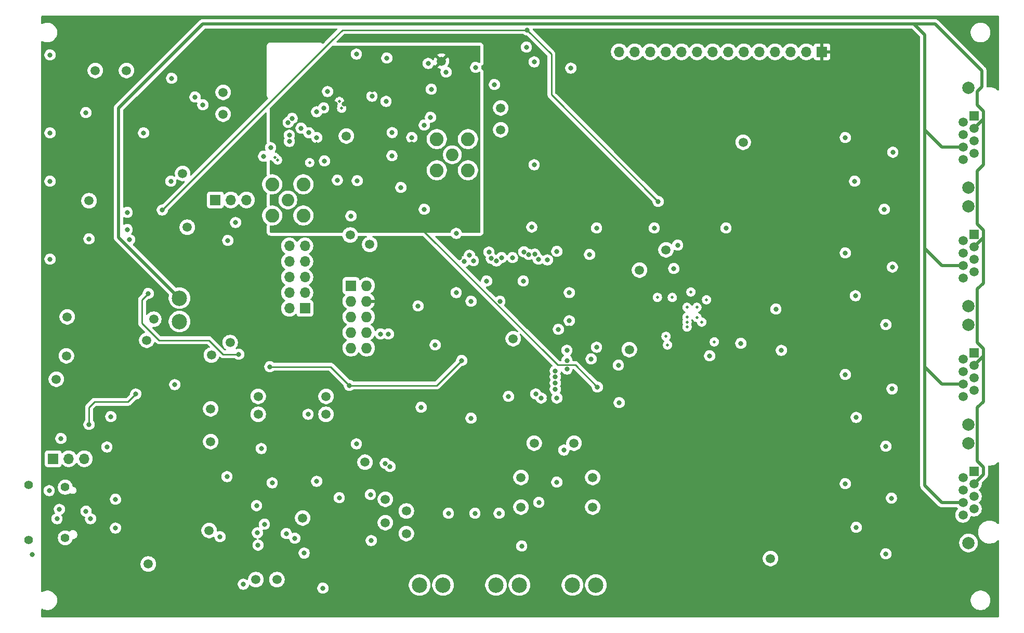
<source format=gbr>
G04 #@! TF.GenerationSoftware,KiCad,Pcbnew,9.0.0-9.0.0-2~ubuntu24.04.1*
G04 #@! TF.CreationDate,2025-03-10T11:07:58+01:00*
G04 #@! TF.ProjectId,Transmitter,5472616e-736d-4697-9474-65722e6b6963,rev?*
G04 #@! TF.SameCoordinates,Original*
G04 #@! TF.FileFunction,Copper,L3,Inr*
G04 #@! TF.FilePolarity,Positive*
%FSLAX46Y46*%
G04 Gerber Fmt 4.6, Leading zero omitted, Abs format (unit mm)*
G04 Created by KiCad (PCBNEW 9.0.0-9.0.0-2~ubuntu24.04.1) date 2025-03-10 11:07:58*
%MOMM*%
%LPD*%
G01*
G04 APERTURE LIST*
G04 #@! TA.AperFunction,ComponentPad*
%ADD10C,2.500000*%
G04 #@! TD*
G04 #@! TA.AperFunction,ComponentPad*
%ADD11R,1.700000X1.700000*%
G04 #@! TD*
G04 #@! TA.AperFunction,ComponentPad*
%ADD12O,1.700000X1.700000*%
G04 #@! TD*
G04 #@! TA.AperFunction,ComponentPad*
%ADD13R,1.727200X1.727200*%
G04 #@! TD*
G04 #@! TA.AperFunction,ComponentPad*
%ADD14O,1.727200X1.727200*%
G04 #@! TD*
G04 #@! TA.AperFunction,ComponentPad*
%ADD15C,1.500000*%
G04 #@! TD*
G04 #@! TA.AperFunction,ComponentPad*
%ADD16R,1.500000X1.500000*%
G04 #@! TD*
G04 #@! TA.AperFunction,ComponentPad*
%ADD17C,2.000000*%
G04 #@! TD*
G04 #@! TA.AperFunction,ComponentPad*
%ADD18C,2.050000*%
G04 #@! TD*
G04 #@! TA.AperFunction,ComponentPad*
%ADD19C,2.250000*%
G04 #@! TD*
G04 #@! TA.AperFunction,ComponentPad*
%ADD20C,1.400000*%
G04 #@! TD*
G04 #@! TA.AperFunction,ViaPad*
%ADD21C,0.800000*%
G04 #@! TD*
G04 #@! TA.AperFunction,ViaPad*
%ADD22C,0.500000*%
G04 #@! TD*
G04 #@! TA.AperFunction,ViaPad*
%ADD23C,1.500000*%
G04 #@! TD*
G04 #@! TA.AperFunction,Conductor*
%ADD24C,0.250000*%
G04 #@! TD*
G04 #@! TA.AperFunction,Conductor*
%ADD25C,0.500000*%
G04 #@! TD*
G04 APERTURE END LIST*
D10*
X80518000Y-100838000D03*
X80518000Y-97028000D03*
D11*
X86360000Y-81026000D03*
D12*
X88900000Y-81026000D03*
X91440000Y-81026000D03*
D13*
X108458000Y-94996000D03*
D14*
X110998000Y-94996000D03*
X108458000Y-97536000D03*
X110998000Y-97536000D03*
X108458000Y-100076000D03*
X110998000Y-100076000D03*
X108458000Y-102616000D03*
X110998000Y-102616000D03*
X108458000Y-105156000D03*
X110998000Y-105156000D03*
D10*
X123444000Y-143764000D03*
X119634000Y-143764000D03*
X135890000Y-143764000D03*
X132080000Y-143764000D03*
D15*
X88773000Y-104267000D03*
X85598000Y-115062000D03*
X60452000Y-110236000D03*
X123190000Y-58420000D03*
X132842000Y-66040000D03*
X111506000Y-88265000D03*
X147828000Y-126238000D03*
X144780000Y-120650000D03*
X136144000Y-126238000D03*
X147828000Y-131064000D03*
X138303000Y-120650000D03*
X155448000Y-92456000D03*
X153797000Y-105410000D03*
X159766000Y-89154000D03*
D16*
X209931000Y-125222000D03*
D15*
X208151000Y-126242000D03*
X209931000Y-127262000D03*
X208151000Y-128282000D03*
X209931000Y-129302000D03*
X208151000Y-130322000D03*
X209931000Y-131342000D03*
X208151000Y-132362000D03*
D17*
X209041000Y-120652000D03*
X209041000Y-136912000D03*
D16*
X209931000Y-86614000D03*
D15*
X208151000Y-87634000D03*
X209931000Y-88654000D03*
X208151000Y-89674000D03*
X209931000Y-90694000D03*
X208151000Y-91714000D03*
X209931000Y-92734000D03*
X208151000Y-93754000D03*
D17*
X209041000Y-82044000D03*
X209041000Y-98304000D03*
D16*
X209931000Y-105918000D03*
D15*
X208151000Y-106938000D03*
X209931000Y-107958000D03*
X208151000Y-108978000D03*
X209931000Y-109998000D03*
X208151000Y-111018000D03*
X209931000Y-112038000D03*
X208151000Y-113058000D03*
D17*
X209041000Y-101348000D03*
X209041000Y-117608000D03*
D15*
X114046000Y-133604000D03*
X96393000Y-142875000D03*
X110744000Y-123748800D03*
X85598000Y-120396000D03*
X85344000Y-134874000D03*
X114046000Y-129794000D03*
X117475000Y-135382000D03*
X93345000Y-115938300D03*
X117475000Y-131699000D03*
X92964000Y-142875000D03*
X108331000Y-86741000D03*
D11*
X100965000Y-98679000D03*
D12*
X98425000Y-98679000D03*
X100965000Y-96139000D03*
X98425000Y-96139000D03*
X100965000Y-93599000D03*
X98425000Y-93599000D03*
X100965000Y-91059000D03*
X98425000Y-91059000D03*
X100965000Y-88519000D03*
X98425000Y-88519000D03*
D18*
X124968000Y-73660000D03*
D19*
X122428000Y-71120000D03*
X122428000Y-76200000D03*
X127508000Y-71120000D03*
X127508000Y-76200000D03*
D15*
X104381300Y-115938300D03*
X104394000Y-113030000D03*
X93345000Y-113030000D03*
X65786000Y-81153000D03*
X81788000Y-85471000D03*
X81026000Y-76708000D03*
D11*
X59944000Y-123190000D03*
D12*
X62484000Y-123190000D03*
X65024000Y-123190000D03*
D11*
X185166000Y-56896000D03*
D12*
X182626000Y-56896000D03*
X180086000Y-56896000D03*
X177546000Y-56896000D03*
X175006000Y-56896000D03*
X172466000Y-56896000D03*
X169926000Y-56896000D03*
X167386000Y-56896000D03*
X164846000Y-56896000D03*
X162306000Y-56896000D03*
X159766000Y-56896000D03*
X157226000Y-56896000D03*
X154686000Y-56896000D03*
X152146000Y-56896000D03*
D15*
X136144000Y-131064000D03*
D10*
X148336000Y-143764000D03*
X144526000Y-143764000D03*
D15*
X87630000Y-63500000D03*
X66802000Y-59944000D03*
X71882000Y-59944000D03*
X87630000Y-67056000D03*
D20*
X55961000Y-127463000D03*
X61911000Y-127823000D03*
X61911000Y-136083000D03*
X55961000Y-136443000D03*
D15*
X75438000Y-140335000D03*
X176784000Y-139446000D03*
X172339000Y-71628000D03*
X132842000Y-69596000D03*
D18*
X98171000Y-81026000D03*
D19*
X100711000Y-83566000D03*
X100711000Y-78486000D03*
X95631000Y-83566000D03*
X95631000Y-78486000D03*
D16*
X209931000Y-67310000D03*
D15*
X208151000Y-68330000D03*
X209931000Y-69350000D03*
X208151000Y-70370000D03*
X209931000Y-71390000D03*
X208151000Y-72410000D03*
X209931000Y-73430000D03*
X208151000Y-74450000D03*
D17*
X209041000Y-62740000D03*
X209041000Y-79000000D03*
D21*
X79248000Y-61214000D03*
X56515000Y-138811000D03*
X70104000Y-134493000D03*
X70104000Y-129794000D03*
X111633000Y-129032000D03*
X100834000Y-138561000D03*
X95631000Y-127127000D03*
X169545000Y-85598000D03*
D22*
X158369000Y-96901000D03*
D21*
X93218000Y-135255000D03*
X134112000Y-113030000D03*
D22*
X163195000Y-101714000D03*
D21*
X137906880Y-85455880D03*
X120396000Y-82550000D03*
X161671000Y-88392000D03*
X61214000Y-119888000D03*
X136525000Y-94234000D03*
X65278000Y-66802000D03*
X139446000Y-113299000D03*
X196646800Y-91973400D03*
X132588000Y-132080000D03*
X161036000Y-92202000D03*
X144018000Y-96139000D03*
X88265000Y-126111000D03*
X131826000Y-62230000D03*
X59436000Y-70104000D03*
D23*
X62103000Y-106426000D03*
D21*
X90932000Y-143637000D03*
X93075880Y-130825120D03*
X125603000Y-96139000D03*
X123952000Y-60198000D03*
X59436000Y-57404000D03*
X188976000Y-70866000D03*
X166878000Y-106426000D03*
X121539000Y-62992000D03*
X130556000Y-94234000D03*
X139065000Y-130302000D03*
X93853000Y-121539000D03*
X109347000Y-120777000D03*
X188976000Y-109474000D03*
X128651000Y-132080000D03*
X74676000Y-70104000D03*
D23*
X85725000Y-106299000D03*
D21*
X140462000Y-90805000D03*
X126873000Y-91059000D03*
X72009000Y-85852000D03*
X88392000Y-87630000D03*
X196494400Y-129616200D03*
D23*
X100584000Y-132842000D03*
D21*
X144272000Y-59563000D03*
X79756000Y-111125000D03*
X177673000Y-98806000D03*
X125603000Y-86487000D03*
X103886000Y-144272000D03*
X147320000Y-89916000D03*
X72390000Y-87503000D03*
X68707000Y-121285000D03*
X121031000Y-58801000D03*
X143129000Y-121793000D03*
D22*
X164795000Y-100163999D03*
D21*
X59436000Y-77978000D03*
D23*
X75184000Y-103886000D03*
D21*
X111760000Y-136525000D03*
X93319880Y-137261880D03*
X196596000Y-111810800D03*
X152146000Y-114046000D03*
X101473000Y-115951000D03*
X128778000Y-59436000D03*
D23*
X134874000Y-103632000D03*
D21*
X72009000Y-83058000D03*
X141986000Y-113299000D03*
X141986000Y-127000000D03*
X188976000Y-89662000D03*
X65786000Y-87376000D03*
X124333000Y-132080000D03*
D22*
X160795000Y-96914000D03*
D21*
X157861000Y-85598000D03*
X106553000Y-129540000D03*
X188976000Y-127254000D03*
X144018000Y-100711000D03*
X79121000Y-77978000D03*
X119888000Y-114808000D03*
X195580000Y-101346000D03*
X147574000Y-106934000D03*
X87122000Y-135890000D03*
X137033000Y-56134000D03*
X128016000Y-116586000D03*
X59436000Y-90678000D03*
X102870000Y-126873000D03*
X196723000Y-73253600D03*
X152019000Y-107950000D03*
D23*
X76327000Y-100457000D03*
D21*
X94361000Y-133858000D03*
X195326000Y-82550000D03*
X119380000Y-98298000D03*
X171958000Y-104394000D03*
X69342000Y-116332000D03*
X195580000Y-138684000D03*
X114554000Y-102870000D03*
D23*
X62230000Y-100076000D03*
D21*
X195580000Y-121158000D03*
X83947000Y-61214000D03*
X79502000Y-64389000D03*
X145923000Y-113665000D03*
X140970000Y-124460000D03*
X81407000Y-126238000D03*
X194056000Y-121158000D03*
X122301000Y-96901000D03*
D23*
X85725000Y-71755000D03*
D21*
X125222000Y-115570000D03*
X103886000Y-125222000D03*
X140589000Y-119761000D03*
X136779000Y-91186000D03*
X140081000Y-94107000D03*
X111633000Y-130810000D03*
X140716000Y-113299000D03*
X191008000Y-74168000D03*
X131826000Y-57785000D03*
X132588000Y-113030000D03*
X193802000Y-82550000D03*
X134112000Y-94488000D03*
X143510000Y-125095000D03*
X145796000Y-56642000D03*
X194056000Y-101346000D03*
X121412000Y-114808000D03*
X144018000Y-97409000D03*
X123825000Y-93853000D03*
D23*
X96393000Y-109982000D03*
D21*
X122174000Y-105918000D03*
X177673000Y-96901000D03*
X190881000Y-130683000D03*
D23*
X96393000Y-112649000D03*
D21*
X98334000Y-138517000D03*
X90170000Y-94234000D03*
X190881000Y-92837000D03*
X119380000Y-105918000D03*
X103834000Y-138609000D03*
D23*
X68072000Y-74676000D03*
D21*
X144653000Y-114554000D03*
X118110000Y-98298000D03*
X109347000Y-143764000D03*
X74549000Y-77978000D03*
X191008000Y-112776000D03*
X166370000Y-88392000D03*
X140208000Y-132207000D03*
X151384000Y-132207000D03*
D23*
X72898000Y-74676000D03*
D21*
X168402000Y-95250000D03*
X97409000Y-117983000D03*
X166878000Y-108204000D03*
D23*
X88392000Y-74422000D03*
D21*
X83058000Y-139573000D03*
X144272000Y-91440000D03*
X122301000Y-98933000D03*
X145923000Y-93726000D03*
D22*
X166370000Y-98298000D03*
D21*
X126238000Y-117729000D03*
X194056000Y-138684000D03*
X126111000Y-90424000D03*
D23*
X89662000Y-111887000D03*
D21*
X144018000Y-101854000D03*
X73406000Y-112649000D03*
X65786000Y-117602000D03*
X111887000Y-63119000D03*
X148590000Y-111506000D03*
D22*
X103632000Y-75946000D03*
D21*
X113919000Y-84201000D03*
X105918000Y-65405000D03*
D22*
X102890000Y-71862000D03*
D21*
X118364000Y-71882000D03*
X105918000Y-79629000D03*
X119380000Y-85163002D03*
D22*
X102636000Y-69362000D03*
D21*
X117348000Y-69723000D03*
X111379000Y-74930000D03*
X107296000Y-65405000D03*
X121666000Y-64770000D03*
X75438000Y-96266000D03*
X95250000Y-108204000D03*
X137160000Y-53340000D03*
X90170000Y-106172000D03*
X158496000Y-81280000D03*
X77724000Y-82677000D03*
X126492000Y-107188000D03*
X108204000Y-111252000D03*
X106250620Y-77802620D03*
X111887000Y-64135000D03*
D22*
X101727000Y-74930000D03*
D21*
X102870000Y-66675000D03*
X95377000Y-72517000D03*
X109474000Y-77901800D03*
X94234000Y-73914000D03*
X114173000Y-64973200D03*
D23*
X107696000Y-70612000D03*
D21*
X115138200Y-73837800D03*
X114300000Y-57912000D03*
X108458000Y-83653000D03*
X118364000Y-70866000D03*
X115163600Y-70053200D03*
X100330000Y-69342000D03*
X104648000Y-63373000D03*
X109347000Y-57277000D03*
X101619074Y-70084926D03*
X98420347Y-70480347D03*
X102878105Y-70857895D03*
X98425000Y-71501000D03*
D22*
X163195000Y-98514000D03*
X163830000Y-96012000D03*
X164795000Y-98514000D03*
X167640000Y-104140000D03*
X166370000Y-97276500D03*
X165595000Y-100914000D03*
X160020000Y-104648000D03*
D21*
X66040000Y-132969000D03*
X60960000Y-131445000D03*
X65299807Y-131729046D03*
X141732000Y-111887000D03*
X141732000Y-110871000D03*
X141732000Y-109870997D03*
X141732000Y-108870994D03*
X59309000Y-128397000D03*
X60579000Y-132969000D03*
X142240000Y-102108000D03*
X89662000Y-84709000D03*
X128016000Y-97536000D03*
X132715000Y-97536000D03*
X122174000Y-104656990D03*
X113284000Y-102870000D03*
X127762000Y-90043000D03*
X128399000Y-90932000D03*
X130937000Y-89535000D03*
X131318000Y-90551000D03*
X132145347Y-90964673D03*
X132974000Y-90424000D03*
X134769620Y-90431620D03*
X136611120Y-89479120D03*
X137423623Y-89921236D03*
X138409377Y-89854722D03*
X138974000Y-90678000D03*
X141986000Y-89408000D03*
X136271000Y-137414000D03*
X121412000Y-67564000D03*
X120396000Y-68834000D03*
X84328000Y-65532000D03*
X83058000Y-64262000D03*
X98224963Y-68399037D03*
D22*
X96045029Y-74074029D03*
D21*
X98879037Y-67744963D03*
D22*
X96486971Y-74515971D03*
D21*
X148463000Y-105029000D03*
X138303000Y-75311000D03*
X138303000Y-58547000D03*
X104140000Y-74676000D03*
X148463000Y-85598000D03*
X116586000Y-78994000D03*
X99314000Y-136144000D03*
X114808000Y-124460000D03*
X114038352Y-123946902D03*
X97917000Y-135382000D03*
D22*
X159766000Y-103251000D03*
X163195000Y-100914000D03*
X163195000Y-100114000D03*
D21*
X190754000Y-116459000D03*
X190754000Y-134366000D03*
X190500000Y-77978000D03*
X190627000Y-96647000D03*
X138557000Y-112649000D03*
X178562000Y-105537000D03*
X143637000Y-108585000D03*
X104013000Y-66040000D03*
X143637000Y-107188000D03*
D22*
X106582559Y-65006265D03*
D21*
X143637000Y-105537000D03*
D22*
X106946000Y-66108386D03*
D24*
X65786000Y-114808000D02*
X66675000Y-113919000D01*
X65786000Y-117602000D02*
X65786000Y-114808000D01*
X66675000Y-113919000D02*
X72136000Y-113919000D01*
X72136000Y-113919000D02*
X73406000Y-112649000D01*
D25*
X210470999Y-123586997D02*
X211455000Y-124570998D01*
X211201000Y-59944000D02*
X203581000Y-52324000D01*
X206627000Y-130322000D02*
X208151000Y-130322000D01*
X80518000Y-97028000D02*
X70598999Y-87108999D01*
X211455000Y-94579998D02*
X210470999Y-95563999D01*
X211455000Y-105266998D02*
X211455000Y-113883998D01*
X206627000Y-91714000D02*
X208151000Y-91714000D01*
X201930000Y-54102000D02*
X200152000Y-52324000D01*
X211455000Y-66548000D02*
X210439000Y-65532000D01*
X211455000Y-66548000D02*
X211455000Y-75311000D01*
X211455000Y-124570998D02*
X211455000Y-125738000D01*
X84328000Y-52324000D02*
X94873002Y-52324000D01*
X210470999Y-95563999D02*
X210470999Y-104282997D01*
X206627000Y-111018000D02*
X208151000Y-111018000D01*
X210439000Y-63377002D02*
X211201000Y-62615002D01*
X211455000Y-125738000D02*
X209931000Y-127262000D01*
X204722000Y-130322000D02*
X206627000Y-130322000D01*
X210470999Y-104282997D02*
X211455000Y-105266998D01*
X201930000Y-69618000D02*
X201930000Y-54102000D01*
X211455000Y-87130000D02*
X211455000Y-85979000D01*
X210439000Y-65532000D02*
X210439000Y-63377002D01*
X201930000Y-108226000D02*
X201930000Y-88922000D01*
X211455000Y-85979000D02*
X211455000Y-94579998D01*
X209931000Y-88654000D02*
X211455000Y-87130000D01*
X210439000Y-84946998D02*
X211455000Y-85962998D01*
X204722000Y-72410000D02*
X206627000Y-72410000D01*
X211455000Y-85962998D02*
X211455000Y-85979000D01*
X204722000Y-72410000D02*
X201930000Y-69618000D01*
X211455000Y-106434000D02*
X211455000Y-105266998D01*
X94873002Y-52324000D02*
X200152000Y-52324000D01*
X204722000Y-111018000D02*
X206627000Y-111018000D01*
X201930000Y-127530000D02*
X201930000Y-108226000D01*
X206627000Y-72410000D02*
X208151000Y-72410000D01*
X204722000Y-130322000D02*
X201930000Y-127530000D01*
X210439000Y-76327000D02*
X210439000Y-84946998D01*
X204722000Y-91714000D02*
X201930000Y-88922000D01*
X209931000Y-69350000D02*
X211455000Y-67826000D01*
X70598999Y-87108999D02*
X70598999Y-66053001D01*
X204722000Y-111018000D02*
X201930000Y-108226000D01*
X209931000Y-107958000D02*
X211455000Y-106434000D01*
X203581000Y-52324000D02*
X200152000Y-52324000D01*
X201930000Y-88922000D02*
X201930000Y-69618000D01*
X210470999Y-114867999D02*
X210470999Y-123586997D01*
X204722000Y-91714000D02*
X206627000Y-91714000D01*
X211455000Y-75311000D02*
X210439000Y-76327000D01*
X70598999Y-66053001D02*
X84328000Y-52324000D01*
X211201000Y-62615002D02*
X211201000Y-59944000D01*
X211455000Y-67826000D02*
X211455000Y-66548000D01*
X211455000Y-113883998D02*
X210470999Y-114867999D01*
D24*
X142151997Y-107934999D02*
X119380000Y-85163002D01*
X148590000Y-111506000D02*
X145018999Y-107934999D01*
X145018999Y-107934999D02*
X142151997Y-107934999D01*
X77216000Y-103886000D02*
X74422000Y-101092000D01*
X105410000Y-54991000D02*
X107061000Y-53340000D01*
X90170000Y-106172000D02*
X89197998Y-106172000D01*
X141112001Y-57292001D02*
X141112001Y-63896001D01*
X95250000Y-108204000D02*
X105156000Y-108204000D01*
X87630000Y-106172000D02*
X85344000Y-103886000D01*
X137160000Y-53340000D02*
X141112001Y-57292001D01*
X85344000Y-103886000D02*
X77216000Y-103886000D01*
X74422000Y-97282000D02*
X75438000Y-96266000D01*
X89197998Y-106172000D02*
X87630000Y-106172000D01*
X107061000Y-53340000D02*
X137160000Y-53340000D01*
X74422000Y-101092000D02*
X74422000Y-97282000D01*
X122428000Y-111252000D02*
X126492000Y-107188000D01*
X141112001Y-63896001D02*
X158496000Y-81280000D01*
X108204000Y-111252000D02*
X122428000Y-111252000D01*
X105156000Y-108204000D02*
X108204000Y-111252000D01*
X77724000Y-82677000D02*
X105410000Y-54991000D01*
G04 #@! TA.AperFunction,Conductor*
G36*
X129482121Y-55900002D02*
G01*
X129528614Y-55953658D01*
X129540000Y-56006000D01*
X129540000Y-58616779D01*
X129519998Y-58684900D01*
X129466342Y-58731393D01*
X129396068Y-58741497D01*
X129343998Y-58721544D01*
X129289156Y-58684900D01*
X129208336Y-58630898D01*
X129091429Y-58582473D01*
X129043003Y-58562414D01*
X129043001Y-58562413D01*
X129043000Y-58562413D01*
X128954645Y-58544838D01*
X128867481Y-58527500D01*
X128867479Y-58527500D01*
X128688521Y-58527500D01*
X128688518Y-58527500D01*
X128557771Y-58553507D01*
X128513000Y-58562413D01*
X128512999Y-58562413D01*
X128512996Y-58562414D01*
X128347662Y-58630899D01*
X128198869Y-58730319D01*
X128198862Y-58730324D01*
X128072324Y-58856862D01*
X128072319Y-58856869D01*
X127972899Y-59005662D01*
X127904414Y-59170996D01*
X127869500Y-59346518D01*
X127869500Y-59346521D01*
X127869500Y-59525479D01*
X127904413Y-59701000D01*
X127972898Y-59866336D01*
X128072322Y-60015135D01*
X128198865Y-60141678D01*
X128347664Y-60241102D01*
X128513000Y-60309587D01*
X128688521Y-60344500D01*
X128688522Y-60344500D01*
X128867478Y-60344500D01*
X128867479Y-60344500D01*
X129043000Y-60309587D01*
X129208336Y-60241102D01*
X129344000Y-60150454D01*
X129411751Y-60129240D01*
X129480218Y-60148023D01*
X129527661Y-60200840D01*
X129540000Y-60255220D01*
X129540000Y-86234000D01*
X129519998Y-86302121D01*
X129466342Y-86348614D01*
X129414000Y-86360000D01*
X126607442Y-86360000D01*
X126539321Y-86339998D01*
X126492828Y-86286342D01*
X126483863Y-86258581D01*
X126483728Y-86257900D01*
X126476587Y-86222000D01*
X126408102Y-86056664D01*
X126308678Y-85907865D01*
X126182135Y-85781322D01*
X126033336Y-85681898D01*
X125916429Y-85633473D01*
X125868003Y-85613414D01*
X125868001Y-85613413D01*
X125868000Y-85613413D01*
X125779645Y-85595838D01*
X125692481Y-85578500D01*
X125692479Y-85578500D01*
X125513521Y-85578500D01*
X125513518Y-85578500D01*
X125382771Y-85604507D01*
X125338000Y-85613413D01*
X125337999Y-85613413D01*
X125337996Y-85613414D01*
X125172662Y-85681899D01*
X125023869Y-85781319D01*
X125023862Y-85781324D01*
X124897324Y-85907862D01*
X124897319Y-85907869D01*
X124797899Y-86056662D01*
X124729414Y-86221997D01*
X124729413Y-86221999D01*
X124722137Y-86258581D01*
X124689230Y-86321491D01*
X124627535Y-86356623D01*
X124598558Y-86360000D01*
X109622015Y-86360000D01*
X109553894Y-86339998D01*
X109507401Y-86286342D01*
X109502188Y-86272953D01*
X109497298Y-86257903D01*
X109407366Y-86081402D01*
X109290930Y-85921142D01*
X109290928Y-85921139D01*
X109150860Y-85781071D01*
X108990601Y-85664636D01*
X108990600Y-85664635D01*
X108990598Y-85664634D01*
X108814097Y-85574702D01*
X108625700Y-85513488D01*
X108430046Y-85482500D01*
X108231954Y-85482500D01*
X108036300Y-85513488D01*
X108036297Y-85513488D01*
X108036296Y-85513489D01*
X107847903Y-85574702D01*
X107847901Y-85574703D01*
X107671398Y-85664636D01*
X107511139Y-85781071D01*
X107371071Y-85921139D01*
X107254636Y-86081398D01*
X107164703Y-86257900D01*
X107164702Y-86257902D01*
X107164702Y-86257903D01*
X107159816Y-86272938D01*
X107119746Y-86331541D01*
X107054349Y-86359179D01*
X107039985Y-86360000D01*
X95376000Y-86360000D01*
X95307879Y-86339998D01*
X95261386Y-86286342D01*
X95250000Y-86234000D01*
X95250000Y-85307044D01*
X95270002Y-85238923D01*
X95323658Y-85192430D01*
X95393932Y-85182326D01*
X95395611Y-85182579D01*
X95502441Y-85199500D01*
X95502444Y-85199500D01*
X95759556Y-85199500D01*
X95759559Y-85199500D01*
X96013512Y-85159278D01*
X96258046Y-85079824D01*
X96487141Y-84963094D01*
X96695154Y-84811964D01*
X96876964Y-84630154D01*
X97028094Y-84422141D01*
X97144824Y-84193046D01*
X97224278Y-83948512D01*
X97264500Y-83694559D01*
X97264500Y-83437441D01*
X99077500Y-83437441D01*
X99077500Y-83694559D01*
X99112890Y-83918003D01*
X99117723Y-83948517D01*
X99161529Y-84083336D01*
X99197176Y-84193046D01*
X99313906Y-84422141D01*
X99465036Y-84630154D01*
X99465038Y-84630156D01*
X99465040Y-84630159D01*
X99646840Y-84811959D01*
X99646843Y-84811961D01*
X99646846Y-84811964D01*
X99854859Y-84963094D01*
X100083954Y-85079824D01*
X100328488Y-85159278D01*
X100582441Y-85199500D01*
X100582444Y-85199500D01*
X100839556Y-85199500D01*
X100839559Y-85199500D01*
X101093512Y-85159278D01*
X101338046Y-85079824D01*
X101567141Y-84963094D01*
X101775154Y-84811964D01*
X101956964Y-84630154D01*
X102108094Y-84422141D01*
X102224824Y-84193046D01*
X102304278Y-83948512D01*
X102344500Y-83694559D01*
X102344500Y-83563518D01*
X107549500Y-83563518D01*
X107549500Y-83563521D01*
X107549500Y-83742479D01*
X107584413Y-83918000D01*
X107652898Y-84083336D01*
X107752322Y-84232135D01*
X107878865Y-84358678D01*
X108027664Y-84458102D01*
X108193000Y-84526587D01*
X108368521Y-84561500D01*
X108368522Y-84561500D01*
X108547478Y-84561500D01*
X108547479Y-84561500D01*
X108723000Y-84526587D01*
X108888336Y-84458102D01*
X109037135Y-84358678D01*
X109163678Y-84232135D01*
X109263102Y-84083336D01*
X109331587Y-83918000D01*
X109366500Y-83742479D01*
X109366500Y-83563521D01*
X109331587Y-83388000D01*
X109263102Y-83222664D01*
X109163678Y-83073865D01*
X109037135Y-82947322D01*
X108888336Y-82847898D01*
X108771429Y-82799473D01*
X108723003Y-82779414D01*
X108723001Y-82779413D01*
X108723000Y-82779413D01*
X108634645Y-82761838D01*
X108547481Y-82744500D01*
X108547479Y-82744500D01*
X108368521Y-82744500D01*
X108368518Y-82744500D01*
X108237771Y-82770507D01*
X108193000Y-82779413D01*
X108192999Y-82779413D01*
X108192996Y-82779414D01*
X108027662Y-82847899D01*
X107878869Y-82947319D01*
X107878862Y-82947324D01*
X107752324Y-83073862D01*
X107752319Y-83073869D01*
X107652899Y-83222662D01*
X107584414Y-83387996D01*
X107549500Y-83563518D01*
X102344500Y-83563518D01*
X102344500Y-83437441D01*
X102304278Y-83183488D01*
X102224824Y-82938954D01*
X102108094Y-82709859D01*
X101956964Y-82501846D01*
X101956960Y-82501842D01*
X101956958Y-82501839D01*
X101915637Y-82460518D01*
X119487500Y-82460518D01*
X119487500Y-82639481D01*
X119501499Y-82709859D01*
X119522413Y-82815000D01*
X119590898Y-82980336D01*
X119690322Y-83129135D01*
X119816865Y-83255678D01*
X119965664Y-83355102D01*
X120131000Y-83423587D01*
X120306521Y-83458500D01*
X120306522Y-83458500D01*
X120485478Y-83458500D01*
X120485479Y-83458500D01*
X120661000Y-83423587D01*
X120826336Y-83355102D01*
X120975135Y-83255678D01*
X121101678Y-83129135D01*
X121201102Y-82980336D01*
X121269587Y-82815000D01*
X121304500Y-82639479D01*
X121304500Y-82460521D01*
X121269587Y-82285000D01*
X121201102Y-82119664D01*
X121101678Y-81970865D01*
X120975135Y-81844322D01*
X120826336Y-81744898D01*
X120709429Y-81696473D01*
X120661003Y-81676414D01*
X120661001Y-81676413D01*
X120661000Y-81676413D01*
X120572645Y-81658838D01*
X120485481Y-81641500D01*
X120485479Y-81641500D01*
X120306521Y-81641500D01*
X120306518Y-81641500D01*
X120175771Y-81667507D01*
X120131000Y-81676413D01*
X120130999Y-81676413D01*
X120130996Y-81676414D01*
X119965662Y-81744899D01*
X119816869Y-81844319D01*
X119816862Y-81844324D01*
X119690324Y-81970862D01*
X119690319Y-81970869D01*
X119590899Y-82119662D01*
X119522414Y-82284996D01*
X119487500Y-82460518D01*
X101915637Y-82460518D01*
X101775159Y-82320040D01*
X101775156Y-82320038D01*
X101775154Y-82320036D01*
X101567141Y-82168906D01*
X101338046Y-82052176D01*
X101338043Y-82052175D01*
X101338041Y-82052174D01*
X101093517Y-81972723D01*
X101093513Y-81972722D01*
X101093512Y-81972722D01*
X100839559Y-81932500D01*
X100582441Y-81932500D01*
X100328488Y-81972722D01*
X100328482Y-81972723D01*
X100083958Y-82052174D01*
X100083952Y-82052177D01*
X99854855Y-82168908D01*
X99646843Y-82320038D01*
X99646840Y-82320040D01*
X99465040Y-82501840D01*
X99465038Y-82501843D01*
X99313908Y-82709855D01*
X99197177Y-82938952D01*
X99197174Y-82938958D01*
X99117723Y-83183482D01*
X99117722Y-83183487D01*
X99117722Y-83183488D01*
X99077500Y-83437441D01*
X97264500Y-83437441D01*
X97224278Y-83183488D01*
X97144824Y-82938954D01*
X97028094Y-82709859D01*
X96876964Y-82501846D01*
X96876961Y-82501843D01*
X96876959Y-82501840D01*
X96695159Y-82320040D01*
X96695156Y-82320038D01*
X96695154Y-82320036D01*
X96487141Y-82168906D01*
X96258046Y-82052176D01*
X96258043Y-82052175D01*
X96258041Y-82052174D01*
X96013517Y-81972723D01*
X96013513Y-81972722D01*
X96013512Y-81972722D01*
X95759559Y-81932500D01*
X95502441Y-81932500D01*
X95458005Y-81939537D01*
X95395710Y-81949404D01*
X95325299Y-81940304D01*
X95270985Y-81894582D01*
X95250013Y-81826753D01*
X95250000Y-81824955D01*
X95250000Y-80905311D01*
X96637500Y-80905311D01*
X96637500Y-81146689D01*
X96675260Y-81385095D01*
X96675261Y-81385100D01*
X96749848Y-81614655D01*
X96749850Y-81614660D01*
X96816210Y-81744899D01*
X96859435Y-81829732D01*
X97001313Y-82025010D01*
X97171989Y-82195686D01*
X97171992Y-82195688D01*
X97367271Y-82337567D01*
X97582340Y-82447150D01*
X97811905Y-82521740D01*
X98050311Y-82559500D01*
X98050314Y-82559500D01*
X98291686Y-82559500D01*
X98291689Y-82559500D01*
X98530095Y-82521740D01*
X98759660Y-82447150D01*
X98974729Y-82337567D01*
X99170008Y-82195688D01*
X99340688Y-82025008D01*
X99482567Y-81829729D01*
X99592150Y-81614660D01*
X99666740Y-81385095D01*
X99704500Y-81146689D01*
X99704500Y-80905311D01*
X99666740Y-80666905D01*
X99592150Y-80437340D01*
X99482567Y-80222271D01*
X99340688Y-80026992D01*
X99340686Y-80026989D01*
X99170010Y-79856313D01*
X98974732Y-79714435D01*
X98974731Y-79714434D01*
X98974729Y-79714433D01*
X98759660Y-79604850D01*
X98759657Y-79604849D01*
X98759655Y-79604848D01*
X98530100Y-79530261D01*
X98530096Y-79530260D01*
X98530095Y-79530260D01*
X98291689Y-79492500D01*
X98050311Y-79492500D01*
X97811905Y-79530260D01*
X97811899Y-79530261D01*
X97582344Y-79604848D01*
X97582338Y-79604851D01*
X97367267Y-79714435D01*
X97171989Y-79856313D01*
X97001313Y-80026989D01*
X96859435Y-80222267D01*
X96749851Y-80437338D01*
X96749848Y-80437344D01*
X96675261Y-80666899D01*
X96675260Y-80666904D01*
X96675260Y-80666905D01*
X96637500Y-80905311D01*
X95250000Y-80905311D01*
X95250000Y-80227044D01*
X95270002Y-80158923D01*
X95323658Y-80112430D01*
X95393932Y-80102326D01*
X95395611Y-80102579D01*
X95502441Y-80119500D01*
X95502444Y-80119500D01*
X95759556Y-80119500D01*
X95759559Y-80119500D01*
X96013512Y-80079278D01*
X96258046Y-79999824D01*
X96487141Y-79883094D01*
X96695154Y-79731964D01*
X96876964Y-79550154D01*
X97028094Y-79342141D01*
X97144824Y-79113046D01*
X97224278Y-78868512D01*
X97264500Y-78614559D01*
X97264500Y-78357441D01*
X99077500Y-78357441D01*
X99077500Y-78614559D01*
X99102973Y-78775387D01*
X99117723Y-78868517D01*
X99197174Y-79113041D01*
X99197176Y-79113046D01*
X99313906Y-79342141D01*
X99465036Y-79550154D01*
X99465038Y-79550156D01*
X99465040Y-79550159D01*
X99646840Y-79731959D01*
X99646843Y-79731961D01*
X99646846Y-79731964D01*
X99854859Y-79883094D01*
X100083954Y-79999824D01*
X100328488Y-80079278D01*
X100582441Y-80119500D01*
X100582444Y-80119500D01*
X100839556Y-80119500D01*
X100839559Y-80119500D01*
X101093512Y-80079278D01*
X101338046Y-79999824D01*
X101567141Y-79883094D01*
X101775154Y-79731964D01*
X101956964Y-79550154D01*
X102108094Y-79342141D01*
X102224824Y-79113046D01*
X102292579Y-78904518D01*
X115677500Y-78904518D01*
X115677500Y-78904521D01*
X115677500Y-79083479D01*
X115712413Y-79259000D01*
X115780898Y-79424336D01*
X115880322Y-79573135D01*
X116006865Y-79699678D01*
X116155664Y-79799102D01*
X116321000Y-79867587D01*
X116496521Y-79902500D01*
X116496522Y-79902500D01*
X116675478Y-79902500D01*
X116675479Y-79902500D01*
X116851000Y-79867587D01*
X117016336Y-79799102D01*
X117165135Y-79699678D01*
X117291678Y-79573135D01*
X117391102Y-79424336D01*
X117459587Y-79259000D01*
X117494500Y-79083479D01*
X117494500Y-78904521D01*
X117459587Y-78729000D01*
X117391102Y-78563664D01*
X117291678Y-78414865D01*
X117165135Y-78288322D01*
X117016336Y-78188898D01*
X116899429Y-78140473D01*
X116851003Y-78120414D01*
X116851001Y-78120413D01*
X116851000Y-78120413D01*
X116762645Y-78102838D01*
X116675481Y-78085500D01*
X116675479Y-78085500D01*
X116496521Y-78085500D01*
X116496518Y-78085500D01*
X116406088Y-78103488D01*
X116321000Y-78120413D01*
X116320999Y-78120413D01*
X116320996Y-78120414D01*
X116155662Y-78188899D01*
X116006869Y-78288319D01*
X116006862Y-78288324D01*
X115880324Y-78414862D01*
X115880319Y-78414869D01*
X115780899Y-78563662D01*
X115712414Y-78728996D01*
X115677500Y-78904518D01*
X102292579Y-78904518D01*
X102304278Y-78868512D01*
X102344500Y-78614559D01*
X102344500Y-78357441D01*
X102304278Y-78103488D01*
X102224824Y-77858954D01*
X102150527Y-77713138D01*
X105342120Y-77713138D01*
X105342120Y-77713141D01*
X105342120Y-77892099D01*
X105377033Y-78067620D01*
X105445518Y-78232956D01*
X105544942Y-78381755D01*
X105671485Y-78508298D01*
X105820284Y-78607722D01*
X105985620Y-78676207D01*
X106161141Y-78711120D01*
X106161142Y-78711120D01*
X106340098Y-78711120D01*
X106340099Y-78711120D01*
X106515620Y-78676207D01*
X106680956Y-78607722D01*
X106829755Y-78508298D01*
X106956298Y-78381755D01*
X107055722Y-78232956D01*
X107124207Y-78067620D01*
X107159120Y-77892099D01*
X107159120Y-77812318D01*
X108565500Y-77812318D01*
X108565500Y-77812321D01*
X108565500Y-77991279D01*
X108600413Y-78166800D01*
X108668898Y-78332136D01*
X108768322Y-78480935D01*
X108894865Y-78607478D01*
X109043664Y-78706902D01*
X109209000Y-78775387D01*
X109384521Y-78810300D01*
X109384522Y-78810300D01*
X109563478Y-78810300D01*
X109563479Y-78810300D01*
X109739000Y-78775387D01*
X109904336Y-78706902D01*
X110053135Y-78607478D01*
X110179678Y-78480935D01*
X110279102Y-78332136D01*
X110347587Y-78166800D01*
X110382500Y-77991279D01*
X110382500Y-77812321D01*
X110347587Y-77636800D01*
X110279102Y-77471464D01*
X110179678Y-77322665D01*
X110053135Y-77196122D01*
X109904336Y-77096698D01*
X109787429Y-77048273D01*
X109739003Y-77028214D01*
X109739001Y-77028213D01*
X109739000Y-77028213D01*
X109650645Y-77010638D01*
X109563481Y-76993300D01*
X109563479Y-76993300D01*
X109384521Y-76993300D01*
X109384518Y-76993300D01*
X109253771Y-77019307D01*
X109209000Y-77028213D01*
X109208999Y-77028213D01*
X109208996Y-77028214D01*
X109077902Y-77082516D01*
X109062476Y-77088906D01*
X109043662Y-77096699D01*
X108894869Y-77196119D01*
X108894862Y-77196124D01*
X108768324Y-77322662D01*
X108768319Y-77322669D01*
X108668899Y-77471462D01*
X108600414Y-77636796D01*
X108565500Y-77812318D01*
X107159120Y-77812318D01*
X107159120Y-77713141D01*
X107124207Y-77537620D01*
X107055722Y-77372284D01*
X106956298Y-77223485D01*
X106829755Y-77096942D01*
X106680956Y-76997518D01*
X106564049Y-76949093D01*
X106515623Y-76929034D01*
X106515621Y-76929033D01*
X106515620Y-76929033D01*
X106427265Y-76911458D01*
X106340101Y-76894120D01*
X106340099Y-76894120D01*
X106161141Y-76894120D01*
X106161138Y-76894120D01*
X106030391Y-76920127D01*
X105985620Y-76929033D01*
X105985619Y-76929033D01*
X105985616Y-76929034D01*
X105820282Y-76997519D01*
X105671489Y-77096939D01*
X105671482Y-77096944D01*
X105544944Y-77223482D01*
X105544939Y-77223489D01*
X105445519Y-77372282D01*
X105377034Y-77537616D01*
X105342120Y-77713138D01*
X102150527Y-77713138D01*
X102108094Y-77629859D01*
X101956964Y-77421846D01*
X101956961Y-77421843D01*
X101956959Y-77421840D01*
X101775159Y-77240040D01*
X101775156Y-77240038D01*
X101775154Y-77240036D01*
X101618570Y-77126272D01*
X101567144Y-77088908D01*
X101567143Y-77088907D01*
X101567141Y-77088906D01*
X101338046Y-76972176D01*
X101338043Y-76972175D01*
X101338041Y-76972174D01*
X101093517Y-76892723D01*
X101093513Y-76892722D01*
X101093512Y-76892722D01*
X100839559Y-76852500D01*
X100582441Y-76852500D01*
X100328488Y-76892722D01*
X100328482Y-76892723D01*
X100083958Y-76972174D01*
X100083952Y-76972177D01*
X99854855Y-77088908D01*
X99646843Y-77240038D01*
X99646840Y-77240040D01*
X99465040Y-77421840D01*
X99465038Y-77421843D01*
X99313908Y-77629855D01*
X99197177Y-77858952D01*
X99197174Y-77858958D01*
X99117723Y-78103482D01*
X99117722Y-78103487D01*
X99117722Y-78103488D01*
X99077500Y-78357441D01*
X97264500Y-78357441D01*
X97224278Y-78103488D01*
X97144824Y-77858954D01*
X97028094Y-77629859D01*
X96876964Y-77421846D01*
X96876961Y-77421843D01*
X96876959Y-77421840D01*
X96695159Y-77240040D01*
X96695156Y-77240038D01*
X96695154Y-77240036D01*
X96538570Y-77126272D01*
X96487144Y-77088908D01*
X96487143Y-77088907D01*
X96487141Y-77088906D01*
X96258046Y-76972176D01*
X96258043Y-76972175D01*
X96258041Y-76972174D01*
X96013517Y-76892723D01*
X96013513Y-76892722D01*
X96013512Y-76892722D01*
X95759559Y-76852500D01*
X95502441Y-76852500D01*
X95458005Y-76859537D01*
X95395710Y-76869404D01*
X95325299Y-76860304D01*
X95270985Y-76814582D01*
X95250013Y-76746753D01*
X95250000Y-76744955D01*
X95250000Y-76071441D01*
X120794500Y-76071441D01*
X120794500Y-76328559D01*
X120834722Y-76582512D01*
X120834723Y-76582517D01*
X120887503Y-76744955D01*
X120914176Y-76827046D01*
X121030906Y-77056141D01*
X121182036Y-77264154D01*
X121182038Y-77264156D01*
X121182040Y-77264159D01*
X121363840Y-77445959D01*
X121363843Y-77445961D01*
X121363846Y-77445964D01*
X121571859Y-77597094D01*
X121800954Y-77713824D01*
X122045488Y-77793278D01*
X122299441Y-77833500D01*
X122299444Y-77833500D01*
X122556556Y-77833500D01*
X122556559Y-77833500D01*
X122810512Y-77793278D01*
X123055046Y-77713824D01*
X123284141Y-77597094D01*
X123492154Y-77445964D01*
X123673964Y-77264154D01*
X123825094Y-77056141D01*
X123941824Y-76827046D01*
X124021278Y-76582512D01*
X124061500Y-76328559D01*
X124061500Y-76071441D01*
X125874500Y-76071441D01*
X125874500Y-76328559D01*
X125914722Y-76582512D01*
X125914723Y-76582517D01*
X125967503Y-76744955D01*
X125994176Y-76827046D01*
X126110906Y-77056141D01*
X126262036Y-77264154D01*
X126262038Y-77264156D01*
X126262040Y-77264159D01*
X126443840Y-77445959D01*
X126443843Y-77445961D01*
X126443846Y-77445964D01*
X126651859Y-77597094D01*
X126880954Y-77713824D01*
X127125488Y-77793278D01*
X127379441Y-77833500D01*
X127379444Y-77833500D01*
X127636556Y-77833500D01*
X127636559Y-77833500D01*
X127890512Y-77793278D01*
X128135046Y-77713824D01*
X128364141Y-77597094D01*
X128572154Y-77445964D01*
X128753964Y-77264154D01*
X128905094Y-77056141D01*
X129021824Y-76827046D01*
X129101278Y-76582512D01*
X129141500Y-76328559D01*
X129141500Y-76071441D01*
X129101278Y-75817488D01*
X129021824Y-75572954D01*
X128905094Y-75343859D01*
X128753964Y-75135846D01*
X128753961Y-75135843D01*
X128753959Y-75135840D01*
X128572159Y-74954040D01*
X128572156Y-74954038D01*
X128572154Y-74954036D01*
X128364141Y-74802906D01*
X128135046Y-74686176D01*
X128135043Y-74686175D01*
X128135041Y-74686174D01*
X127890517Y-74606723D01*
X127890513Y-74606722D01*
X127890512Y-74606722D01*
X127636559Y-74566500D01*
X127379441Y-74566500D01*
X127125488Y-74606722D01*
X127125482Y-74606723D01*
X126880958Y-74686174D01*
X126880952Y-74686177D01*
X126651855Y-74802908D01*
X126443843Y-74954038D01*
X126443840Y-74954040D01*
X126262040Y-75135840D01*
X126262038Y-75135843D01*
X126110908Y-75343855D01*
X125994177Y-75572952D01*
X125994174Y-75572958D01*
X125914723Y-75817482D01*
X125914722Y-75817487D01*
X125914722Y-75817488D01*
X125874500Y-76071441D01*
X124061500Y-76071441D01*
X124021278Y-75817488D01*
X123941824Y-75572954D01*
X123825094Y-75343859D01*
X123673964Y-75135846D01*
X123673961Y-75135843D01*
X123673959Y-75135840D01*
X123492159Y-74954040D01*
X123492156Y-74954038D01*
X123492154Y-74954036D01*
X123284141Y-74802906D01*
X123055046Y-74686176D01*
X123055043Y-74686175D01*
X123055041Y-74686174D01*
X122810517Y-74606723D01*
X122810513Y-74606722D01*
X122810512Y-74606722D01*
X122556559Y-74566500D01*
X122299441Y-74566500D01*
X122045488Y-74606722D01*
X122045482Y-74606723D01*
X121800958Y-74686174D01*
X121800952Y-74686177D01*
X121571855Y-74802908D01*
X121363843Y-74954038D01*
X121363840Y-74954040D01*
X121182040Y-75135840D01*
X121182038Y-75135843D01*
X121030908Y-75343855D01*
X120914177Y-75572952D01*
X120914174Y-75572958D01*
X120834723Y-75817482D01*
X120834722Y-75817487D01*
X120834722Y-75817488D01*
X120794500Y-76071441D01*
X95250000Y-76071441D01*
X95250000Y-74655871D01*
X95270002Y-74587750D01*
X95323658Y-74541257D01*
X95393932Y-74531153D01*
X95458512Y-74560647D01*
X95465095Y-74566776D01*
X95561513Y-74663194D01*
X95685745Y-74746203D01*
X95728779Y-74764028D01*
X95784060Y-74808576D01*
X95796969Y-74832217D01*
X95814795Y-74875252D01*
X95814796Y-74875254D01*
X95855740Y-74936531D01*
X95897806Y-74999487D01*
X96003455Y-75105136D01*
X96127687Y-75188145D01*
X96265725Y-75245322D01*
X96412265Y-75274471D01*
X96561677Y-75274471D01*
X96708217Y-75245322D01*
X96846255Y-75188145D01*
X96970487Y-75105136D01*
X97076136Y-74999487D01*
X97159145Y-74875255D01*
X97167415Y-74855290D01*
X100968500Y-74855290D01*
X100968500Y-75004709D01*
X100997649Y-75151246D01*
X100997650Y-75151249D01*
X101012933Y-75188145D01*
X101054826Y-75289284D01*
X101137835Y-75413516D01*
X101243484Y-75519165D01*
X101367716Y-75602174D01*
X101505754Y-75659351D01*
X101652294Y-75688500D01*
X101801706Y-75688500D01*
X101948246Y-75659351D01*
X102086284Y-75602174D01*
X102210516Y-75519165D01*
X102316165Y-75413516D01*
X102399174Y-75289284D01*
X102456351Y-75151246D01*
X102485500Y-75004706D01*
X102485500Y-74855294D01*
X102456351Y-74708754D01*
X102405719Y-74586518D01*
X103231500Y-74586518D01*
X103231500Y-74765481D01*
X103238945Y-74802908D01*
X103253335Y-74875254D01*
X103266414Y-74941003D01*
X103271814Y-74954040D01*
X103334898Y-75106336D01*
X103434322Y-75255135D01*
X103560865Y-75381678D01*
X103709664Y-75481102D01*
X103875000Y-75549587D01*
X104050521Y-75584500D01*
X104050522Y-75584500D01*
X104229478Y-75584500D01*
X104229479Y-75584500D01*
X104405000Y-75549587D01*
X104570336Y-75481102D01*
X104719135Y-75381678D01*
X104845678Y-75255135D01*
X104945102Y-75106336D01*
X105013587Y-74941000D01*
X105048500Y-74765479D01*
X105048500Y-74586521D01*
X105013587Y-74411000D01*
X104945102Y-74245664D01*
X104845678Y-74096865D01*
X104719135Y-73970322D01*
X104570336Y-73870898D01*
X104540500Y-73858539D01*
X104540499Y-73858538D01*
X104405007Y-73802415D01*
X104405002Y-73802414D01*
X104405000Y-73802413D01*
X104295765Y-73780685D01*
X104229481Y-73767500D01*
X104229479Y-73767500D01*
X104050521Y-73767500D01*
X104050518Y-73767500D01*
X103919771Y-73793507D01*
X103875000Y-73802413D01*
X103874999Y-73802413D01*
X103874996Y-73802414D01*
X103709662Y-73870899D01*
X103560869Y-73970319D01*
X103560862Y-73970324D01*
X103434324Y-74096862D01*
X103434319Y-74096869D01*
X103334899Y-74245662D01*
X103266414Y-74410996D01*
X103266413Y-74410999D01*
X103266413Y-74411000D01*
X103265232Y-74416937D01*
X103231500Y-74586518D01*
X102405719Y-74586518D01*
X102399174Y-74570716D01*
X102316165Y-74446484D01*
X102210516Y-74340835D01*
X102086284Y-74257826D01*
X102056922Y-74245664D01*
X101948249Y-74200650D01*
X101948246Y-74200649D01*
X101801709Y-74171500D01*
X101801706Y-74171500D01*
X101652294Y-74171500D01*
X101652290Y-74171500D01*
X101505753Y-74200649D01*
X101505750Y-74200650D01*
X101367715Y-74257826D01*
X101243488Y-74340832D01*
X101243481Y-74340837D01*
X101137837Y-74446481D01*
X101137832Y-74446488D01*
X101054826Y-74570715D01*
X100997650Y-74708750D01*
X100997649Y-74708753D01*
X100968500Y-74855290D01*
X97167415Y-74855290D01*
X97216322Y-74737217D01*
X97245471Y-74590677D01*
X97245471Y-74441265D01*
X97216322Y-74294725D01*
X97159145Y-74156687D01*
X97076136Y-74032455D01*
X96970487Y-73926806D01*
X96846255Y-73843797D01*
X96846256Y-73843797D01*
X96846254Y-73843796D01*
X96846252Y-73843795D01*
X96803217Y-73825969D01*
X96747937Y-73781420D01*
X96735028Y-73757779D01*
X96731111Y-73748322D01*
X96731109Y-73748318D01*
X114229700Y-73748318D01*
X114229700Y-73748321D01*
X114229700Y-73927279D01*
X114264613Y-74102800D01*
X114333098Y-74268136D01*
X114432522Y-74416935D01*
X114559065Y-74543478D01*
X114707864Y-74642902D01*
X114873200Y-74711387D01*
X115048721Y-74746300D01*
X115048722Y-74746300D01*
X115227678Y-74746300D01*
X115227679Y-74746300D01*
X115403200Y-74711387D01*
X115568536Y-74642902D01*
X115717335Y-74543478D01*
X115843878Y-74416935D01*
X115943302Y-74268136D01*
X116011787Y-74102800D01*
X116046700Y-73927279D01*
X116046700Y-73748321D01*
X116011787Y-73572800D01*
X115997915Y-73539311D01*
X123434500Y-73539311D01*
X123434500Y-73780689D01*
X123472260Y-74019095D01*
X123472261Y-74019100D01*
X123546848Y-74248655D01*
X123546850Y-74248660D01*
X123656433Y-74463729D01*
X123656435Y-74463732D01*
X123798313Y-74659010D01*
X123968989Y-74829686D01*
X124031705Y-74875252D01*
X124164271Y-74971567D01*
X124379340Y-75081150D01*
X124608905Y-75155740D01*
X124847311Y-75193500D01*
X124847314Y-75193500D01*
X125088686Y-75193500D01*
X125088689Y-75193500D01*
X125327095Y-75155740D01*
X125556660Y-75081150D01*
X125771729Y-74971567D01*
X125967008Y-74829688D01*
X126137688Y-74659008D01*
X126279567Y-74463729D01*
X126389150Y-74248660D01*
X126463740Y-74019095D01*
X126501500Y-73780689D01*
X126501500Y-73539311D01*
X126463740Y-73300905D01*
X126389150Y-73071340D01*
X126279567Y-72856271D01*
X126137688Y-72660992D01*
X126137686Y-72660989D01*
X125967010Y-72490313D01*
X125771732Y-72348435D01*
X125771731Y-72348434D01*
X125771729Y-72348433D01*
X125556660Y-72238850D01*
X125556657Y-72238849D01*
X125556655Y-72238848D01*
X125327100Y-72164261D01*
X125327096Y-72164260D01*
X125327095Y-72164260D01*
X125088689Y-72126500D01*
X124847311Y-72126500D01*
X124608905Y-72164260D01*
X124608899Y-72164261D01*
X124379344Y-72238848D01*
X124379338Y-72238851D01*
X124164267Y-72348435D01*
X123968989Y-72490313D01*
X123798313Y-72660989D01*
X123656435Y-72856267D01*
X123546851Y-73071338D01*
X123546848Y-73071344D01*
X123472261Y-73300899D01*
X123472260Y-73300904D01*
X123472260Y-73300905D01*
X123434500Y-73539311D01*
X115997915Y-73539311D01*
X115943302Y-73407464D01*
X115843878Y-73258665D01*
X115717335Y-73132122D01*
X115568536Y-73032698D01*
X115451629Y-72984273D01*
X115403203Y-72964214D01*
X115403201Y-72964213D01*
X115403200Y-72964213D01*
X115314845Y-72946638D01*
X115227681Y-72929300D01*
X115227679Y-72929300D01*
X115048721Y-72929300D01*
X115048718Y-72929300D01*
X114917971Y-72955307D01*
X114873200Y-72964213D01*
X114873199Y-72964213D01*
X114873196Y-72964214D01*
X114707862Y-73032699D01*
X114559069Y-73132119D01*
X114559062Y-73132124D01*
X114432524Y-73258662D01*
X114432519Y-73258669D01*
X114333099Y-73407462D01*
X114264614Y-73572796D01*
X114229700Y-73748318D01*
X96731109Y-73748318D01*
X96717203Y-73714745D01*
X96634194Y-73590513D01*
X96528545Y-73484864D01*
X96404313Y-73401855D01*
X96377110Y-73390587D01*
X96266278Y-73344679D01*
X96266275Y-73344678D01*
X96137030Y-73318969D01*
X96074120Y-73286061D01*
X96038989Y-73224366D01*
X96042789Y-73153471D01*
X96072516Y-73106296D01*
X96082678Y-73096135D01*
X96182102Y-72947336D01*
X96250587Y-72782000D01*
X96285500Y-72606479D01*
X96285500Y-72427521D01*
X96250587Y-72252000D01*
X96182102Y-72086664D01*
X96082678Y-71937865D01*
X95956135Y-71811322D01*
X95807336Y-71711898D01*
X95689275Y-71662995D01*
X95642003Y-71643414D01*
X95642001Y-71643413D01*
X95642000Y-71643413D01*
X95553645Y-71625838D01*
X95466481Y-71608500D01*
X95466479Y-71608500D01*
X95376000Y-71608500D01*
X95307879Y-71588498D01*
X95261386Y-71534842D01*
X95250000Y-71482500D01*
X95250000Y-70390865D01*
X97511847Y-70390865D01*
X97511847Y-70569828D01*
X97518047Y-70600996D01*
X97539936Y-70711042D01*
X97546761Y-70745350D01*
X97615246Y-70910686D01*
X97624246Y-70924155D01*
X97645460Y-70991908D01*
X97626676Y-71060375D01*
X97624249Y-71064151D01*
X97619899Y-71070660D01*
X97551414Y-71235996D01*
X97516500Y-71411518D01*
X97516500Y-71590481D01*
X97551414Y-71766003D01*
X97556507Y-71778298D01*
X97619898Y-71931336D01*
X97719322Y-72080135D01*
X97845865Y-72206678D01*
X97994664Y-72306102D01*
X98160000Y-72374587D01*
X98335521Y-72409500D01*
X98335522Y-72409500D01*
X98514478Y-72409500D01*
X98514479Y-72409500D01*
X98690000Y-72374587D01*
X98855336Y-72306102D01*
X99004135Y-72206678D01*
X99130678Y-72080135D01*
X99230102Y-71931336D01*
X99298587Y-71766000D01*
X99333500Y-71590479D01*
X99333500Y-71411521D01*
X99298587Y-71236000D01*
X99230102Y-71070664D01*
X99221101Y-71057193D01*
X99199886Y-70989443D01*
X99218668Y-70920976D01*
X99221104Y-70917186D01*
X99225446Y-70910687D01*
X99225449Y-70910683D01*
X99293934Y-70745347D01*
X99328847Y-70569826D01*
X99328847Y-70390868D01*
X99293934Y-70215347D01*
X99225449Y-70050011D01*
X99126025Y-69901212D01*
X98999482Y-69774669D01*
X98850683Y-69675245D01*
X98685934Y-69607003D01*
X98685350Y-69606761D01*
X98685348Y-69606760D01*
X98685347Y-69606760D01*
X98596992Y-69589185D01*
X98509828Y-69571847D01*
X98509826Y-69571847D01*
X98330868Y-69571847D01*
X98330865Y-69571847D01*
X98200118Y-69597854D01*
X98155347Y-69606760D01*
X98155346Y-69606760D01*
X98155343Y-69606761D01*
X97990009Y-69675246D01*
X97841216Y-69774666D01*
X97841209Y-69774671D01*
X97714671Y-69901209D01*
X97714666Y-69901216D01*
X97616803Y-70047680D01*
X97615245Y-70050011D01*
X97610735Y-70060899D01*
X97546761Y-70215343D01*
X97546760Y-70215346D01*
X97546760Y-70215347D01*
X97545275Y-70222814D01*
X97511847Y-70390865D01*
X95250000Y-70390865D01*
X95250000Y-68309555D01*
X97316463Y-68309555D01*
X97316463Y-68488518D01*
X97328706Y-68550065D01*
X97351376Y-68664037D01*
X97419861Y-68829373D01*
X97519285Y-68978172D01*
X97645828Y-69104715D01*
X97794627Y-69204139D01*
X97959963Y-69272624D01*
X98135484Y-69307537D01*
X98135485Y-69307537D01*
X98314441Y-69307537D01*
X98314442Y-69307537D01*
X98489963Y-69272624D01*
X98538503Y-69252518D01*
X99421500Y-69252518D01*
X99421500Y-69431481D01*
X99432444Y-69486500D01*
X99456413Y-69607000D01*
X99524898Y-69772336D01*
X99624322Y-69921135D01*
X99750865Y-70047678D01*
X99899664Y-70147102D01*
X100065000Y-70215587D01*
X100240521Y-70250500D01*
X100240522Y-70250500D01*
X100419478Y-70250500D01*
X100419479Y-70250500D01*
X100590478Y-70216486D01*
X100661189Y-70222814D01*
X100717256Y-70266368D01*
X100738635Y-70315480D01*
X100745487Y-70349926D01*
X100813972Y-70515262D01*
X100913396Y-70664061D01*
X101039939Y-70790604D01*
X101188738Y-70890028D01*
X101354074Y-70958513D01*
X101529595Y-70993426D01*
X101529596Y-70993426D01*
X101708552Y-70993426D01*
X101708553Y-70993426D01*
X101844904Y-70966304D01*
X101915615Y-70972632D01*
X101971682Y-71016186D01*
X101993061Y-71065300D01*
X102004518Y-71122895D01*
X102073003Y-71288231D01*
X102172427Y-71437030D01*
X102298970Y-71563573D01*
X102447769Y-71662997D01*
X102613105Y-71731482D01*
X102788626Y-71766395D01*
X102788627Y-71766395D01*
X102967583Y-71766395D01*
X102967584Y-71766395D01*
X103143105Y-71731482D01*
X103308441Y-71662997D01*
X103457240Y-71563573D01*
X103583783Y-71437030D01*
X103683207Y-71288231D01*
X103751692Y-71122895D01*
X103786605Y-70947374D01*
X103786605Y-70768416D01*
X103751692Y-70592895D01*
X103751690Y-70592889D01*
X103736502Y-70556222D01*
X103736501Y-70556220D01*
X103718579Y-70512954D01*
X106437500Y-70512954D01*
X106437500Y-70711046D01*
X106468488Y-70906700D01*
X106529702Y-71095097D01*
X106601494Y-71235996D01*
X106619636Y-71271601D01*
X106736071Y-71431860D01*
X106876139Y-71571928D01*
X106876142Y-71571930D01*
X107036402Y-71688366D01*
X107212903Y-71778298D01*
X107401300Y-71839512D01*
X107596954Y-71870500D01*
X107596957Y-71870500D01*
X107795043Y-71870500D01*
X107795046Y-71870500D01*
X107990700Y-71839512D01*
X108179097Y-71778298D01*
X108355598Y-71688366D01*
X108515858Y-71571930D01*
X108655930Y-71431858D01*
X108772366Y-71271598D01*
X108862298Y-71095097D01*
X108923512Y-70906700D01*
X108954500Y-70711046D01*
X108954500Y-70512954D01*
X108923512Y-70317300D01*
X108862298Y-70128903D01*
X108778132Y-69963718D01*
X114255100Y-69963718D01*
X114255100Y-70142681D01*
X114269554Y-70215343D01*
X114290013Y-70318200D01*
X114358498Y-70483536D01*
X114457922Y-70632335D01*
X114584465Y-70758878D01*
X114733264Y-70858302D01*
X114898600Y-70926787D01*
X115074121Y-70961700D01*
X115074122Y-70961700D01*
X115253078Y-70961700D01*
X115253079Y-70961700D01*
X115428600Y-70926787D01*
X115593936Y-70858302D01*
X115716335Y-70776518D01*
X117455500Y-70776518D01*
X117455500Y-70955481D01*
X117456779Y-70961909D01*
X117490413Y-71131000D01*
X117558898Y-71296336D01*
X117658322Y-71445135D01*
X117784865Y-71571678D01*
X117933664Y-71671102D01*
X118099000Y-71739587D01*
X118274521Y-71774500D01*
X118274522Y-71774500D01*
X118453478Y-71774500D01*
X118453479Y-71774500D01*
X118629000Y-71739587D01*
X118794336Y-71671102D01*
X118943135Y-71571678D01*
X119069678Y-71445135D01*
X119169102Y-71296336D01*
X119237587Y-71131000D01*
X119265347Y-70991441D01*
X120794500Y-70991441D01*
X120794500Y-71248559D01*
X120834722Y-71502512D01*
X120834723Y-71502517D01*
X120911752Y-71739587D01*
X120914176Y-71747046D01*
X121030906Y-71976141D01*
X121182036Y-72184154D01*
X121182038Y-72184156D01*
X121182040Y-72184159D01*
X121363840Y-72365959D01*
X121363843Y-72365961D01*
X121363846Y-72365964D01*
X121571859Y-72517094D01*
X121800954Y-72633824D01*
X122045488Y-72713278D01*
X122299441Y-72753500D01*
X122299444Y-72753500D01*
X122556556Y-72753500D01*
X122556559Y-72753500D01*
X122810512Y-72713278D01*
X123055046Y-72633824D01*
X123284141Y-72517094D01*
X123492154Y-72365964D01*
X123673964Y-72184154D01*
X123825094Y-71976141D01*
X123941824Y-71747046D01*
X124021278Y-71502512D01*
X124061500Y-71248559D01*
X124061500Y-70991441D01*
X125874500Y-70991441D01*
X125874500Y-71248559D01*
X125914722Y-71502512D01*
X125914723Y-71502517D01*
X125991752Y-71739587D01*
X125994176Y-71747046D01*
X126110906Y-71976141D01*
X126262036Y-72184154D01*
X126262038Y-72184156D01*
X126262040Y-72184159D01*
X126443840Y-72365959D01*
X126443843Y-72365961D01*
X126443846Y-72365964D01*
X126651859Y-72517094D01*
X126880954Y-72633824D01*
X127125488Y-72713278D01*
X127379441Y-72753500D01*
X127379444Y-72753500D01*
X127636556Y-72753500D01*
X127636559Y-72753500D01*
X127890512Y-72713278D01*
X128135046Y-72633824D01*
X128364141Y-72517094D01*
X128572154Y-72365964D01*
X128753964Y-72184154D01*
X128905094Y-71976141D01*
X129021824Y-71747046D01*
X129101278Y-71502512D01*
X129141500Y-71248559D01*
X129141500Y-70991441D01*
X129101278Y-70737488D01*
X129021824Y-70492954D01*
X128905094Y-70263859D01*
X128753964Y-70055846D01*
X128753961Y-70055843D01*
X128753959Y-70055840D01*
X128572159Y-69874040D01*
X128572156Y-69874038D01*
X128572154Y-69874036D01*
X128364141Y-69722906D01*
X128135046Y-69606176D01*
X128135043Y-69606175D01*
X128135041Y-69606174D01*
X127890517Y-69526723D01*
X127890513Y-69526722D01*
X127890512Y-69526722D01*
X127636559Y-69486500D01*
X127379441Y-69486500D01*
X127125488Y-69526722D01*
X127125482Y-69526723D01*
X126880958Y-69606174D01*
X126880952Y-69606177D01*
X126651855Y-69722908D01*
X126443843Y-69874038D01*
X126443840Y-69874040D01*
X126262040Y-70055840D01*
X126262038Y-70055843D01*
X126110908Y-70263855D01*
X125994177Y-70492952D01*
X125994174Y-70492958D01*
X125914723Y-70737482D01*
X125914722Y-70737487D01*
X125914722Y-70737488D01*
X125874500Y-70991441D01*
X124061500Y-70991441D01*
X124021278Y-70737488D01*
X123941824Y-70492954D01*
X123825094Y-70263859D01*
X123673964Y-70055846D01*
X123673961Y-70055843D01*
X123673959Y-70055840D01*
X123492159Y-69874040D01*
X123492156Y-69874038D01*
X123492154Y-69874036D01*
X123284141Y-69722906D01*
X123055046Y-69606176D01*
X123055043Y-69606175D01*
X123055041Y-69606174D01*
X122810517Y-69526723D01*
X122810513Y-69526722D01*
X122810512Y-69526722D01*
X122556559Y-69486500D01*
X122299441Y-69486500D01*
X122045488Y-69526722D01*
X122045482Y-69526723D01*
X121800958Y-69606174D01*
X121800952Y-69606177D01*
X121571855Y-69722908D01*
X121363843Y-69874038D01*
X121363840Y-69874040D01*
X121182040Y-70055840D01*
X121182038Y-70055843D01*
X121030908Y-70263855D01*
X120914177Y-70492952D01*
X120914174Y-70492958D01*
X120834723Y-70737482D01*
X120834722Y-70737487D01*
X120834722Y-70737488D01*
X120794500Y-70991441D01*
X119265347Y-70991441D01*
X119272500Y-70955479D01*
X119272500Y-70776521D01*
X119237587Y-70601000D01*
X119169102Y-70435664D01*
X119069678Y-70286865D01*
X118943135Y-70160322D01*
X118794336Y-70060898D01*
X118636325Y-69995447D01*
X118629003Y-69992414D01*
X118629001Y-69992413D01*
X118629000Y-69992413D01*
X118540645Y-69974838D01*
X118453481Y-69957500D01*
X118453479Y-69957500D01*
X118274521Y-69957500D01*
X118274518Y-69957500D01*
X118143771Y-69983507D01*
X118099000Y-69992413D01*
X118098999Y-69992413D01*
X118098996Y-69992414D01*
X117933662Y-70060899D01*
X117784869Y-70160319D01*
X117784862Y-70160324D01*
X117658324Y-70286862D01*
X117658319Y-70286869D01*
X117558899Y-70435662D01*
X117490414Y-70600996D01*
X117455500Y-70776518D01*
X115716335Y-70776518D01*
X115742735Y-70758878D01*
X115869278Y-70632335D01*
X115968702Y-70483536D01*
X116037187Y-70318200D01*
X116072100Y-70142679D01*
X116072100Y-69963721D01*
X116037187Y-69788200D01*
X115968702Y-69622864D01*
X115869278Y-69474065D01*
X115742735Y-69347522D01*
X115593936Y-69248098D01*
X115477029Y-69199673D01*
X115428603Y-69179614D01*
X115428601Y-69179613D01*
X115428600Y-69179613D01*
X115332793Y-69160556D01*
X115253081Y-69144700D01*
X115253079Y-69144700D01*
X115074121Y-69144700D01*
X115074118Y-69144700D01*
X114943371Y-69170707D01*
X114898600Y-69179613D01*
X114898599Y-69179613D01*
X114898596Y-69179614D01*
X114733262Y-69248099D01*
X114584469Y-69347519D01*
X114584462Y-69347524D01*
X114457924Y-69474062D01*
X114457919Y-69474069D01*
X114358499Y-69622862D01*
X114290014Y-69788196D01*
X114290013Y-69788199D01*
X114290013Y-69788200D01*
X114289229Y-69792142D01*
X114255100Y-69963718D01*
X108778132Y-69963718D01*
X108772366Y-69952402D01*
X108655930Y-69792142D01*
X108655928Y-69792139D01*
X108515860Y-69652071D01*
X108355601Y-69535636D01*
X108355600Y-69535635D01*
X108355598Y-69535634D01*
X108179097Y-69445702D01*
X107990700Y-69384488D01*
X107795046Y-69353500D01*
X107596954Y-69353500D01*
X107401300Y-69384488D01*
X107401297Y-69384488D01*
X107401296Y-69384489D01*
X107212903Y-69445702D01*
X107212901Y-69445703D01*
X107036398Y-69535636D01*
X106876139Y-69652071D01*
X106736071Y-69792139D01*
X106619636Y-69952398D01*
X106529703Y-70128901D01*
X106529702Y-70128903D01*
X106469079Y-70315482D01*
X106468488Y-70317300D01*
X106437500Y-70512954D01*
X103718579Y-70512954D01*
X103683209Y-70427563D01*
X103683207Y-70427559D01*
X103583783Y-70278760D01*
X103457240Y-70152217D01*
X103308441Y-70052793D01*
X103169997Y-69995447D01*
X103143108Y-69984309D01*
X103143106Y-69984308D01*
X103143105Y-69984308D01*
X103054750Y-69966733D01*
X102967586Y-69949395D01*
X102967584Y-69949395D01*
X102788626Y-69949395D01*
X102788620Y-69949395D01*
X102652276Y-69976516D01*
X102581562Y-69970188D01*
X102525495Y-69926633D01*
X102504117Y-69877520D01*
X102492661Y-69819926D01*
X102424176Y-69654590D01*
X102324752Y-69505791D01*
X102198209Y-69379248D01*
X102049410Y-69279824D01*
X101932503Y-69231399D01*
X101884077Y-69211340D01*
X101884075Y-69211339D01*
X101884074Y-69211339D01*
X101795719Y-69193764D01*
X101708555Y-69176426D01*
X101708553Y-69176426D01*
X101529595Y-69176426D01*
X101529589Y-69176426D01*
X101358597Y-69210439D01*
X101287883Y-69204111D01*
X101231816Y-69160556D01*
X101210437Y-69111440D01*
X101209100Y-69104717D01*
X101203587Y-69077000D01*
X101135102Y-68911664D01*
X101135101Y-68911662D01*
X101135100Y-68911660D01*
X101135099Y-68911659D01*
X101066060Y-68808334D01*
X101066059Y-68808333D01*
X101055674Y-68792792D01*
X101035678Y-68762865D01*
X101017331Y-68744518D01*
X119487500Y-68744518D01*
X119487500Y-68744521D01*
X119487500Y-68923479D01*
X119522413Y-69099000D01*
X119590898Y-69264336D01*
X119690322Y-69413135D01*
X119816865Y-69539678D01*
X119965664Y-69639102D01*
X120131000Y-69707587D01*
X120306521Y-69742500D01*
X120306522Y-69742500D01*
X120485478Y-69742500D01*
X120485479Y-69742500D01*
X120661000Y-69707587D01*
X120826336Y-69639102D01*
X120975135Y-69539678D01*
X121101678Y-69413135D01*
X121201102Y-69264336D01*
X121269587Y-69099000D01*
X121304500Y-68923479D01*
X121304500Y-68744521D01*
X121280344Y-68623080D01*
X121286672Y-68552368D01*
X121330226Y-68496300D01*
X121397178Y-68472681D01*
X121403923Y-68472500D01*
X121501478Y-68472500D01*
X121501479Y-68472500D01*
X121677000Y-68437587D01*
X121842336Y-68369102D01*
X121991135Y-68269678D01*
X122117678Y-68143135D01*
X122217102Y-67994336D01*
X122285587Y-67829000D01*
X122320500Y-67653479D01*
X122320500Y-67474521D01*
X122285587Y-67299000D01*
X122217102Y-67133664D01*
X122117678Y-66984865D01*
X121991135Y-66858322D01*
X121842336Y-66758898D01*
X121725429Y-66710473D01*
X121677003Y-66690414D01*
X121677001Y-66690413D01*
X121677000Y-66690413D01*
X121588645Y-66672838D01*
X121501481Y-66655500D01*
X121501479Y-66655500D01*
X121322521Y-66655500D01*
X121322518Y-66655500D01*
X121191771Y-66681507D01*
X121147000Y-66690413D01*
X121146999Y-66690413D01*
X121146996Y-66690414D01*
X120981662Y-66758899D01*
X120832869Y-66858319D01*
X120832862Y-66858324D01*
X120706324Y-66984862D01*
X120706319Y-66984869D01*
X120606899Y-67133662D01*
X120538414Y-67298996D01*
X120503500Y-67474518D01*
X120503500Y-67653481D01*
X120527656Y-67774918D01*
X120521328Y-67845632D01*
X120477774Y-67901700D01*
X120410822Y-67925319D01*
X120404077Y-67925500D01*
X120306518Y-67925500D01*
X120175771Y-67951507D01*
X120131000Y-67960413D01*
X120130999Y-67960413D01*
X120130996Y-67960414D01*
X119965662Y-68028899D01*
X119816869Y-68128319D01*
X119816862Y-68128324D01*
X119690324Y-68254862D01*
X119690319Y-68254869D01*
X119590899Y-68403662D01*
X119522414Y-68568996D01*
X119487500Y-68744518D01*
X101017331Y-68744518D01*
X100909135Y-68636322D01*
X100760336Y-68536898D01*
X100604867Y-68472500D01*
X100595003Y-68468414D01*
X100595001Y-68468413D01*
X100595000Y-68468413D01*
X100505638Y-68450638D01*
X100419481Y-68433500D01*
X100419479Y-68433500D01*
X100240521Y-68433500D01*
X100240518Y-68433500D01*
X100109771Y-68459507D01*
X100065000Y-68468413D01*
X100064999Y-68468413D01*
X100064996Y-68468414D01*
X99899662Y-68536899D01*
X99750869Y-68636319D01*
X99750862Y-68636324D01*
X99624324Y-68762862D01*
X99624319Y-68762869D01*
X99524899Y-68911662D01*
X99456414Y-69076996D01*
X99421500Y-69252518D01*
X98538503Y-69252518D01*
X98655299Y-69204139D01*
X98804098Y-69104715D01*
X98930641Y-68978172D01*
X99030065Y-68829373D01*
X99091900Y-68680090D01*
X99136449Y-68624810D01*
X99160091Y-68611900D01*
X99309373Y-68550065D01*
X99458172Y-68450641D01*
X99584715Y-68324098D01*
X99684139Y-68175299D01*
X99752624Y-68009963D01*
X99787537Y-67834442D01*
X99787537Y-67655484D01*
X99752624Y-67479963D01*
X99684139Y-67314627D01*
X99584715Y-67165828D01*
X99458172Y-67039285D01*
X99309373Y-66939861D01*
X99192466Y-66891436D01*
X99144040Y-66871377D01*
X99144038Y-66871376D01*
X99144037Y-66871376D01*
X99055682Y-66853801D01*
X98968518Y-66836463D01*
X98968516Y-66836463D01*
X98789558Y-66836463D01*
X98789555Y-66836463D01*
X98679664Y-66858322D01*
X98614037Y-66871376D01*
X98614036Y-66871376D01*
X98614033Y-66871377D01*
X98511745Y-66913747D01*
X98460536Y-66934959D01*
X98448699Y-66939862D01*
X98299906Y-67039282D01*
X98299899Y-67039287D01*
X98173361Y-67165825D01*
X98173356Y-67165832D01*
X98073935Y-67314627D01*
X98012100Y-67463909D01*
X97967551Y-67519190D01*
X97943909Y-67532100D01*
X97794627Y-67593935D01*
X97645832Y-67693356D01*
X97645825Y-67693361D01*
X97519287Y-67819899D01*
X97519282Y-67819906D01*
X97419862Y-67968699D01*
X97351377Y-68134033D01*
X97316463Y-68309555D01*
X95250000Y-68309555D01*
X95250000Y-66585518D01*
X101961500Y-66585518D01*
X101961500Y-66764481D01*
X101975818Y-66836463D01*
X101996385Y-66939861D01*
X101996414Y-66940003D01*
X102016473Y-66988429D01*
X102064898Y-67105336D01*
X102164322Y-67254135D01*
X102290865Y-67380678D01*
X102439664Y-67480102D01*
X102605000Y-67548587D01*
X102780521Y-67583500D01*
X102780522Y-67583500D01*
X102959478Y-67583500D01*
X102959479Y-67583500D01*
X103135000Y-67548587D01*
X103300336Y-67480102D01*
X103449135Y-67380678D01*
X103575678Y-67254135D01*
X103675102Y-67105336D01*
X103714459Y-67010318D01*
X103759006Y-66955039D01*
X103826369Y-66932618D01*
X103855444Y-66934958D01*
X103923521Y-66948500D01*
X104102478Y-66948500D01*
X104102479Y-66948500D01*
X104278000Y-66913587D01*
X104443336Y-66845102D01*
X104592135Y-66745678D01*
X104718678Y-66619135D01*
X104818102Y-66470336D01*
X104886587Y-66305000D01*
X104921500Y-66129479D01*
X104921500Y-65950521D01*
X104886587Y-65775000D01*
X104818102Y-65609664D01*
X104718678Y-65460865D01*
X104592135Y-65334322D01*
X104443336Y-65234898D01*
X104326429Y-65186473D01*
X104278003Y-65166414D01*
X104278001Y-65166413D01*
X104278000Y-65166413D01*
X104189645Y-65148838D01*
X104102481Y-65131500D01*
X104102479Y-65131500D01*
X103923521Y-65131500D01*
X103923518Y-65131500D01*
X103792771Y-65157507D01*
X103748000Y-65166413D01*
X103747999Y-65166413D01*
X103747996Y-65166414D01*
X103616902Y-65220716D01*
X103600491Y-65227514D01*
X103582662Y-65234899D01*
X103433869Y-65334319D01*
X103433862Y-65334324D01*
X103307324Y-65460862D01*
X103307319Y-65460869D01*
X103217409Y-65595430D01*
X103207898Y-65609664D01*
X103179229Y-65678878D01*
X103168541Y-65704680D01*
X103123992Y-65759960D01*
X103056629Y-65782381D01*
X103027551Y-65780040D01*
X102959484Y-65766500D01*
X102959479Y-65766500D01*
X102780521Y-65766500D01*
X102780518Y-65766500D01*
X102649771Y-65792507D01*
X102605000Y-65801413D01*
X102604999Y-65801413D01*
X102604996Y-65801414D01*
X102439662Y-65869899D01*
X102290869Y-65969319D01*
X102290862Y-65969324D01*
X102164324Y-66095862D01*
X102164319Y-66095869D01*
X102064899Y-66244662D01*
X101996414Y-66409996D01*
X101961500Y-66585518D01*
X95250000Y-66585518D01*
X95250000Y-66099094D01*
X95270002Y-66030973D01*
X95286902Y-66010002D01*
X96365349Y-64931555D01*
X105824059Y-64931555D01*
X105824059Y-65080974D01*
X105853208Y-65227511D01*
X105853209Y-65227514D01*
X105857637Y-65238203D01*
X105910385Y-65365549D01*
X105993394Y-65489781D01*
X106099043Y-65595430D01*
X106185963Y-65653508D01*
X106199814Y-65662763D01*
X106245342Y-65717240D01*
X106254190Y-65787683D01*
X106246221Y-65815746D01*
X106216650Y-65887136D01*
X106216649Y-65887139D01*
X106187500Y-66033676D01*
X106187500Y-66183095D01*
X106211749Y-66305000D01*
X106216649Y-66329632D01*
X106273826Y-66467670D01*
X106356835Y-66591902D01*
X106462484Y-66697551D01*
X106586716Y-66780560D01*
X106724754Y-66837737D01*
X106871294Y-66866886D01*
X107020706Y-66866886D01*
X107167246Y-66837737D01*
X107305284Y-66780560D01*
X107429516Y-66697551D01*
X107535165Y-66591902D01*
X107618174Y-66467670D01*
X107675351Y-66329632D01*
X107704500Y-66183092D01*
X107704500Y-66033680D01*
X107675351Y-65887140D01*
X107618174Y-65749102D01*
X107535165Y-65624870D01*
X107429516Y-65519221D01*
X107342180Y-65460865D01*
X107328744Y-65451887D01*
X107283216Y-65397410D01*
X107274368Y-65326967D01*
X107282335Y-65298909D01*
X107311910Y-65227511D01*
X107341059Y-65080971D01*
X107341059Y-64931559D01*
X107311910Y-64785019D01*
X107254733Y-64646981D01*
X107171724Y-64522749D01*
X107066075Y-64417100D01*
X106941843Y-64334091D01*
X106814877Y-64281500D01*
X106803808Y-64276915D01*
X106803805Y-64276914D01*
X106657268Y-64247765D01*
X106657265Y-64247765D01*
X106507853Y-64247765D01*
X106507849Y-64247765D01*
X106361312Y-64276914D01*
X106361309Y-64276915D01*
X106223274Y-64334091D01*
X106099047Y-64417097D01*
X106099040Y-64417102D01*
X105993396Y-64522746D01*
X105993391Y-64522753D01*
X105910385Y-64646980D01*
X105853209Y-64785015D01*
X105853208Y-64785018D01*
X105824059Y-64931555D01*
X96365349Y-64931555D01*
X98013386Y-63283518D01*
X103739500Y-63283518D01*
X103739500Y-63283521D01*
X103739500Y-63462479D01*
X103774413Y-63638000D01*
X103842898Y-63803336D01*
X103942322Y-63952135D01*
X104068865Y-64078678D01*
X104217664Y-64178102D01*
X104383000Y-64246587D01*
X104558521Y-64281500D01*
X104558522Y-64281500D01*
X104737478Y-64281500D01*
X104737479Y-64281500D01*
X104913000Y-64246587D01*
X105078336Y-64178102D01*
X105227135Y-64078678D01*
X105260295Y-64045518D01*
X110978500Y-64045518D01*
X110978500Y-64224481D01*
X110983132Y-64247765D01*
X111013413Y-64400000D01*
X111081898Y-64565336D01*
X111181322Y-64714135D01*
X111307865Y-64840678D01*
X111456664Y-64940102D01*
X111622000Y-65008587D01*
X111797521Y-65043500D01*
X111797522Y-65043500D01*
X111976478Y-65043500D01*
X111976479Y-65043500D01*
X112152000Y-65008587D01*
X112317336Y-64940102D01*
X112401721Y-64883718D01*
X113264500Y-64883718D01*
X113264500Y-64883721D01*
X113264500Y-65062679D01*
X113299413Y-65238200D01*
X113367898Y-65403536D01*
X113467322Y-65552335D01*
X113593865Y-65678878D01*
X113742664Y-65778302D01*
X113908000Y-65846787D01*
X114083521Y-65881700D01*
X114083522Y-65881700D01*
X114262478Y-65881700D01*
X114262479Y-65881700D01*
X114438000Y-65846787D01*
X114603336Y-65778302D01*
X114752135Y-65678878D01*
X114878678Y-65552335D01*
X114978102Y-65403536D01*
X115046587Y-65238200D01*
X115081500Y-65062679D01*
X115081500Y-64883721D01*
X115046587Y-64708200D01*
X114978102Y-64542864D01*
X114878678Y-64394065D01*
X114752135Y-64267522D01*
X114603336Y-64168098D01*
X114486429Y-64119673D01*
X114438003Y-64099614D01*
X114438001Y-64099613D01*
X114438000Y-64099613D01*
X114332737Y-64078675D01*
X114262481Y-64064700D01*
X114262479Y-64064700D01*
X114083521Y-64064700D01*
X114083518Y-64064700D01*
X113952771Y-64090707D01*
X113908000Y-64099613D01*
X113907999Y-64099613D01*
X113907996Y-64099614D01*
X113742662Y-64168099D01*
X113593869Y-64267519D01*
X113593862Y-64267524D01*
X113467324Y-64394062D01*
X113467319Y-64394069D01*
X113367899Y-64542862D01*
X113299414Y-64708196D01*
X113299413Y-64708199D01*
X113299413Y-64708200D01*
X113298232Y-64714137D01*
X113264500Y-64883718D01*
X112401721Y-64883718D01*
X112466135Y-64840678D01*
X112592678Y-64714135D01*
X112692102Y-64565336D01*
X112760587Y-64400000D01*
X112795500Y-64224479D01*
X112795500Y-64045521D01*
X112760587Y-63870000D01*
X112692102Y-63704664D01*
X112592678Y-63555865D01*
X112466135Y-63429322D01*
X112317336Y-63329898D01*
X112200429Y-63281473D01*
X112152003Y-63261414D01*
X112152001Y-63261413D01*
X112152000Y-63261413D01*
X112063645Y-63243838D01*
X111976481Y-63226500D01*
X111976479Y-63226500D01*
X111797521Y-63226500D01*
X111797518Y-63226500D01*
X111666771Y-63252507D01*
X111622000Y-63261413D01*
X111621999Y-63261413D01*
X111621996Y-63261414D01*
X111456662Y-63329899D01*
X111307869Y-63429319D01*
X111307862Y-63429324D01*
X111181324Y-63555862D01*
X111181319Y-63555869D01*
X111081899Y-63704662D01*
X111013414Y-63869996D01*
X110978500Y-64045518D01*
X105260295Y-64045518D01*
X105353678Y-63952135D01*
X105453102Y-63803336D01*
X105521587Y-63638000D01*
X105556500Y-63462479D01*
X105556500Y-63283521D01*
X105521587Y-63108000D01*
X105453102Y-62942664D01*
X105426277Y-62902518D01*
X120630500Y-62902518D01*
X120630500Y-63081481D01*
X120635775Y-63108000D01*
X120665413Y-63257000D01*
X120733898Y-63422336D01*
X120833322Y-63571135D01*
X120959865Y-63697678D01*
X121108664Y-63797102D01*
X121274000Y-63865587D01*
X121449521Y-63900500D01*
X121449522Y-63900500D01*
X121628478Y-63900500D01*
X121628479Y-63900500D01*
X121804000Y-63865587D01*
X121969336Y-63797102D01*
X122118135Y-63697678D01*
X122244678Y-63571135D01*
X122344102Y-63422336D01*
X122412587Y-63257000D01*
X122447500Y-63081479D01*
X122447500Y-62902521D01*
X122412587Y-62727000D01*
X122344102Y-62561664D01*
X122244678Y-62412865D01*
X122118135Y-62286322D01*
X121969336Y-62186898D01*
X121852429Y-62138473D01*
X121804003Y-62118414D01*
X121804001Y-62118413D01*
X121804000Y-62118413D01*
X121715645Y-62100838D01*
X121628481Y-62083500D01*
X121628479Y-62083500D01*
X121449521Y-62083500D01*
X121449518Y-62083500D01*
X121318771Y-62109507D01*
X121274000Y-62118413D01*
X121273999Y-62118413D01*
X121273996Y-62118414D01*
X121108662Y-62186899D01*
X120959869Y-62286319D01*
X120959862Y-62286324D01*
X120833324Y-62412862D01*
X120833319Y-62412869D01*
X120733899Y-62561662D01*
X120665414Y-62726996D01*
X120630500Y-62902518D01*
X105426277Y-62902518D01*
X105353678Y-62793865D01*
X105227135Y-62667322D01*
X105078336Y-62567898D01*
X104961429Y-62519473D01*
X104913003Y-62499414D01*
X104913001Y-62499413D01*
X104913000Y-62499413D01*
X104824645Y-62481838D01*
X104737481Y-62464500D01*
X104737479Y-62464500D01*
X104558521Y-62464500D01*
X104558518Y-62464500D01*
X104427771Y-62490507D01*
X104383000Y-62499413D01*
X104382999Y-62499413D01*
X104382996Y-62499414D01*
X104217662Y-62567899D01*
X104068869Y-62667319D01*
X104068862Y-62667324D01*
X103942324Y-62793862D01*
X103942319Y-62793869D01*
X103869721Y-62902521D01*
X103842898Y-62942664D01*
X103842118Y-62944547D01*
X103774414Y-63107996D01*
X103739500Y-63283518D01*
X98013386Y-63283518D01*
X104109387Y-57187518D01*
X108438500Y-57187518D01*
X108438500Y-57366481D01*
X108455838Y-57453645D01*
X108473413Y-57542000D01*
X108541898Y-57707336D01*
X108641322Y-57856135D01*
X108767865Y-57982678D01*
X108916664Y-58082102D01*
X109082000Y-58150587D01*
X109257521Y-58185500D01*
X109257522Y-58185500D01*
X109436478Y-58185500D01*
X109436479Y-58185500D01*
X109612000Y-58150587D01*
X109777336Y-58082102D01*
X109926135Y-57982678D01*
X110052678Y-57856135D01*
X110075140Y-57822518D01*
X113391500Y-57822518D01*
X113391500Y-58001481D01*
X113407536Y-58082100D01*
X113419039Y-58139930D01*
X113426414Y-58177003D01*
X113446081Y-58224482D01*
X113494898Y-58342336D01*
X113594322Y-58491135D01*
X113720865Y-58617678D01*
X113869664Y-58717102D01*
X114035000Y-58785587D01*
X114210521Y-58820500D01*
X114210522Y-58820500D01*
X114389478Y-58820500D01*
X114389479Y-58820500D01*
X114565000Y-58785587D01*
X114730336Y-58717102D01*
X114738693Y-58711518D01*
X120122500Y-58711518D01*
X120122500Y-58711521D01*
X120122500Y-58890479D01*
X120157413Y-59066000D01*
X120225898Y-59231336D01*
X120325322Y-59380135D01*
X120451865Y-59506678D01*
X120600664Y-59606102D01*
X120766000Y-59674587D01*
X120941521Y-59709500D01*
X120941522Y-59709500D01*
X121120478Y-59709500D01*
X121120479Y-59709500D01*
X121296000Y-59674587D01*
X121461336Y-59606102D01*
X121610135Y-59506678D01*
X121645027Y-59471786D01*
X122497423Y-59471786D01*
X122497423Y-59471787D01*
X122530660Y-59495935D01*
X122707097Y-59585834D01*
X122895414Y-59647022D01*
X123020447Y-59666826D01*
X123084600Y-59697239D01*
X123122127Y-59757507D01*
X123121113Y-59828496D01*
X123117145Y-59839494D01*
X123078414Y-59932996D01*
X123043500Y-60108518D01*
X123043500Y-60287481D01*
X123054842Y-60344499D01*
X123078413Y-60463000D01*
X123146898Y-60628336D01*
X123246322Y-60777135D01*
X123372865Y-60903678D01*
X123521664Y-61003102D01*
X123687000Y-61071587D01*
X123862521Y-61106500D01*
X123862522Y-61106500D01*
X124041478Y-61106500D01*
X124041479Y-61106500D01*
X124217000Y-61071587D01*
X124382336Y-61003102D01*
X124531135Y-60903678D01*
X124657678Y-60777135D01*
X124757102Y-60628336D01*
X124825587Y-60463000D01*
X124860500Y-60287479D01*
X124860500Y-60108521D01*
X124825587Y-59933000D01*
X124757102Y-59767664D01*
X124657678Y-59618865D01*
X124531135Y-59492322D01*
X124382336Y-59392898D01*
X124265410Y-59344465D01*
X124210131Y-59299917D01*
X124187710Y-59232554D01*
X124205268Y-59163763D01*
X124211694Y-59153996D01*
X124265935Y-59079339D01*
X124355834Y-58902902D01*
X124417022Y-58714585D01*
X124448000Y-58519003D01*
X124448000Y-58320996D01*
X124417022Y-58125414D01*
X124355834Y-57937097D01*
X124265935Y-57760660D01*
X124241787Y-57727423D01*
X124241786Y-57727423D01*
X123540000Y-58429210D01*
X123540000Y-58373922D01*
X123516148Y-58284905D01*
X123470070Y-58205095D01*
X123404905Y-58139930D01*
X123325095Y-58093852D01*
X123236078Y-58070000D01*
X123143922Y-58070000D01*
X123054905Y-58093852D01*
X122975095Y-58139930D01*
X122909930Y-58205095D01*
X122863852Y-58284905D01*
X122840000Y-58373922D01*
X122840000Y-58466078D01*
X122863852Y-58555095D01*
X122909930Y-58634905D01*
X122975095Y-58700070D01*
X123054905Y-58746148D01*
X123143922Y-58770000D01*
X123199211Y-58770000D01*
X122497423Y-59471786D01*
X121645027Y-59471786D01*
X121736678Y-59380135D01*
X121836102Y-59231336D01*
X121891143Y-59098455D01*
X121935690Y-59043176D01*
X122003054Y-59020755D01*
X122071845Y-59038313D01*
X122110145Y-59076063D01*
X122111153Y-59075331D01*
X122138212Y-59112575D01*
X122830789Y-58419999D01*
X122138212Y-57727422D01*
X122114060Y-57760667D01*
X122114057Y-57760671D01*
X122024166Y-57937094D01*
X121962977Y-58125413D01*
X121957447Y-58160329D01*
X121927034Y-58224482D01*
X121866765Y-58262008D01*
X121795776Y-58260993D01*
X121741975Y-58225321D01*
X121741055Y-58226242D01*
X121610137Y-58095324D01*
X121610135Y-58095322D01*
X121461336Y-57995898D01*
X121319372Y-57937094D01*
X121296003Y-57927414D01*
X121296001Y-57927413D01*
X121296000Y-57927413D01*
X121207645Y-57909838D01*
X121120481Y-57892500D01*
X121120479Y-57892500D01*
X120941521Y-57892500D01*
X120941518Y-57892500D01*
X120810771Y-57918507D01*
X120766000Y-57927413D01*
X120765999Y-57927413D01*
X120765996Y-57927414D01*
X120600662Y-57995899D01*
X120451869Y-58095319D01*
X120451862Y-58095324D01*
X120325324Y-58221862D01*
X120325319Y-58221869D01*
X120299178Y-58260993D01*
X120225898Y-58370664D01*
X120211716Y-58404902D01*
X120157414Y-58535996D01*
X120122500Y-58711518D01*
X114738693Y-58711518D01*
X114879135Y-58617678D01*
X115005678Y-58491135D01*
X115105102Y-58342336D01*
X115173587Y-58177000D01*
X115208500Y-58001479D01*
X115208500Y-57822521D01*
X115173587Y-57647000D01*
X115105102Y-57481664D01*
X115029296Y-57368212D01*
X122497422Y-57368212D01*
X123189999Y-58060789D01*
X123190000Y-58060789D01*
X123882575Y-57368212D01*
X123849330Y-57344058D01*
X123672905Y-57254166D01*
X123484585Y-57192977D01*
X123289004Y-57162000D01*
X123090996Y-57162000D01*
X122895414Y-57192977D01*
X122707094Y-57254166D01*
X122530671Y-57344057D01*
X122530667Y-57344060D01*
X122497422Y-57368212D01*
X115029296Y-57368212D01*
X115005678Y-57332865D01*
X114879135Y-57206322D01*
X114730336Y-57106898D01*
X114613429Y-57058473D01*
X114565003Y-57038414D01*
X114565001Y-57038413D01*
X114565000Y-57038413D01*
X114476645Y-57020838D01*
X114389481Y-57003500D01*
X114389479Y-57003500D01*
X114210521Y-57003500D01*
X114210518Y-57003500D01*
X114079771Y-57029507D01*
X114035000Y-57038413D01*
X114034999Y-57038413D01*
X114034996Y-57038414D01*
X113869662Y-57106899D01*
X113720869Y-57206319D01*
X113720862Y-57206324D01*
X113594324Y-57332862D01*
X113594319Y-57332869D01*
X113494899Y-57481662D01*
X113426414Y-57646996D01*
X113391500Y-57822518D01*
X110075140Y-57822518D01*
X110152102Y-57707336D01*
X110220587Y-57542000D01*
X110255500Y-57366479D01*
X110255500Y-57187521D01*
X110220587Y-57012000D01*
X110152102Y-56846664D01*
X110052678Y-56697865D01*
X109926135Y-56571322D01*
X109777336Y-56471898D01*
X109660429Y-56423473D01*
X109612003Y-56403414D01*
X109612001Y-56403413D01*
X109612000Y-56403413D01*
X109523645Y-56385838D01*
X109436481Y-56368500D01*
X109436479Y-56368500D01*
X109257521Y-56368500D01*
X109257518Y-56368500D01*
X109126771Y-56394507D01*
X109082000Y-56403413D01*
X109081999Y-56403413D01*
X109081996Y-56403414D01*
X108916662Y-56471899D01*
X108767869Y-56571319D01*
X108767862Y-56571324D01*
X108641324Y-56697862D01*
X108641319Y-56697869D01*
X108541899Y-56846662D01*
X108473414Y-57011996D01*
X108438500Y-57187518D01*
X104109387Y-57187518D01*
X105380000Y-55916905D01*
X105442312Y-55882879D01*
X105469095Y-55880000D01*
X129414000Y-55880000D01*
X129482121Y-55900002D01*
G37*
G04 #@! TD.AperFunction*
G04 #@! TA.AperFunction,Conductor*
G36*
X213942121Y-51020002D02*
G01*
X213988614Y-51073658D01*
X214000000Y-51126000D01*
X214000000Y-63092452D01*
X213979998Y-63160573D01*
X213926342Y-63207066D01*
X213856068Y-63217170D01*
X213791488Y-63187676D01*
X213784905Y-63181547D01*
X213710271Y-63106913D01*
X213710250Y-63106894D01*
X213515210Y-62957234D01*
X213515204Y-62957230D01*
X213302304Y-62834312D01*
X213302296Y-62834308D01*
X213302292Y-62834306D01*
X213075153Y-62740222D01*
X212837677Y-62676591D01*
X212837675Y-62676590D01*
X212837669Y-62676589D01*
X212593929Y-62644500D01*
X212593927Y-62644500D01*
X212348073Y-62644500D01*
X212348070Y-62644500D01*
X212101946Y-62676903D01*
X212031797Y-62665964D01*
X211978699Y-62618835D01*
X211959500Y-62551981D01*
X211959500Y-59869293D01*
X211959499Y-59869290D01*
X211954658Y-59844954D01*
X211934636Y-59744296D01*
X211930351Y-59722753D01*
X211873829Y-59586298D01*
X211873174Y-59584716D01*
X211864208Y-59571298D01*
X211841130Y-59536759D01*
X211790165Y-59460484D01*
X211684516Y-59354835D01*
X205953719Y-53624038D01*
X209399500Y-53624038D01*
X209399500Y-53875962D01*
X209423469Y-54027293D01*
X209438911Y-54124790D01*
X209516757Y-54364374D01*
X209516759Y-54364379D01*
X209631130Y-54588845D01*
X209779207Y-54792656D01*
X209779209Y-54792658D01*
X209779211Y-54792661D01*
X209957338Y-54970788D01*
X209957341Y-54970790D01*
X209957344Y-54970793D01*
X210161155Y-55118870D01*
X210385621Y-55233241D01*
X210625215Y-55311090D01*
X210874038Y-55350500D01*
X210874041Y-55350500D01*
X211125959Y-55350500D01*
X211125962Y-55350500D01*
X211374785Y-55311090D01*
X211614379Y-55233241D01*
X211838845Y-55118870D01*
X212042656Y-54970793D01*
X212220793Y-54792656D01*
X212368870Y-54588845D01*
X212483241Y-54364379D01*
X212561090Y-54124785D01*
X212600500Y-53875962D01*
X212600500Y-53624038D01*
X212561090Y-53375215D01*
X212483241Y-53135621D01*
X212368870Y-52911155D01*
X212220793Y-52707344D01*
X212220790Y-52707341D01*
X212220788Y-52707338D01*
X212042661Y-52529211D01*
X212042658Y-52529209D01*
X212042656Y-52529207D01*
X211838845Y-52381130D01*
X211614379Y-52266759D01*
X211614376Y-52266758D01*
X211614374Y-52266757D01*
X211374790Y-52188911D01*
X211374786Y-52188910D01*
X211374785Y-52188910D01*
X211125962Y-52149500D01*
X210874038Y-52149500D01*
X210625215Y-52188910D01*
X210625209Y-52188911D01*
X210385625Y-52266757D01*
X210385619Y-52266760D01*
X210161151Y-52381132D01*
X209957341Y-52529209D01*
X209957338Y-52529211D01*
X209779211Y-52707338D01*
X209779209Y-52707341D01*
X209631132Y-52911151D01*
X209516760Y-53135619D01*
X209516757Y-53135625D01*
X209438911Y-53375209D01*
X209438910Y-53375214D01*
X209438910Y-53375215D01*
X209399500Y-53624038D01*
X205953719Y-53624038D01*
X204064515Y-51734834D01*
X203940284Y-51651826D01*
X203802247Y-51594649D01*
X203728976Y-51580074D01*
X203728975Y-51580073D01*
X203655711Y-51565500D01*
X203655706Y-51565500D01*
X200226706Y-51565500D01*
X94947708Y-51565500D01*
X84253294Y-51565500D01*
X84253288Y-51565500D01*
X84180024Y-51580073D01*
X84180024Y-51580074D01*
X84106753Y-51594649D01*
X84106751Y-51594649D01*
X84106750Y-51594650D01*
X84106749Y-51594650D01*
X84049576Y-51618332D01*
X83968716Y-51651826D01*
X83968715Y-51651827D01*
X83844485Y-51734834D01*
X83844479Y-51734839D01*
X70009837Y-65569481D01*
X70009832Y-65569487D01*
X69926825Y-65693717D01*
X69869647Y-65831755D01*
X69869645Y-65831760D01*
X69860882Y-65875823D01*
X69860882Y-65875825D01*
X69840499Y-65978294D01*
X69840499Y-87183707D01*
X69848081Y-87221821D01*
X69869648Y-87330246D01*
X69926825Y-87468283D01*
X70009833Y-87592514D01*
X70009837Y-87592518D01*
X78804067Y-96386748D01*
X78838093Y-96449060D01*
X78836679Y-96508454D01*
X78789587Y-96684204D01*
X78759500Y-96912739D01*
X78759500Y-97143260D01*
X78789587Y-97371794D01*
X78789588Y-97371800D01*
X78789589Y-97371802D01*
X78849251Y-97594464D01*
X78937465Y-97807433D01*
X78937466Y-97807434D01*
X78937471Y-97807444D01*
X79052721Y-98007061D01*
X79052724Y-98007066D01*
X79168167Y-98157515D01*
X79193053Y-98189947D01*
X79193062Y-98189957D01*
X79356042Y-98352937D01*
X79356052Y-98352946D01*
X79356053Y-98352947D01*
X79538934Y-98493276D01*
X79738567Y-98608535D01*
X79951536Y-98696749D01*
X80174198Y-98756411D01*
X80174204Y-98756411D01*
X80174205Y-98756412D01*
X80200425Y-98759863D01*
X80402742Y-98786500D01*
X80402749Y-98786500D01*
X80633251Y-98786500D01*
X80633258Y-98786500D01*
X80861802Y-98756411D01*
X81084464Y-98696749D01*
X81297433Y-98608535D01*
X81497066Y-98493276D01*
X81679947Y-98352947D01*
X81842947Y-98189947D01*
X81983276Y-98007066D01*
X82098535Y-97807433D01*
X82186749Y-97594464D01*
X82246411Y-97371802D01*
X82276500Y-97143258D01*
X82276500Y-96912742D01*
X82246411Y-96684198D01*
X82186749Y-96461536D01*
X82098535Y-96248567D01*
X81983276Y-96048934D01*
X81842947Y-95866053D01*
X81842946Y-95866052D01*
X81842937Y-95866042D01*
X81679957Y-95703062D01*
X81679947Y-95703053D01*
X81666465Y-95692708D01*
X81497066Y-95562724D01*
X81492906Y-95560322D01*
X81297444Y-95447471D01*
X81297439Y-95447468D01*
X81297433Y-95447465D01*
X81084464Y-95359251D01*
X80861802Y-95299589D01*
X80861800Y-95299588D01*
X80861794Y-95299587D01*
X80633260Y-95269500D01*
X80633258Y-95269500D01*
X80402742Y-95269500D01*
X80402739Y-95269500D01*
X80174204Y-95299587D01*
X79998454Y-95346679D01*
X79927477Y-95344989D01*
X79876748Y-95314067D01*
X72958809Y-88396128D01*
X72924783Y-88333816D01*
X72929848Y-88263001D01*
X72965206Y-88213505D01*
X72964757Y-88213056D01*
X72967452Y-88210360D01*
X72967973Y-88209632D01*
X72969132Y-88208680D01*
X72969131Y-88208680D01*
X72969135Y-88208678D01*
X73095678Y-88082135D01*
X73195102Y-87933336D01*
X73263587Y-87768000D01*
X73298500Y-87592479D01*
X73298500Y-87540518D01*
X87483500Y-87540518D01*
X87483500Y-87719481D01*
X87493151Y-87768000D01*
X87502075Y-87812865D01*
X87518414Y-87895003D01*
X87523507Y-87907298D01*
X87586898Y-88060336D01*
X87686322Y-88209135D01*
X87812865Y-88335678D01*
X87961664Y-88435102D01*
X88127000Y-88503587D01*
X88302521Y-88538500D01*
X88302522Y-88538500D01*
X88481478Y-88538500D01*
X88481479Y-88538500D01*
X88657000Y-88503587D01*
X88822336Y-88435102D01*
X88856785Y-88412084D01*
X97066500Y-88412084D01*
X97066500Y-88625916D01*
X97097610Y-88822336D01*
X97099952Y-88837121D01*
X97166026Y-89040478D01*
X97166028Y-89040483D01*
X97263106Y-89231009D01*
X97388794Y-89404004D01*
X97388796Y-89404006D01*
X97388798Y-89404009D01*
X97539990Y-89555201D01*
X97539993Y-89555203D01*
X97539996Y-89555206D01*
X97712991Y-89680894D01*
X97712996Y-89680896D01*
X97714088Y-89681566D01*
X97714418Y-89681931D01*
X97716996Y-89683804D01*
X97716602Y-89684345D01*
X97761721Y-89734213D01*
X97773328Y-89804255D01*
X97745226Y-89869453D01*
X97716870Y-89894023D01*
X97716996Y-89894196D01*
X97714982Y-89895658D01*
X97714088Y-89896434D01*
X97712987Y-89897108D01*
X97539993Y-90022796D01*
X97539990Y-90022798D01*
X97388798Y-90173990D01*
X97388796Y-90173993D01*
X97263108Y-90346987D01*
X97166029Y-90537515D01*
X97166026Y-90537521D01*
X97099952Y-90740878D01*
X97099951Y-90740883D01*
X97099951Y-90740884D01*
X97066500Y-90952084D01*
X97066500Y-91165916D01*
X97096623Y-91356102D01*
X97099952Y-91377121D01*
X97166026Y-91580478D01*
X97166028Y-91580483D01*
X97263106Y-91771009D01*
X97388794Y-91944004D01*
X97388796Y-91944006D01*
X97388798Y-91944009D01*
X97539990Y-92095201D01*
X97539993Y-92095203D01*
X97539996Y-92095206D01*
X97712991Y-92220894D01*
X97712996Y-92220896D01*
X97714088Y-92221566D01*
X97714418Y-92221931D01*
X97716996Y-92223804D01*
X97716602Y-92224345D01*
X97761721Y-92274213D01*
X97773328Y-92344255D01*
X97745226Y-92409453D01*
X97716870Y-92434023D01*
X97716996Y-92434196D01*
X97714982Y-92435658D01*
X97714088Y-92436434D01*
X97712987Y-92437108D01*
X97539993Y-92562796D01*
X97539990Y-92562798D01*
X97388798Y-92713990D01*
X97388796Y-92713993D01*
X97263108Y-92886987D01*
X97166029Y-93077515D01*
X97166026Y-93077521D01*
X97099952Y-93280878D01*
X97099951Y-93280883D01*
X97099951Y-93280884D01*
X97066500Y-93492084D01*
X97066500Y-93705916D01*
X97099951Y-93917116D01*
X97099952Y-93917121D01*
X97160065Y-94102131D01*
X97166028Y-94120483D01*
X97263106Y-94311009D01*
X97263108Y-94311012D01*
X97272166Y-94323479D01*
X97388794Y-94484004D01*
X97388796Y-94484006D01*
X97388798Y-94484009D01*
X97539990Y-94635201D01*
X97539993Y-94635203D01*
X97539996Y-94635206D01*
X97712991Y-94760894D01*
X97712996Y-94760896D01*
X97714088Y-94761566D01*
X97714418Y-94761931D01*
X97716996Y-94763804D01*
X97716602Y-94764345D01*
X97761721Y-94814213D01*
X97773328Y-94884255D01*
X97745226Y-94949453D01*
X97716870Y-94974023D01*
X97716996Y-94974196D01*
X97714982Y-94975658D01*
X97714088Y-94976434D01*
X97712987Y-94977108D01*
X97539993Y-95102796D01*
X97539990Y-95102798D01*
X97388798Y-95253990D01*
X97388796Y-95253993D01*
X97263108Y-95426987D01*
X97166029Y-95617515D01*
X97166026Y-95617521D01*
X97099952Y-95820878D01*
X97099951Y-95820883D01*
X97099951Y-95820884D01*
X97066500Y-96032084D01*
X97066500Y-96245916D01*
X97098675Y-96449060D01*
X97099952Y-96457121D01*
X97164603Y-96656097D01*
X97166028Y-96660483D01*
X97263106Y-96851009D01*
X97388794Y-97024004D01*
X97388796Y-97024006D01*
X97388798Y-97024009D01*
X97539990Y-97175201D01*
X97539993Y-97175203D01*
X97539996Y-97175206D01*
X97712991Y-97300894D01*
X97712996Y-97300896D01*
X97714088Y-97301566D01*
X97714418Y-97301931D01*
X97716996Y-97303804D01*
X97716602Y-97304345D01*
X97761721Y-97354213D01*
X97773328Y-97424255D01*
X97745226Y-97489453D01*
X97716870Y-97514023D01*
X97716996Y-97514196D01*
X97714982Y-97515658D01*
X97714088Y-97516434D01*
X97712987Y-97517108D01*
X97539993Y-97642796D01*
X97539990Y-97642798D01*
X97388798Y-97793990D01*
X97388796Y-97793993D01*
X97263108Y-97966987D01*
X97166029Y-98157515D01*
X97166026Y-98157521D01*
X97099952Y-98360878D01*
X97099951Y-98360883D01*
X97099951Y-98360884D01*
X97066500Y-98572084D01*
X97066500Y-98785916D01*
X97086106Y-98909702D01*
X97099952Y-98997121D01*
X97166026Y-99200478D01*
X97166028Y-99200483D01*
X97260483Y-99385861D01*
X97263108Y-99391012D01*
X97277528Y-99410859D01*
X97388794Y-99564004D01*
X97388796Y-99564006D01*
X97388798Y-99564009D01*
X97539990Y-99715201D01*
X97539993Y-99715203D01*
X97539996Y-99715206D01*
X97712991Y-99840894D01*
X97903517Y-99937972D01*
X98106878Y-100004047D01*
X98106879Y-100004047D01*
X98106884Y-100004049D01*
X98318084Y-100037500D01*
X98318087Y-100037500D01*
X98531913Y-100037500D01*
X98531916Y-100037500D01*
X98743116Y-100004049D01*
X98946483Y-99937972D01*
X99137009Y-99840894D01*
X99310004Y-99715206D01*
X99412982Y-99612227D01*
X99475292Y-99578204D01*
X99546108Y-99583268D01*
X99602944Y-99625815D01*
X99620131Y-99657291D01*
X99664110Y-99775203D01*
X99664112Y-99775207D01*
X99751738Y-99892261D01*
X99868792Y-99979887D01*
X99868794Y-99979888D01*
X99868796Y-99979889D01*
X99914983Y-99997116D01*
X100005795Y-100030988D01*
X100005803Y-100030990D01*
X100066350Y-100037499D01*
X100066355Y-100037499D01*
X100066362Y-100037500D01*
X100066368Y-100037500D01*
X101863632Y-100037500D01*
X101863638Y-100037500D01*
X101863645Y-100037499D01*
X101863649Y-100037499D01*
X101924196Y-100030990D01*
X101924199Y-100030989D01*
X101924201Y-100030989D01*
X102061204Y-99979889D01*
X102069201Y-99973903D01*
X102178261Y-99892261D01*
X102265887Y-99775207D01*
X102265887Y-99775206D01*
X102265889Y-99775204D01*
X102316989Y-99638201D01*
X102317104Y-99637139D01*
X102323499Y-99577649D01*
X102323500Y-99577632D01*
X102323500Y-97780367D01*
X102323499Y-97780350D01*
X102316990Y-97719803D01*
X102316988Y-97719795D01*
X102283626Y-97630350D01*
X102265889Y-97582796D01*
X102265888Y-97582794D01*
X102265887Y-97582792D01*
X102178261Y-97465738D01*
X102061207Y-97378112D01*
X102061203Y-97378110D01*
X101943291Y-97334131D01*
X101886455Y-97291585D01*
X101861645Y-97225064D01*
X101876737Y-97155690D01*
X101898226Y-97126983D01*
X102001206Y-97024004D01*
X102126894Y-96851009D01*
X102223972Y-96660483D01*
X102290049Y-96457116D01*
X102323500Y-96245916D01*
X102323500Y-96032084D01*
X102290049Y-95820884D01*
X102223972Y-95617517D01*
X102126894Y-95426991D01*
X102001206Y-95253996D01*
X102001203Y-95253993D01*
X102001201Y-95253990D01*
X101850009Y-95102798D01*
X101850006Y-95102796D01*
X101850004Y-95102794D01*
X101719781Y-95008182D01*
X101677012Y-94977108D01*
X101675920Y-94976439D01*
X101675591Y-94976075D01*
X101673004Y-94974196D01*
X101673398Y-94973652D01*
X101628283Y-94923796D01*
X101616670Y-94853756D01*
X101644766Y-94788555D01*
X101673130Y-94763978D01*
X101673004Y-94763804D01*
X101675030Y-94762331D01*
X101675920Y-94761561D01*
X101676997Y-94760899D01*
X101677009Y-94760894D01*
X101850004Y-94635206D01*
X102001206Y-94484004D01*
X102126894Y-94311009D01*
X102223972Y-94120483D01*
X102235907Y-94083750D01*
X107085900Y-94083750D01*
X107085900Y-95908249D01*
X107092409Y-95968796D01*
X107092411Y-95968804D01*
X107143510Y-96105802D01*
X107143512Y-96105807D01*
X107231138Y-96222861D01*
X107348192Y-96310487D01*
X107348194Y-96310488D01*
X107348196Y-96310489D01*
X107361634Y-96315501D01*
X107452100Y-96349244D01*
X107508936Y-96391791D01*
X107533746Y-96458311D01*
X107518654Y-96527685D01*
X107497163Y-96556394D01*
X107411421Y-96642136D01*
X107284477Y-96816859D01*
X107186424Y-97009297D01*
X107119685Y-97214696D01*
X107107222Y-97293386D01*
X107085900Y-97428013D01*
X107085900Y-97643987D01*
X107105858Y-97769998D01*
X107119685Y-97857303D01*
X107186361Y-98062507D01*
X107186425Y-98062704D01*
X107284475Y-98255137D01*
X107411421Y-98429863D01*
X107411423Y-98429865D01*
X107411425Y-98429868D01*
X107564134Y-98582577D01*
X107731346Y-98704064D01*
X107774700Y-98760287D01*
X107780775Y-98831023D01*
X107747643Y-98893814D01*
X107731346Y-98907936D01*
X107564134Y-99029422D01*
X107411425Y-99182131D01*
X107411423Y-99182134D01*
X107284477Y-99356859D01*
X107186424Y-99549297D01*
X107119685Y-99754696D01*
X107106584Y-99837414D01*
X107085900Y-99968013D01*
X107085900Y-100183987D01*
X107095061Y-100241826D01*
X107119685Y-100397303D01*
X107172256Y-100559097D01*
X107186425Y-100602704D01*
X107280000Y-100786355D01*
X107284477Y-100795140D01*
X107289936Y-100802653D01*
X107411421Y-100969863D01*
X107411423Y-100969865D01*
X107411425Y-100969868D01*
X107564134Y-101122577D01*
X107731346Y-101244064D01*
X107774700Y-101300287D01*
X107780775Y-101371023D01*
X107747643Y-101433814D01*
X107731346Y-101447936D01*
X107564134Y-101569422D01*
X107411425Y-101722131D01*
X107411423Y-101722134D01*
X107284477Y-101896859D01*
X107186424Y-102089297D01*
X107119685Y-102294696D01*
X107107283Y-102373003D01*
X107085900Y-102508013D01*
X107085900Y-102723987D01*
X107100106Y-102813680D01*
X107119685Y-102937303D01*
X107186424Y-103142702D01*
X107186425Y-103142704D01*
X107280000Y-103326355D01*
X107284477Y-103335140D01*
X107289936Y-103342653D01*
X107411421Y-103509863D01*
X107411423Y-103509865D01*
X107411425Y-103509868D01*
X107564134Y-103662577D01*
X107731346Y-103784064D01*
X107774700Y-103840287D01*
X107780775Y-103911023D01*
X107747643Y-103973814D01*
X107731346Y-103987936D01*
X107564134Y-104109422D01*
X107411425Y-104262131D01*
X107411423Y-104262134D01*
X107284477Y-104436859D01*
X107186424Y-104629297D01*
X107119685Y-104834696D01*
X107103236Y-104938556D01*
X107085900Y-105048013D01*
X107085900Y-105263987D01*
X107103855Y-105377350D01*
X107119685Y-105477303D01*
X107172354Y-105639398D01*
X107186425Y-105682704D01*
X107284475Y-105875137D01*
X107411421Y-106049863D01*
X107411423Y-106049865D01*
X107411425Y-106049868D01*
X107564131Y-106202574D01*
X107564134Y-106202576D01*
X107564137Y-106202579D01*
X107738863Y-106329525D01*
X107931296Y-106427575D01*
X108136699Y-106494315D01*
X108350013Y-106528100D01*
X108350015Y-106528100D01*
X108565985Y-106528100D01*
X108565987Y-106528100D01*
X108779301Y-106494315D01*
X108984704Y-106427575D01*
X109177137Y-106329525D01*
X109351863Y-106202579D01*
X109504579Y-106049863D01*
X109626064Y-105882652D01*
X109682286Y-105839299D01*
X109753022Y-105833224D01*
X109815814Y-105866355D01*
X109829934Y-105882650D01*
X109951421Y-106049863D01*
X109951423Y-106049865D01*
X109951425Y-106049868D01*
X110104131Y-106202574D01*
X110104134Y-106202576D01*
X110104137Y-106202579D01*
X110278863Y-106329525D01*
X110471296Y-106427575D01*
X110676699Y-106494315D01*
X110890013Y-106528100D01*
X110890015Y-106528100D01*
X111105985Y-106528100D01*
X111105987Y-106528100D01*
X111319301Y-106494315D01*
X111524704Y-106427575D01*
X111717137Y-106329525D01*
X111891863Y-106202579D01*
X112044579Y-106049863D01*
X112171525Y-105875137D01*
X112269575Y-105682704D01*
X112336315Y-105477301D01*
X112370100Y-105263987D01*
X112370100Y-105048013D01*
X112336315Y-104834699D01*
X112269575Y-104629296D01*
X112238092Y-104567508D01*
X121265500Y-104567508D01*
X121265500Y-104746471D01*
X121278569Y-104812173D01*
X121300374Y-104921796D01*
X121300414Y-104921993D01*
X121307675Y-104939522D01*
X121368898Y-105087326D01*
X121468322Y-105236125D01*
X121594865Y-105362668D01*
X121743664Y-105462092D01*
X121909000Y-105530577D01*
X122084521Y-105565490D01*
X122084522Y-105565490D01*
X122263478Y-105565490D01*
X122263479Y-105565490D01*
X122439000Y-105530577D01*
X122604336Y-105462092D01*
X122753135Y-105362668D01*
X122879678Y-105236125D01*
X122979102Y-105087326D01*
X123047587Y-104921990D01*
X123082500Y-104746469D01*
X123082500Y-104567511D01*
X123047587Y-104391990D01*
X122979102Y-104226654D01*
X122879678Y-104077855D01*
X122753135Y-103951312D01*
X122604336Y-103851888D01*
X122453780Y-103789525D01*
X122439003Y-103783404D01*
X122439001Y-103783403D01*
X122439000Y-103783403D01*
X122345189Y-103764743D01*
X122263481Y-103748490D01*
X122263479Y-103748490D01*
X122084521Y-103748490D01*
X122084518Y-103748490D01*
X121953771Y-103774497D01*
X121909000Y-103783403D01*
X121908999Y-103783403D01*
X121908996Y-103783404D01*
X121743662Y-103851889D01*
X121594869Y-103951309D01*
X121594862Y-103951314D01*
X121468324Y-104077852D01*
X121468319Y-104077859D01*
X121370739Y-104223899D01*
X121368898Y-104226654D01*
X121361836Y-104243703D01*
X121300414Y-104391986D01*
X121300413Y-104391989D01*
X121300413Y-104391990D01*
X121292370Y-104432427D01*
X121265500Y-104567508D01*
X112238092Y-104567508D01*
X112171525Y-104436863D01*
X112044579Y-104262137D01*
X112044576Y-104262134D01*
X112044574Y-104262131D01*
X111891868Y-104109425D01*
X111891865Y-104109423D01*
X111891864Y-104109422D01*
X111891863Y-104109421D01*
X111724652Y-103987935D01*
X111681299Y-103931714D01*
X111675224Y-103860978D01*
X111708355Y-103798186D01*
X111724653Y-103784064D01*
X111724875Y-103783903D01*
X111891863Y-103662579D01*
X112044579Y-103509863D01*
X112171525Y-103335137D01*
X112224938Y-103230307D01*
X112273685Y-103178694D01*
X112342600Y-103161628D01*
X112409802Y-103184529D01*
X112453612Y-103239293D01*
X112478895Y-103300331D01*
X112478897Y-103300335D01*
X112496283Y-103326355D01*
X112578322Y-103449135D01*
X112704865Y-103575678D01*
X112853664Y-103675102D01*
X113019000Y-103743587D01*
X113194521Y-103778500D01*
X113194522Y-103778500D01*
X113373478Y-103778500D01*
X113373479Y-103778500D01*
X113549000Y-103743587D01*
X113714336Y-103675102D01*
X113848998Y-103585123D01*
X113916751Y-103563909D01*
X113985218Y-103582692D01*
X113989001Y-103585123D01*
X114123664Y-103675102D01*
X114289000Y-103743587D01*
X114464521Y-103778500D01*
X114464522Y-103778500D01*
X114643478Y-103778500D01*
X114643479Y-103778500D01*
X114819000Y-103743587D01*
X114984336Y-103675102D01*
X115133135Y-103575678D01*
X115259678Y-103449135D01*
X115359102Y-103300336D01*
X115427587Y-103135000D01*
X115462500Y-102959479D01*
X115462500Y-102780521D01*
X115427587Y-102605000D01*
X115359102Y-102439664D01*
X115259678Y-102290865D01*
X115133135Y-102164322D01*
X114984336Y-102064898D01*
X114827532Y-101999947D01*
X114819003Y-101996414D01*
X114819001Y-101996413D01*
X114819000Y-101996413D01*
X114730645Y-101978838D01*
X114643481Y-101961500D01*
X114643479Y-101961500D01*
X114464521Y-101961500D01*
X114464518Y-101961500D01*
X114333771Y-101987507D01*
X114289000Y-101996413D01*
X114288999Y-101996413D01*
X114288996Y-101996414D01*
X114123663Y-102064898D01*
X113989001Y-102154876D01*
X113921248Y-102176090D01*
X113852781Y-102157306D01*
X113848999Y-102154876D01*
X113714336Y-102064898D01*
X113549003Y-101996414D01*
X113549001Y-101996413D01*
X113549000Y-101996413D01*
X113460645Y-101978838D01*
X113373481Y-101961500D01*
X113373479Y-101961500D01*
X113194521Y-101961500D01*
X113194518Y-101961500D01*
X113063771Y-101987507D01*
X113019000Y-101996413D01*
X113018999Y-101996413D01*
X113018996Y-101996414D01*
X112853662Y-102064899D01*
X112704869Y-102164319D01*
X112704862Y-102164324D01*
X112578324Y-102290862D01*
X112578322Y-102290865D01*
X112558979Y-102319814D01*
X112504501Y-102365341D01*
X112434058Y-102374188D01*
X112370014Y-102343547D01*
X112334381Y-102288747D01*
X112269576Y-102089299D01*
X112269575Y-102089297D01*
X112269575Y-102089296D01*
X112171525Y-101896863D01*
X112044579Y-101722137D01*
X112044576Y-101722134D01*
X112044574Y-101722131D01*
X111891868Y-101569425D01*
X111891865Y-101569423D01*
X111891864Y-101569422D01*
X111891863Y-101569421D01*
X111724652Y-101447935D01*
X111681299Y-101391714D01*
X111675224Y-101320978D01*
X111708355Y-101258186D01*
X111724653Y-101244064D01*
X111727085Y-101242297D01*
X111891863Y-101122579D01*
X112044579Y-100969863D01*
X112171525Y-100795137D01*
X112269575Y-100602704D01*
X112336315Y-100397301D01*
X112370100Y-100183987D01*
X112370100Y-99968013D01*
X112336315Y-99754699D01*
X112269575Y-99549296D01*
X112171525Y-99356863D01*
X112044579Y-99182137D01*
X112044576Y-99182134D01*
X112044574Y-99182131D01*
X111891865Y-99029422D01*
X111724228Y-98907626D01*
X111680874Y-98851403D01*
X111674799Y-98780667D01*
X111707931Y-98717875D01*
X111724228Y-98703754D01*
X111891539Y-98582195D01*
X111891542Y-98582193D01*
X112044193Y-98429542D01*
X112044195Y-98429539D01*
X112171096Y-98254875D01*
X112194716Y-98208518D01*
X118471500Y-98208518D01*
X118471500Y-98387481D01*
X118482842Y-98444499D01*
X118506413Y-98563000D01*
X118574898Y-98728336D01*
X118674322Y-98877135D01*
X118800865Y-99003678D01*
X118949664Y-99103102D01*
X119115000Y-99171587D01*
X119290521Y-99206500D01*
X119290522Y-99206500D01*
X119469478Y-99206500D01*
X119469479Y-99206500D01*
X119645000Y-99171587D01*
X119810336Y-99103102D01*
X119959135Y-99003678D01*
X120085678Y-98877135D01*
X120185102Y-98728336D01*
X120253587Y-98563000D01*
X120288500Y-98387479D01*
X120288500Y-98208521D01*
X120253587Y-98033000D01*
X120185102Y-97867664D01*
X120085678Y-97718865D01*
X119959135Y-97592322D01*
X119949932Y-97586173D01*
X119888456Y-97545096D01*
X119863578Y-97528473D01*
X119810336Y-97492898D01*
X119698366Y-97446518D01*
X127107500Y-97446518D01*
X127107500Y-97625481D01*
X127111055Y-97643351D01*
X127141019Y-97793993D01*
X127142414Y-97801003D01*
X127145078Y-97807434D01*
X127210898Y-97966336D01*
X127310322Y-98115135D01*
X127436865Y-98241678D01*
X127585664Y-98341102D01*
X127751000Y-98409587D01*
X127926521Y-98444500D01*
X127926522Y-98444500D01*
X128105478Y-98444500D01*
X128105479Y-98444500D01*
X128281000Y-98409587D01*
X128446336Y-98341102D01*
X128595135Y-98241678D01*
X128721678Y-98115135D01*
X128821102Y-97966336D01*
X128889587Y-97801000D01*
X128924500Y-97625479D01*
X128924500Y-97446521D01*
X128889587Y-97271000D01*
X128821102Y-97105664D01*
X128721678Y-96956865D01*
X128595135Y-96830322D01*
X128446336Y-96730898D01*
X128322855Y-96679750D01*
X128281003Y-96662414D01*
X128281001Y-96662413D01*
X128281000Y-96662413D01*
X128179050Y-96642134D01*
X128105481Y-96627500D01*
X128105479Y-96627500D01*
X127926521Y-96627500D01*
X127926518Y-96627500D01*
X127795771Y-96653507D01*
X127751000Y-96662413D01*
X127750999Y-96662413D01*
X127750996Y-96662414D01*
X127585662Y-96730899D01*
X127436869Y-96830319D01*
X127436862Y-96830324D01*
X127310324Y-96956862D01*
X127310319Y-96956869D01*
X127233992Y-97071102D01*
X127210898Y-97105664D01*
X127204028Y-97122249D01*
X127142414Y-97270996D01*
X127142413Y-97270999D01*
X127142413Y-97271000D01*
X127136181Y-97302331D01*
X127107500Y-97446518D01*
X119698366Y-97446518D01*
X119653696Y-97428015D01*
X119645003Y-97424414D01*
X119645001Y-97424413D01*
X119645000Y-97424413D01*
X119556645Y-97406838D01*
X119469481Y-97389500D01*
X119469479Y-97389500D01*
X119290521Y-97389500D01*
X119290518Y-97389500D01*
X119159771Y-97415507D01*
X119115000Y-97424413D01*
X119114999Y-97424413D01*
X119114996Y-97424414D01*
X118983902Y-97478716D01*
X118956270Y-97490162D01*
X118949662Y-97492899D01*
X118800869Y-97592319D01*
X118800862Y-97592324D01*
X118674324Y-97718862D01*
X118674319Y-97718869D01*
X118574899Y-97867662D01*
X118506414Y-98032996D01*
X118506413Y-98032999D01*
X118506413Y-98033000D01*
X118506015Y-98035000D01*
X118471500Y-98208518D01*
X112194716Y-98208518D01*
X112227015Y-98145129D01*
X112227015Y-98145128D01*
X112269109Y-98062513D01*
X112269112Y-98062507D01*
X112335824Y-97857190D01*
X112346467Y-97790000D01*
X111437942Y-97790000D01*
X111471381Y-97732081D01*
X111506000Y-97602880D01*
X111506000Y-97469120D01*
X111471381Y-97339919D01*
X111437942Y-97282000D01*
X112346466Y-97282000D01*
X112335824Y-97214809D01*
X112269112Y-97009492D01*
X112269109Y-97009486D01*
X112171094Y-96817121D01*
X112044195Y-96642460D01*
X112044193Y-96642457D01*
X111891542Y-96489806D01*
X111891539Y-96489804D01*
X111724228Y-96368245D01*
X111680874Y-96312023D01*
X111674799Y-96241287D01*
X111707930Y-96178495D01*
X111724228Y-96164373D01*
X111882312Y-96049518D01*
X124694500Y-96049518D01*
X124694500Y-96228481D01*
X124704469Y-96278596D01*
X124729413Y-96404000D01*
X124797898Y-96569336D01*
X124897322Y-96718135D01*
X125023865Y-96844678D01*
X125172664Y-96944102D01*
X125338000Y-97012587D01*
X125513521Y-97047500D01*
X125513522Y-97047500D01*
X125692478Y-97047500D01*
X125692479Y-97047500D01*
X125868000Y-97012587D01*
X126033336Y-96944102D01*
X126182135Y-96844678D01*
X126308678Y-96718135D01*
X126408102Y-96569336D01*
X126476587Y-96404000D01*
X126511500Y-96228479D01*
X126511500Y-96049521D01*
X126476587Y-95874000D01*
X126408102Y-95708664D01*
X126308678Y-95559865D01*
X126182135Y-95433322D01*
X126033336Y-95333898D01*
X125914669Y-95284744D01*
X125868003Y-95265414D01*
X125868001Y-95265413D01*
X125868000Y-95265413D01*
X125779645Y-95247838D01*
X125692481Y-95230500D01*
X125692479Y-95230500D01*
X125513521Y-95230500D01*
X125513518Y-95230500D01*
X125382771Y-95256507D01*
X125338000Y-95265413D01*
X125337999Y-95265413D01*
X125337996Y-95265414D01*
X125172662Y-95333899D01*
X125023869Y-95433319D01*
X125023862Y-95433324D01*
X124897324Y-95559862D01*
X124897319Y-95559869D01*
X124797899Y-95708662D01*
X124729414Y-95873996D01*
X124694500Y-96049518D01*
X111882312Y-96049518D01*
X111891863Y-96042579D01*
X111933446Y-96000996D01*
X111980207Y-95954236D01*
X112044574Y-95889868D01*
X112044579Y-95889863D01*
X112171525Y-95715137D01*
X112269575Y-95522704D01*
X112336315Y-95317301D01*
X112370100Y-95103987D01*
X112370100Y-94888013D01*
X112336315Y-94674699D01*
X112269575Y-94469296D01*
X112171525Y-94276863D01*
X112044579Y-94102137D01*
X112044576Y-94102134D01*
X112044574Y-94102131D01*
X111891868Y-93949425D01*
X111891865Y-93949423D01*
X111891863Y-93949421D01*
X111737543Y-93837301D01*
X111717140Y-93822477D01*
X111717139Y-93822476D01*
X111717137Y-93822475D01*
X111524704Y-93724425D01*
X111524703Y-93724424D01*
X111524702Y-93724424D01*
X111319303Y-93657685D01*
X111212644Y-93640792D01*
X111105987Y-93623900D01*
X110890013Y-93623900D01*
X110804687Y-93637414D01*
X110676696Y-93657685D01*
X110471297Y-93724424D01*
X110278859Y-93822477D01*
X110104136Y-93949421D01*
X110018394Y-94035163D01*
X109956082Y-94069188D01*
X109885266Y-94064122D01*
X109828430Y-94021575D01*
X109811244Y-93990100D01*
X109790831Y-93935374D01*
X109772489Y-93886196D01*
X109772488Y-93886194D01*
X109772487Y-93886192D01*
X109684861Y-93769138D01*
X109567807Y-93681512D01*
X109567802Y-93681510D01*
X109430804Y-93630411D01*
X109430796Y-93630409D01*
X109370249Y-93623900D01*
X109370238Y-93623900D01*
X107545762Y-93623900D01*
X107545750Y-93623900D01*
X107485203Y-93630409D01*
X107485195Y-93630411D01*
X107348197Y-93681510D01*
X107348192Y-93681512D01*
X107231138Y-93769138D01*
X107143512Y-93886192D01*
X107143510Y-93886197D01*
X107092411Y-94023195D01*
X107092409Y-94023203D01*
X107085900Y-94083750D01*
X102235907Y-94083750D01*
X102290049Y-93917116D01*
X102323500Y-93705916D01*
X102323500Y-93492084D01*
X102290049Y-93280884D01*
X102223972Y-93077517D01*
X102126894Y-92886991D01*
X102001206Y-92713996D01*
X102001203Y-92713993D01*
X102001201Y-92713990D01*
X101850009Y-92562798D01*
X101850006Y-92562796D01*
X101850004Y-92562794D01*
X101677009Y-92437106D01*
X101677007Y-92437105D01*
X101675920Y-92436439D01*
X101675591Y-92436075D01*
X101673004Y-92434196D01*
X101673398Y-92433652D01*
X101628283Y-92383796D01*
X101616670Y-92313756D01*
X101644766Y-92248555D01*
X101673130Y-92223978D01*
X101673004Y-92223804D01*
X101675030Y-92222331D01*
X101675920Y-92221561D01*
X101676997Y-92220899D01*
X101677009Y-92220894D01*
X101850004Y-92095206D01*
X102001206Y-91944004D01*
X102126894Y-91771009D01*
X102223972Y-91580483D01*
X102290049Y-91377116D01*
X102323500Y-91165916D01*
X102323500Y-90952084D01*
X102290049Y-90740884D01*
X102223972Y-90537517D01*
X102126894Y-90346991D01*
X102001206Y-90173996D01*
X102001203Y-90173993D01*
X102001201Y-90173990D01*
X101850009Y-90022798D01*
X101850006Y-90022796D01*
X101850004Y-90022794D01*
X101677009Y-89897106D01*
X101677007Y-89897105D01*
X101675920Y-89896439D01*
X101675591Y-89896075D01*
X101673004Y-89894196D01*
X101673398Y-89893652D01*
X101628283Y-89843796D01*
X101616670Y-89773756D01*
X101644766Y-89708555D01*
X101673130Y-89683978D01*
X101673004Y-89683804D01*
X101675030Y-89682331D01*
X101675920Y-89681561D01*
X101676997Y-89680899D01*
X101677009Y-89680894D01*
X101850004Y-89555206D01*
X102001206Y-89404004D01*
X102126894Y-89231009D01*
X102223972Y-89040483D01*
X102290049Y-88837116D01*
X102323500Y-88625916D01*
X102323500Y-88412084D01*
X102290049Y-88200884D01*
X102223972Y-87997517D01*
X102126894Y-87806991D01*
X102001206Y-87633996D01*
X102001203Y-87633993D01*
X102001201Y-87633990D01*
X101850009Y-87482798D01*
X101850006Y-87482796D01*
X101850004Y-87482794D01*
X101681800Y-87360587D01*
X101677012Y-87357108D01*
X101677011Y-87357107D01*
X101677009Y-87357106D01*
X101486483Y-87260028D01*
X101486480Y-87260027D01*
X101486478Y-87260026D01*
X101283120Y-87193952D01*
X101283123Y-87193952D01*
X101218438Y-87183707D01*
X101071916Y-87160500D01*
X100858084Y-87160500D01*
X100654909Y-87192680D01*
X100646878Y-87193952D01*
X100443521Y-87260026D01*
X100443515Y-87260029D01*
X100252987Y-87357108D01*
X100079993Y-87482796D01*
X100079990Y-87482798D01*
X99928798Y-87633990D01*
X99928796Y-87633993D01*
X99803108Y-87806987D01*
X99802434Y-87808088D01*
X99802068Y-87808418D01*
X99800196Y-87810996D01*
X99799654Y-87810602D01*
X99749787Y-87855721D01*
X99679745Y-87867328D01*
X99614547Y-87839226D01*
X99589976Y-87810870D01*
X99589804Y-87810996D01*
X99588341Y-87808982D01*
X99587566Y-87808088D01*
X99586896Y-87806996D01*
X99586894Y-87806991D01*
X99461206Y-87633996D01*
X99461203Y-87633993D01*
X99461201Y-87633990D01*
X99310009Y-87482798D01*
X99310006Y-87482796D01*
X99310004Y-87482794D01*
X99141800Y-87360587D01*
X99137012Y-87357108D01*
X99137011Y-87357107D01*
X99137009Y-87357106D01*
X98946483Y-87260028D01*
X98946480Y-87260027D01*
X98946478Y-87260026D01*
X98743120Y-87193952D01*
X98743123Y-87193952D01*
X98678438Y-87183707D01*
X98531916Y-87160500D01*
X98318084Y-87160500D01*
X98114909Y-87192680D01*
X98106878Y-87193952D01*
X97903521Y-87260026D01*
X97903515Y-87260029D01*
X97712987Y-87357108D01*
X97539993Y-87482796D01*
X97539990Y-87482798D01*
X97388798Y-87633990D01*
X97388796Y-87633993D01*
X97263108Y-87806987D01*
X97166029Y-87997515D01*
X97166026Y-87997521D01*
X97099952Y-88200878D01*
X97099951Y-88200883D01*
X97099951Y-88200884D01*
X97066500Y-88412084D01*
X88856785Y-88412084D01*
X88971135Y-88335678D01*
X89097678Y-88209135D01*
X89197102Y-88060336D01*
X89265587Y-87895000D01*
X89300500Y-87719479D01*
X89300500Y-87540521D01*
X89265587Y-87365000D01*
X89197102Y-87199664D01*
X89097678Y-87050865D01*
X88971135Y-86924322D01*
X88822336Y-86824898D01*
X88694582Y-86771980D01*
X88657003Y-86756414D01*
X88657001Y-86756413D01*
X88657000Y-86756413D01*
X88557840Y-86736689D01*
X88481481Y-86721500D01*
X88481479Y-86721500D01*
X88302521Y-86721500D01*
X88302518Y-86721500D01*
X88171771Y-86747507D01*
X88127000Y-86756413D01*
X88126999Y-86756413D01*
X88126996Y-86756414D01*
X87961662Y-86824899D01*
X87812869Y-86924319D01*
X87812862Y-86924324D01*
X87686324Y-87050862D01*
X87686319Y-87050869D01*
X87586899Y-87199662D01*
X87518414Y-87364996D01*
X87483500Y-87540518D01*
X73298500Y-87540518D01*
X73298500Y-87413521D01*
X73263587Y-87238000D01*
X73195102Y-87072664D01*
X73095678Y-86923865D01*
X72969135Y-86797322D01*
X72820336Y-86697898D01*
X72820337Y-86697898D01*
X72820335Y-86697897D01*
X72820331Y-86697895D01*
X72731211Y-86660980D01*
X72675931Y-86616432D01*
X72653510Y-86549068D01*
X72671069Y-86480277D01*
X72690329Y-86455483D01*
X72714678Y-86431135D01*
X72814102Y-86282336D01*
X72882587Y-86117000D01*
X72917500Y-85941479D01*
X72917500Y-85762521D01*
X72882587Y-85587000D01*
X72814102Y-85421664D01*
X72780887Y-85371954D01*
X80529500Y-85371954D01*
X80529500Y-85570046D01*
X80560488Y-85765700D01*
X80621702Y-85954097D01*
X80704707Y-86117003D01*
X80711636Y-86130601D01*
X80828071Y-86290860D01*
X80968139Y-86430928D01*
X81024099Y-86471585D01*
X81128402Y-86547366D01*
X81304903Y-86637298D01*
X81493300Y-86698512D01*
X81688954Y-86729500D01*
X81688957Y-86729500D01*
X81887043Y-86729500D01*
X81887046Y-86729500D01*
X82082700Y-86698512D01*
X82271097Y-86637298D01*
X82447598Y-86547366D01*
X82607858Y-86430930D01*
X82747930Y-86290858D01*
X82864366Y-86130598D01*
X82954298Y-85954097D01*
X83015512Y-85765700D01*
X83046500Y-85570046D01*
X83046500Y-85371954D01*
X83015512Y-85176300D01*
X82954298Y-84987903D01*
X82864366Y-84811402D01*
X82747930Y-84651142D01*
X82747927Y-84651139D01*
X82747925Y-84651136D01*
X82716307Y-84619518D01*
X88753500Y-84619518D01*
X88753500Y-84798481D01*
X88788414Y-84974003D01*
X88808173Y-85021704D01*
X88856898Y-85139336D01*
X88956322Y-85288135D01*
X89082865Y-85414678D01*
X89231664Y-85514102D01*
X89397000Y-85582587D01*
X89572521Y-85617500D01*
X89572522Y-85617500D01*
X89751478Y-85617500D01*
X89751479Y-85617500D01*
X89927000Y-85582587D01*
X90092336Y-85514102D01*
X90241135Y-85414678D01*
X90367678Y-85288135D01*
X90467102Y-85139336D01*
X90535587Y-84974000D01*
X90570500Y-84798479D01*
X90570500Y-84619521D01*
X90535587Y-84444000D01*
X90467102Y-84278664D01*
X90367678Y-84129865D01*
X90241135Y-84003322D01*
X90092336Y-83903898D01*
X89953257Y-83846289D01*
X89927003Y-83835414D01*
X89927001Y-83835413D01*
X89927000Y-83835413D01*
X89838645Y-83817838D01*
X89751481Y-83800500D01*
X89751479Y-83800500D01*
X89572521Y-83800500D01*
X89572518Y-83800500D01*
X89442639Y-83826335D01*
X89397000Y-83835413D01*
X89396999Y-83835413D01*
X89396996Y-83835414D01*
X89231662Y-83903899D01*
X89082869Y-84003319D01*
X89082862Y-84003324D01*
X88956324Y-84129862D01*
X88956319Y-84129869D01*
X88856899Y-84278662D01*
X88788414Y-84443996D01*
X88753500Y-84619518D01*
X82716307Y-84619518D01*
X82607860Y-84511071D01*
X82447601Y-84394636D01*
X82447600Y-84394635D01*
X82447598Y-84394634D01*
X82271097Y-84304702D01*
X82082700Y-84243488D01*
X81887046Y-84212500D01*
X81688954Y-84212500D01*
X81493300Y-84243488D01*
X81493297Y-84243488D01*
X81493296Y-84243489D01*
X81304903Y-84304702D01*
X81304901Y-84304703D01*
X81128398Y-84394636D01*
X80968139Y-84511071D01*
X80828071Y-84651139D01*
X80711636Y-84811398D01*
X80621703Y-84987901D01*
X80621702Y-84987903D01*
X80563295Y-85167662D01*
X80560488Y-85176300D01*
X80529500Y-85371954D01*
X72780887Y-85371954D01*
X72714678Y-85272865D01*
X72588135Y-85146322D01*
X72439336Y-85046898D01*
X72296906Y-84987901D01*
X72274003Y-84978414D01*
X72274001Y-84978413D01*
X72274000Y-84978413D01*
X72176132Y-84958946D01*
X72098481Y-84943500D01*
X72098479Y-84943500D01*
X71919521Y-84943500D01*
X71919518Y-84943500D01*
X71821014Y-84963094D01*
X71744000Y-84978413D01*
X71743999Y-84978413D01*
X71743996Y-84978414D01*
X71578663Y-85046898D01*
X71553500Y-85063712D01*
X71485747Y-85084926D01*
X71417280Y-85066142D01*
X71369837Y-85013324D01*
X71357499Y-84958946D01*
X71357499Y-83951053D01*
X71377501Y-83882932D01*
X71431157Y-83836439D01*
X71501431Y-83826335D01*
X71553500Y-83846288D01*
X71578664Y-83863102D01*
X71744000Y-83931587D01*
X71919521Y-83966500D01*
X71919522Y-83966500D01*
X72098478Y-83966500D01*
X72098479Y-83966500D01*
X72274000Y-83931587D01*
X72439336Y-83863102D01*
X72588135Y-83763678D01*
X72714678Y-83637135D01*
X72814102Y-83488336D01*
X72882587Y-83323000D01*
X72917500Y-83147479D01*
X72917500Y-82968521D01*
X72882587Y-82793000D01*
X72814102Y-82627664D01*
X72714678Y-82478865D01*
X72588135Y-82352322D01*
X72439336Y-82252898D01*
X72283867Y-82188500D01*
X72274003Y-82184414D01*
X72274001Y-82184413D01*
X72274000Y-82184413D01*
X72176132Y-82164946D01*
X72098481Y-82149500D01*
X72098479Y-82149500D01*
X71919521Y-82149500D01*
X71919518Y-82149500D01*
X71788771Y-82175507D01*
X71744000Y-82184413D01*
X71743999Y-82184413D01*
X71743996Y-82184414D01*
X71578663Y-82252898D01*
X71553500Y-82269712D01*
X71485747Y-82290926D01*
X71417280Y-82272142D01*
X71369837Y-82219324D01*
X71357499Y-82164946D01*
X71357499Y-70014518D01*
X73767500Y-70014518D01*
X73767500Y-70014521D01*
X73767500Y-70193479D01*
X73802413Y-70369000D01*
X73870898Y-70534336D01*
X73970322Y-70683135D01*
X74096865Y-70809678D01*
X74245664Y-70909102D01*
X74411000Y-70977587D01*
X74586521Y-71012500D01*
X74586522Y-71012500D01*
X74765478Y-71012500D01*
X74765479Y-71012500D01*
X74941000Y-70977587D01*
X75106336Y-70909102D01*
X75255135Y-70809678D01*
X75381678Y-70683135D01*
X75481102Y-70534336D01*
X75549587Y-70369000D01*
X75584500Y-70193479D01*
X75584500Y-70014521D01*
X75549587Y-69839000D01*
X75481102Y-69673664D01*
X75381678Y-69524865D01*
X75255135Y-69398322D01*
X75106336Y-69298898D01*
X74989429Y-69250473D01*
X74941003Y-69230414D01*
X74941001Y-69230413D01*
X74941000Y-69230413D01*
X74852645Y-69212838D01*
X74765481Y-69195500D01*
X74765479Y-69195500D01*
X74586521Y-69195500D01*
X74586518Y-69195500D01*
X74455771Y-69221507D01*
X74411000Y-69230413D01*
X74410999Y-69230413D01*
X74410996Y-69230414D01*
X74359780Y-69251629D01*
X74267315Y-69289930D01*
X74245662Y-69298899D01*
X74096869Y-69398319D01*
X74096862Y-69398324D01*
X73970324Y-69524862D01*
X73970319Y-69524869D01*
X73870899Y-69673662D01*
X73802414Y-69838996D01*
X73767500Y-70014518D01*
X71357499Y-70014518D01*
X71357499Y-66956954D01*
X86371500Y-66956954D01*
X86371500Y-67155046D01*
X86402488Y-67350700D01*
X86463702Y-67539097D01*
X86553634Y-67715598D01*
X86553636Y-67715601D01*
X86670071Y-67875860D01*
X86810139Y-68015928D01*
X86810142Y-68015930D01*
X86970402Y-68132366D01*
X87146903Y-68222298D01*
X87335300Y-68283512D01*
X87530954Y-68314500D01*
X87530957Y-68314500D01*
X87729043Y-68314500D01*
X87729046Y-68314500D01*
X87924700Y-68283512D01*
X88113097Y-68222298D01*
X88289598Y-68132366D01*
X88449858Y-68015930D01*
X88589930Y-67875858D01*
X88706366Y-67715598D01*
X88796298Y-67539097D01*
X88857512Y-67350700D01*
X88888500Y-67155046D01*
X88888500Y-66956954D01*
X88857512Y-66761300D01*
X88796298Y-66572903D01*
X88706366Y-66396402D01*
X88636164Y-66299777D01*
X88589928Y-66236139D01*
X88449860Y-66096071D01*
X88289601Y-65979636D01*
X88289600Y-65979635D01*
X88289598Y-65979634D01*
X88113097Y-65889702D01*
X87924700Y-65828488D01*
X87729046Y-65797500D01*
X87530954Y-65797500D01*
X87335300Y-65828488D01*
X87335297Y-65828488D01*
X87335296Y-65828489D01*
X87146903Y-65889702D01*
X87146901Y-65889703D01*
X86970398Y-65979636D01*
X86810139Y-66096071D01*
X86670071Y-66236139D01*
X86553636Y-66396398D01*
X86553634Y-66396402D01*
X86463702Y-66572903D01*
X86402488Y-66761300D01*
X86371500Y-66956954D01*
X71357499Y-66956954D01*
X71357499Y-66419372D01*
X71377501Y-66351251D01*
X71394404Y-66330277D01*
X73552163Y-64172518D01*
X82149500Y-64172518D01*
X82149500Y-64172521D01*
X82149500Y-64351479D01*
X82184413Y-64527000D01*
X82252898Y-64692336D01*
X82352322Y-64841135D01*
X82478865Y-64967678D01*
X82627664Y-65067102D01*
X82793000Y-65135587D01*
X82968521Y-65170500D01*
X82968522Y-65170500D01*
X83147478Y-65170500D01*
X83147479Y-65170500D01*
X83302098Y-65139744D01*
X83372808Y-65146072D01*
X83428875Y-65189626D01*
X83452495Y-65256578D01*
X83450255Y-65287905D01*
X83419500Y-65442517D01*
X83419500Y-65621481D01*
X83433869Y-65693717D01*
X83454413Y-65797000D01*
X83522898Y-65962336D01*
X83622322Y-66111135D01*
X83748865Y-66237678D01*
X83897664Y-66337102D01*
X84063000Y-66405587D01*
X84238521Y-66440500D01*
X84238522Y-66440500D01*
X84417478Y-66440500D01*
X84417479Y-66440500D01*
X84593000Y-66405587D01*
X84758336Y-66337102D01*
X84907135Y-66237678D01*
X85033678Y-66111135D01*
X85133102Y-65962336D01*
X85201587Y-65797000D01*
X85236500Y-65621479D01*
X85236500Y-65442521D01*
X85201587Y-65267000D01*
X85133102Y-65101664D01*
X85033678Y-64952865D01*
X84907135Y-64826322D01*
X84758336Y-64726898D01*
X84612036Y-64666298D01*
X84593003Y-64658414D01*
X84593001Y-64658413D01*
X84593000Y-64658413D01*
X84504645Y-64640838D01*
X84417481Y-64623500D01*
X84417479Y-64623500D01*
X84238521Y-64623500D01*
X84238517Y-64623500D01*
X84118294Y-64647414D01*
X84083904Y-64654254D01*
X84013190Y-64647927D01*
X83957123Y-64604373D01*
X83933504Y-64537420D01*
X83935743Y-64506105D01*
X83966500Y-64351479D01*
X83966500Y-64172521D01*
X83931587Y-63997000D01*
X83863102Y-63831664D01*
X83763678Y-63682865D01*
X83637135Y-63556322D01*
X83553994Y-63500769D01*
X83553992Y-63500767D01*
X83488340Y-63456900D01*
X83488339Y-63456899D01*
X83353277Y-63400954D01*
X86371500Y-63400954D01*
X86371500Y-63599046D01*
X86402488Y-63794700D01*
X86463702Y-63983097D01*
X86543316Y-64139347D01*
X86553636Y-64159601D01*
X86670071Y-64319860D01*
X86810139Y-64459928D01*
X86838217Y-64480328D01*
X86970402Y-64576366D01*
X87146903Y-64666298D01*
X87335300Y-64727512D01*
X87530954Y-64758500D01*
X87530957Y-64758500D01*
X87729043Y-64758500D01*
X87729046Y-64758500D01*
X87924700Y-64727512D01*
X88113097Y-64666298D01*
X88289598Y-64576366D01*
X88449858Y-64459930D01*
X88589930Y-64319858D01*
X88706366Y-64159598D01*
X88796298Y-63983097D01*
X88857512Y-63794700D01*
X88888500Y-63599046D01*
X88888500Y-63400954D01*
X88857512Y-63205300D01*
X88796298Y-63016903D01*
X88706366Y-62840402D01*
X88589930Y-62680142D01*
X88589928Y-62680139D01*
X88449860Y-62540071D01*
X88289601Y-62423636D01*
X88289600Y-62423635D01*
X88289598Y-62423634D01*
X88113097Y-62333702D01*
X87924700Y-62272488D01*
X87729046Y-62241500D01*
X87530954Y-62241500D01*
X87335300Y-62272488D01*
X87335297Y-62272488D01*
X87335296Y-62272489D01*
X87146903Y-62333702D01*
X87146901Y-62333703D01*
X86970398Y-62423636D01*
X86810139Y-62540071D01*
X86670071Y-62680139D01*
X86553636Y-62840398D01*
X86463703Y-63016901D01*
X86463702Y-63016903D01*
X86417021Y-63160573D01*
X86402488Y-63205300D01*
X86371500Y-63400954D01*
X83353277Y-63400954D01*
X83323003Y-63388414D01*
X83323001Y-63388413D01*
X83323000Y-63388413D01*
X83234645Y-63370838D01*
X83147481Y-63353500D01*
X83147479Y-63353500D01*
X82968521Y-63353500D01*
X82968518Y-63353500D01*
X82837771Y-63379507D01*
X82793000Y-63388413D01*
X82792999Y-63388413D01*
X82792996Y-63388414D01*
X82627662Y-63456899D01*
X82478869Y-63556319D01*
X82478862Y-63556324D01*
X82352324Y-63682862D01*
X82352319Y-63682869D01*
X82252899Y-63831662D01*
X82184414Y-63996996D01*
X82149500Y-64172518D01*
X73552163Y-64172518D01*
X76600163Y-61124518D01*
X78339500Y-61124518D01*
X78339500Y-61303481D01*
X78347165Y-61342016D01*
X78374413Y-61479000D01*
X78442898Y-61644336D01*
X78542322Y-61793135D01*
X78668865Y-61919678D01*
X78817664Y-62019102D01*
X78983000Y-62087587D01*
X79158521Y-62122500D01*
X79158522Y-62122500D01*
X79337478Y-62122500D01*
X79337479Y-62122500D01*
X79513000Y-62087587D01*
X79678336Y-62019102D01*
X79827135Y-61919678D01*
X79953678Y-61793135D01*
X80053102Y-61644336D01*
X80121587Y-61479000D01*
X80156500Y-61303479D01*
X80156500Y-61124521D01*
X80121587Y-60949000D01*
X80053102Y-60783664D01*
X79953678Y-60634865D01*
X79827135Y-60508322D01*
X79678336Y-60408898D01*
X79561429Y-60360473D01*
X79513003Y-60340414D01*
X79513001Y-60340413D01*
X79513000Y-60340413D01*
X79424645Y-60322838D01*
X79337481Y-60305500D01*
X79337479Y-60305500D01*
X79158521Y-60305500D01*
X79158518Y-60305500D01*
X79027771Y-60331507D01*
X78983000Y-60340413D01*
X78982999Y-60340413D01*
X78982996Y-60340414D01*
X78817662Y-60408899D01*
X78668869Y-60508319D01*
X78668862Y-60508324D01*
X78542324Y-60634862D01*
X78542319Y-60634869D01*
X78442899Y-60783662D01*
X78374414Y-60948996D01*
X78339500Y-61124518D01*
X76600163Y-61124518D01*
X84605276Y-53119405D01*
X84667588Y-53085379D01*
X84694371Y-53082500D01*
X94798296Y-53082500D01*
X106118405Y-53082500D01*
X106186526Y-53102502D01*
X106233019Y-53156158D01*
X106243123Y-53226432D01*
X106213629Y-53291012D01*
X106207500Y-53297595D01*
X105006169Y-54498926D01*
X105006167Y-54498928D01*
X104212252Y-55292842D01*
X103948058Y-55557036D01*
X103885746Y-55591061D01*
X103814930Y-55585996D01*
X103776452Y-55563165D01*
X103666646Y-55468019D01*
X103666643Y-55468017D01*
X103533694Y-55407301D01*
X103465582Y-55387302D01*
X103465575Y-55387300D01*
X103436640Y-55383140D01*
X103320905Y-55366500D01*
X95376000Y-55366500D01*
X95375990Y-55366500D01*
X95287267Y-55376039D01*
X95266851Y-55378234D01*
X95266848Y-55378234D01*
X95266844Y-55378235D01*
X95266840Y-55378235D01*
X95214519Y-55389617D01*
X95214498Y-55389623D01*
X95110345Y-55424288D01*
X94987385Y-55503310D01*
X94936299Y-55547576D01*
X94934080Y-55549395D01*
X94838019Y-55660258D01*
X94838017Y-55660261D01*
X94777301Y-55793210D01*
X94757302Y-55861322D01*
X94757300Y-55861329D01*
X94757300Y-55861331D01*
X94736502Y-56005990D01*
X94736500Y-56006003D01*
X94736500Y-63950903D01*
X94736826Y-63969225D01*
X94737147Y-63978205D01*
X94738129Y-63996532D01*
X94769197Y-64139344D01*
X94769197Y-64139347D01*
X94794005Y-64205857D01*
X94794008Y-64205864D01*
X94864054Y-64334144D01*
X94928407Y-64398497D01*
X94962433Y-64460809D01*
X94957368Y-64531624D01*
X94928407Y-64576687D01*
X82480880Y-77024214D01*
X82418568Y-77058240D01*
X82347753Y-77053175D01*
X82290917Y-77010628D01*
X82266106Y-76944108D01*
X82267335Y-76915420D01*
X82284500Y-76807046D01*
X82284500Y-76608954D01*
X82253512Y-76413300D01*
X82192298Y-76224903D01*
X82102366Y-76048402D01*
X81999679Y-75907066D01*
X81985928Y-75888139D01*
X81845860Y-75748071D01*
X81685601Y-75631636D01*
X81685600Y-75631635D01*
X81685598Y-75631634D01*
X81509097Y-75541702D01*
X81320700Y-75480488D01*
X81125046Y-75449500D01*
X80926954Y-75449500D01*
X80731300Y-75480488D01*
X80731297Y-75480488D01*
X80731296Y-75480489D01*
X80542903Y-75541702D01*
X80542901Y-75541703D01*
X80366398Y-75631636D01*
X80206139Y-75748071D01*
X80066071Y-75888139D01*
X79949636Y-76048398D01*
X79949634Y-76048402D01*
X79859702Y-76224903D01*
X79798488Y-76413300D01*
X79767500Y-76608954D01*
X79767500Y-76807046D01*
X79798488Y-77002700D01*
X79798489Y-77002705D01*
X79825379Y-77085463D01*
X79827406Y-77156431D01*
X79790744Y-77217228D01*
X79727032Y-77248554D01*
X79656498Y-77240461D01*
X79635544Y-77229164D01*
X79551336Y-77172898D01*
X79413556Y-77115827D01*
X79386003Y-77104414D01*
X79386001Y-77104413D01*
X79386000Y-77104413D01*
X79290731Y-77085463D01*
X79210481Y-77069500D01*
X79210479Y-77069500D01*
X79031521Y-77069500D01*
X79031518Y-77069500D01*
X78900771Y-77095507D01*
X78856000Y-77104413D01*
X78855999Y-77104413D01*
X78855996Y-77104414D01*
X78690662Y-77172899D01*
X78541869Y-77272319D01*
X78541862Y-77272324D01*
X78415324Y-77398862D01*
X78415319Y-77398869D01*
X78315899Y-77547662D01*
X78247414Y-77712996D01*
X78212500Y-77888518D01*
X78212500Y-78067481D01*
X78227002Y-78140385D01*
X78247413Y-78243000D01*
X78315898Y-78408336D01*
X78415322Y-78557135D01*
X78541865Y-78683678D01*
X78690664Y-78783102D01*
X78856000Y-78851587D01*
X79031521Y-78886500D01*
X79031522Y-78886500D01*
X79210478Y-78886500D01*
X79210479Y-78886500D01*
X79386000Y-78851587D01*
X79551336Y-78783102D01*
X79700135Y-78683678D01*
X79826678Y-78557135D01*
X79926102Y-78408336D01*
X79994587Y-78243000D01*
X80029500Y-78067479D01*
X80029500Y-77888521D01*
X80011173Y-77796385D01*
X80017501Y-77725674D01*
X80061055Y-77669607D01*
X80128007Y-77645987D01*
X80197101Y-77662313D01*
X80208805Y-77669865D01*
X80366402Y-77784366D01*
X80542903Y-77874298D01*
X80731300Y-77935512D01*
X80926954Y-77966500D01*
X80926957Y-77966500D01*
X81125043Y-77966500D01*
X81125046Y-77966500D01*
X81233413Y-77949336D01*
X81303819Y-77958435D01*
X81358133Y-78004157D01*
X81379106Y-78071985D01*
X81360079Y-78140385D01*
X81342214Y-78162880D01*
X77773501Y-81731595D01*
X77711189Y-81765620D01*
X77684406Y-81768500D01*
X77634518Y-81768500D01*
X77503771Y-81794507D01*
X77459000Y-81803413D01*
X77458999Y-81803413D01*
X77458996Y-81803414D01*
X77293662Y-81871899D01*
X77144869Y-81971319D01*
X77144862Y-81971324D01*
X77018324Y-82097862D01*
X77018319Y-82097869D01*
X76918899Y-82246662D01*
X76850414Y-82411996D01*
X76815500Y-82587518D01*
X76815500Y-82766481D01*
X76820775Y-82793000D01*
X76850413Y-82942000D01*
X76918898Y-83107336D01*
X77018322Y-83256135D01*
X77144865Y-83382678D01*
X77293664Y-83482102D01*
X77459000Y-83550587D01*
X77634521Y-83585500D01*
X77634522Y-83585500D01*
X77813478Y-83585500D01*
X77813479Y-83585500D01*
X77989000Y-83550587D01*
X78154336Y-83482102D01*
X78303135Y-83382678D01*
X78429678Y-83256135D01*
X78529102Y-83107336D01*
X78597587Y-82942000D01*
X78632500Y-82766479D01*
X78632500Y-82716594D01*
X78652502Y-82648473D01*
X78669405Y-82627499D01*
X81169554Y-80127350D01*
X85001500Y-80127350D01*
X85001500Y-81924649D01*
X85008009Y-81985196D01*
X85008011Y-81985204D01*
X85059110Y-82122202D01*
X85059112Y-82122207D01*
X85146738Y-82239261D01*
X85263792Y-82326887D01*
X85263794Y-82326888D01*
X85263796Y-82326889D01*
X85322875Y-82348924D01*
X85400795Y-82377988D01*
X85400803Y-82377990D01*
X85461350Y-82384499D01*
X85461355Y-82384499D01*
X85461362Y-82384500D01*
X85461368Y-82384500D01*
X87258632Y-82384500D01*
X87258638Y-82384500D01*
X87258645Y-82384499D01*
X87258649Y-82384499D01*
X87319196Y-82377990D01*
X87319199Y-82377989D01*
X87319201Y-82377989D01*
X87456204Y-82326889D01*
X87466345Y-82319298D01*
X87573261Y-82239261D01*
X87660887Y-82122207D01*
X87660887Y-82122206D01*
X87660889Y-82122204D01*
X87704869Y-82004288D01*
X87747414Y-81947456D01*
X87813934Y-81922645D01*
X87883308Y-81937736D01*
X87912018Y-81959229D01*
X88014990Y-82062201D01*
X88014993Y-82062203D01*
X88014996Y-82062206D01*
X88187991Y-82187894D01*
X88378517Y-82284972D01*
X88581878Y-82351047D01*
X88581879Y-82351047D01*
X88581884Y-82351049D01*
X88793084Y-82384500D01*
X88793087Y-82384500D01*
X89006913Y-82384500D01*
X89006916Y-82384500D01*
X89218116Y-82351049D01*
X89421483Y-82284972D01*
X89612009Y-82187894D01*
X89785004Y-82062206D01*
X89936206Y-81911004D01*
X90061894Y-81738009D01*
X90061899Y-81737997D01*
X90062561Y-81736920D01*
X90062924Y-81736591D01*
X90064804Y-81734004D01*
X90065347Y-81734398D01*
X90115204Y-81689283D01*
X90185244Y-81677670D01*
X90250445Y-81705766D01*
X90275021Y-81734130D01*
X90275196Y-81734004D01*
X90276668Y-81736030D01*
X90277439Y-81736920D01*
X90278108Y-81738012D01*
X90300259Y-81768500D01*
X90403794Y-81911004D01*
X90403796Y-81911006D01*
X90403798Y-81911009D01*
X90554990Y-82062201D01*
X90554993Y-82062203D01*
X90554996Y-82062206D01*
X90727991Y-82187894D01*
X90918517Y-82284972D01*
X91121878Y-82351047D01*
X91121879Y-82351047D01*
X91121884Y-82351049D01*
X91333084Y-82384500D01*
X91333087Y-82384500D01*
X91546913Y-82384500D01*
X91546916Y-82384500D01*
X91758116Y-82351049D01*
X91961483Y-82284972D01*
X92152009Y-82187894D01*
X92325004Y-82062206D01*
X92476206Y-81911004D01*
X92601894Y-81738009D01*
X92698972Y-81547483D01*
X92765049Y-81344116D01*
X92798500Y-81132916D01*
X92798500Y-80919084D01*
X92765049Y-80707884D01*
X92698972Y-80504517D01*
X92601894Y-80313991D01*
X92476206Y-80140996D01*
X92476203Y-80140993D01*
X92476201Y-80140990D01*
X92325009Y-79989798D01*
X92325006Y-79989796D01*
X92325004Y-79989794D01*
X92152009Y-79864106D01*
X91961483Y-79767028D01*
X91961480Y-79767027D01*
X91961478Y-79767026D01*
X91758120Y-79700952D01*
X91758123Y-79700952D01*
X91718801Y-79694724D01*
X91546916Y-79667500D01*
X91333084Y-79667500D01*
X91121884Y-79700951D01*
X91121878Y-79700952D01*
X90918521Y-79767026D01*
X90918515Y-79767029D01*
X90727987Y-79864108D01*
X90554993Y-79989796D01*
X90554990Y-79989798D01*
X90403798Y-80140990D01*
X90403796Y-80140993D01*
X90278108Y-80313987D01*
X90277434Y-80315088D01*
X90277068Y-80315418D01*
X90275196Y-80317996D01*
X90274654Y-80317602D01*
X90224787Y-80362721D01*
X90154745Y-80374328D01*
X90089547Y-80346226D01*
X90064976Y-80317870D01*
X90064804Y-80317996D01*
X90063341Y-80315982D01*
X90062566Y-80315088D01*
X90061896Y-80313996D01*
X90061894Y-80313991D01*
X89936206Y-80140996D01*
X89936203Y-80140993D01*
X89936201Y-80140990D01*
X89785009Y-79989798D01*
X89785006Y-79989796D01*
X89785004Y-79989794D01*
X89612009Y-79864106D01*
X89421483Y-79767028D01*
X89421480Y-79767027D01*
X89421478Y-79767026D01*
X89218120Y-79700952D01*
X89218123Y-79700952D01*
X89178801Y-79694724D01*
X89006916Y-79667500D01*
X88793084Y-79667500D01*
X88581884Y-79700951D01*
X88581878Y-79700952D01*
X88378521Y-79767026D01*
X88378515Y-79767029D01*
X88187987Y-79864108D01*
X88014995Y-79989794D01*
X87912018Y-80092771D01*
X87849706Y-80126796D01*
X87778890Y-80121730D01*
X87722054Y-80079184D01*
X87704871Y-80047715D01*
X87660889Y-79929796D01*
X87660886Y-79929792D01*
X87660886Y-79929791D01*
X87573261Y-79812738D01*
X87456207Y-79725112D01*
X87456202Y-79725110D01*
X87319204Y-79674011D01*
X87319196Y-79674009D01*
X87258649Y-79667500D01*
X87258638Y-79667500D01*
X85461362Y-79667500D01*
X85461350Y-79667500D01*
X85400803Y-79674009D01*
X85400795Y-79674011D01*
X85263797Y-79725110D01*
X85263792Y-79725112D01*
X85146738Y-79812738D01*
X85059112Y-79929792D01*
X85059110Y-79929797D01*
X85008011Y-80066795D01*
X85008009Y-80066803D01*
X85001500Y-80127350D01*
X81169554Y-80127350D01*
X94521405Y-66775499D01*
X94583717Y-66741473D01*
X94654532Y-66746538D01*
X94711368Y-66789085D01*
X94736179Y-66855605D01*
X94736500Y-66864594D01*
X94736500Y-71482509D01*
X94748235Y-71591655D01*
X94748235Y-71591659D01*
X94759617Y-71643980D01*
X94759623Y-71644001D01*
X94786376Y-71724380D01*
X94788910Y-71795331D01*
X94755920Y-71853265D01*
X94671325Y-71937861D01*
X94671319Y-71937869D01*
X94571899Y-72086662D01*
X94503414Y-72251996D01*
X94468500Y-72427518D01*
X94468500Y-72606481D01*
X94503414Y-72782005D01*
X94530248Y-72846787D01*
X94537837Y-72917377D01*
X94506058Y-72980864D01*
X94444999Y-73017091D01*
X94389257Y-73018584D01*
X94323481Y-73005500D01*
X94323479Y-73005500D01*
X94144521Y-73005500D01*
X94144518Y-73005500D01*
X94013771Y-73031507D01*
X93969000Y-73040413D01*
X93968999Y-73040413D01*
X93968996Y-73040414D01*
X93803662Y-73108899D01*
X93654869Y-73208319D01*
X93654862Y-73208324D01*
X93528324Y-73334862D01*
X93528319Y-73334869D01*
X93428899Y-73483662D01*
X93360414Y-73648996D01*
X93325500Y-73824518D01*
X93325500Y-73824521D01*
X93325500Y-74003479D01*
X93360413Y-74179000D01*
X93428898Y-74344336D01*
X93528322Y-74493135D01*
X93654865Y-74619678D01*
X93803664Y-74719102D01*
X93969000Y-74787587D01*
X94144521Y-74822500D01*
X94144522Y-74822500D01*
X94323478Y-74822500D01*
X94323479Y-74822500D01*
X94499000Y-74787587D01*
X94562281Y-74761374D01*
X94632870Y-74753785D01*
X94696357Y-74785563D01*
X94732586Y-74846620D01*
X94736500Y-74877783D01*
X94736500Y-74905868D01*
X94736500Y-76111853D01*
X94736500Y-76744955D01*
X94736513Y-76748668D01*
X94736526Y-76750438D01*
X94736565Y-76754080D01*
X94759426Y-76898436D01*
X94759428Y-76898444D01*
X94780390Y-76966239D01*
X94780404Y-76966281D01*
X94780654Y-76966902D01*
X94780671Y-76967081D01*
X94781604Y-76969879D01*
X94780963Y-76970092D01*
X94787499Y-77037568D01*
X94755053Y-77100716D01*
X94737805Y-77115827D01*
X94566843Y-77240038D01*
X94566840Y-77240040D01*
X94385040Y-77421840D01*
X94385038Y-77421843D01*
X94233908Y-77629855D01*
X94117177Y-77858952D01*
X94117174Y-77858958D01*
X94037723Y-78103482D01*
X94037722Y-78103487D01*
X94037722Y-78103488D01*
X93997500Y-78357441D01*
X93997500Y-78614559D01*
X94037722Y-78868512D01*
X94037723Y-78868517D01*
X94111475Y-79095500D01*
X94117176Y-79113046D01*
X94233906Y-79342141D01*
X94233908Y-79342144D01*
X94241974Y-79353246D01*
X94385036Y-79550154D01*
X94385038Y-79550156D01*
X94385040Y-79550159D01*
X94566840Y-79731959D01*
X94566843Y-79731961D01*
X94566846Y-79731964D01*
X94738316Y-79856544D01*
X94781670Y-79912766D01*
X94787745Y-79983502D01*
X94778874Y-80010810D01*
X94777308Y-80014239D01*
X94777299Y-80014263D01*
X94757302Y-80082366D01*
X94757300Y-80082373D01*
X94757300Y-80082375D01*
X94736500Y-80227044D01*
X94736500Y-80945724D01*
X94736500Y-81824955D01*
X94736513Y-81828668D01*
X94736526Y-81830438D01*
X94736565Y-81834080D01*
X94759426Y-81978436D01*
X94759428Y-81978444D01*
X94780390Y-82046239D01*
X94780404Y-82046281D01*
X94780654Y-82046902D01*
X94780671Y-82047081D01*
X94781604Y-82049879D01*
X94780963Y-82050092D01*
X94787499Y-82117568D01*
X94755053Y-82180716D01*
X94737805Y-82195827D01*
X94566843Y-82320038D01*
X94566840Y-82320040D01*
X94385040Y-82501840D01*
X94385038Y-82501843D01*
X94233908Y-82709855D01*
X94117177Y-82938952D01*
X94117174Y-82938958D01*
X94037723Y-83183482D01*
X94037722Y-83183487D01*
X94037722Y-83183488D01*
X93997500Y-83437441D01*
X93997500Y-83694559D01*
X94037471Y-83946927D01*
X94037723Y-83948517D01*
X94116406Y-84190677D01*
X94117176Y-84193046D01*
X94233906Y-84422141D01*
X94233908Y-84422144D01*
X94249787Y-84444000D01*
X94385036Y-84630154D01*
X94385038Y-84630156D01*
X94385040Y-84630159D01*
X94566840Y-84811959D01*
X94566843Y-84811961D01*
X94566846Y-84811964D01*
X94738316Y-84936544D01*
X94781670Y-84992766D01*
X94787745Y-85063502D01*
X94778874Y-85090810D01*
X94777308Y-85094239D01*
X94777299Y-85094263D01*
X94757302Y-85162366D01*
X94757300Y-85162373D01*
X94756456Y-85168245D01*
X94739219Y-85288137D01*
X94736500Y-85307047D01*
X94736500Y-86234009D01*
X94748235Y-86343155D01*
X94748235Y-86343159D01*
X94759617Y-86395480D01*
X94759623Y-86395501D01*
X94794288Y-86499654D01*
X94794290Y-86499657D01*
X94873308Y-86622612D01*
X94873311Y-86622615D01*
X94873315Y-86622621D01*
X94917575Y-86673700D01*
X94919396Y-86675920D01*
X95030258Y-86771980D01*
X95030261Y-86771982D01*
X95163210Y-86832698D01*
X95231331Y-86852700D01*
X95376000Y-86873500D01*
X95376004Y-86873500D01*
X106970184Y-86873500D01*
X107038305Y-86893502D01*
X107084798Y-86947158D01*
X107094631Y-86979785D01*
X107103488Y-87035700D01*
X107164702Y-87224097D01*
X107254634Y-87400598D01*
X107254636Y-87400601D01*
X107371071Y-87560860D01*
X107511139Y-87700928D01*
X107511142Y-87700930D01*
X107671402Y-87817366D01*
X107847903Y-87907298D01*
X108036300Y-87968512D01*
X108231954Y-87999500D01*
X108231957Y-87999500D01*
X108430043Y-87999500D01*
X108430046Y-87999500D01*
X108625700Y-87968512D01*
X108814097Y-87907298D01*
X108990598Y-87817366D01*
X109150858Y-87700930D01*
X109290930Y-87560858D01*
X109407366Y-87400598D01*
X109497298Y-87224097D01*
X109558512Y-87035700D01*
X109567367Y-86979788D01*
X109597780Y-86915636D01*
X109658048Y-86878109D01*
X109691816Y-86873500D01*
X110940060Y-86873500D01*
X111008181Y-86893502D01*
X111054674Y-86947158D01*
X111064778Y-87017432D01*
X111035284Y-87082012D01*
X110997265Y-87111764D01*
X110901618Y-87160500D01*
X110846398Y-87188636D01*
X110686139Y-87305071D01*
X110546071Y-87445139D01*
X110429636Y-87605398D01*
X110339703Y-87781901D01*
X110339702Y-87781903D01*
X110279070Y-87968510D01*
X110278488Y-87970300D01*
X110247500Y-88165954D01*
X110247500Y-88364046D01*
X110278488Y-88559700D01*
X110339702Y-88748097D01*
X110429634Y-88924598D01*
X110429636Y-88924601D01*
X110546071Y-89084860D01*
X110686139Y-89224928D01*
X110703991Y-89237898D01*
X110846402Y-89341366D01*
X111022903Y-89431298D01*
X111211300Y-89492512D01*
X111406954Y-89523500D01*
X111406957Y-89523500D01*
X111605043Y-89523500D01*
X111605046Y-89523500D01*
X111800700Y-89492512D01*
X111989097Y-89431298D01*
X112165598Y-89341366D01*
X112325858Y-89224930D01*
X112465930Y-89084858D01*
X112582366Y-88924598D01*
X112672298Y-88748097D01*
X112733512Y-88559700D01*
X112764500Y-88364046D01*
X112764500Y-88165954D01*
X112733512Y-87970300D01*
X112672298Y-87781903D01*
X112582366Y-87605402D01*
X112465930Y-87445142D01*
X112465928Y-87445139D01*
X112325860Y-87305071D01*
X112165601Y-87188636D01*
X112165600Y-87188635D01*
X112165598Y-87188634D01*
X112014735Y-87111765D01*
X111963122Y-87063019D01*
X111946056Y-86994104D01*
X111968957Y-86926902D01*
X112024554Y-86882750D01*
X112071940Y-86873500D01*
X120142404Y-86873500D01*
X120210525Y-86893502D01*
X120231499Y-86910405D01*
X135670660Y-102349566D01*
X135704686Y-102411878D01*
X135699621Y-102482693D01*
X135657074Y-102539529D01*
X135590554Y-102564340D01*
X135524362Y-102550928D01*
X135499649Y-102538336D01*
X135357097Y-102465702D01*
X135168700Y-102404488D01*
X134973046Y-102373500D01*
X134774954Y-102373500D01*
X134579300Y-102404488D01*
X134579297Y-102404488D01*
X134579296Y-102404489D01*
X134390903Y-102465702D01*
X134390901Y-102465703D01*
X134214398Y-102555636D01*
X134054139Y-102672071D01*
X133914071Y-102812139D01*
X133797636Y-102972398D01*
X133707703Y-103148901D01*
X133707702Y-103148903D01*
X133658499Y-103300335D01*
X133646488Y-103337300D01*
X133615500Y-103532954D01*
X133615500Y-103731046D01*
X133646488Y-103926700D01*
X133707702Y-104115097D01*
X133796166Y-104288716D01*
X133797636Y-104291601D01*
X133914071Y-104451860D01*
X134054139Y-104591928D01*
X134090745Y-104618524D01*
X134214402Y-104708366D01*
X134390903Y-104798298D01*
X134579300Y-104859512D01*
X134774954Y-104890500D01*
X134774957Y-104890500D01*
X134973043Y-104890500D01*
X134973046Y-104890500D01*
X135168700Y-104859512D01*
X135357097Y-104798298D01*
X135533598Y-104708366D01*
X135693858Y-104591930D01*
X135833930Y-104451858D01*
X135950366Y-104291598D01*
X136040298Y-104115097D01*
X136101512Y-103926700D01*
X136132500Y-103731046D01*
X136132500Y-103532954D01*
X136101512Y-103337300D01*
X136040298Y-103148903D01*
X135955070Y-102981635D01*
X135941967Y-102911860D01*
X135968667Y-102846076D01*
X136026695Y-102805169D01*
X136097626Y-102802128D01*
X136156433Y-102835339D01*
X141244247Y-107923153D01*
X141278273Y-107985465D01*
X141273208Y-108056280D01*
X141230661Y-108113116D01*
X141225155Y-108117013D01*
X141152865Y-108165316D01*
X141152862Y-108165318D01*
X141026324Y-108291856D01*
X141026319Y-108291863D01*
X140926899Y-108440656D01*
X140858414Y-108605990D01*
X140858413Y-108605993D01*
X140858413Y-108605994D01*
X140852775Y-108634337D01*
X140823500Y-108781512D01*
X140823500Y-108960475D01*
X140836861Y-109027642D01*
X140858413Y-109135994D01*
X140858413Y-109135995D01*
X140858414Y-109135997D01*
X140926899Y-109301333D01*
X140929815Y-109306787D01*
X140928677Y-109307394D01*
X140947888Y-109368745D01*
X140929677Y-109435127D01*
X140929816Y-109435201D01*
X140929490Y-109435809D01*
X140929106Y-109437212D01*
X140926938Y-109440584D01*
X140926901Y-109440654D01*
X140858414Y-109605993D01*
X140823500Y-109781515D01*
X140823500Y-109781518D01*
X140823500Y-109960476D01*
X140842912Y-110058070D01*
X140858414Y-110136000D01*
X140926899Y-110301336D01*
X140929815Y-110306790D01*
X140928677Y-110307397D01*
X140947888Y-110368748D01*
X140929677Y-110435130D01*
X140929816Y-110435204D01*
X140929490Y-110435812D01*
X140929106Y-110437215D01*
X140926938Y-110440587D01*
X140926901Y-110440657D01*
X140858414Y-110605996D01*
X140823500Y-110781518D01*
X140823500Y-110960481D01*
X140838426Y-111035518D01*
X140858413Y-111136000D01*
X140926898Y-111301336D01*
X140926899Y-111301337D01*
X140932020Y-111309002D01*
X140953232Y-111376756D01*
X140934446Y-111445222D01*
X140932020Y-111448998D01*
X140926898Y-111456664D01*
X140912716Y-111490902D01*
X140858414Y-111621996D01*
X140823500Y-111797518D01*
X140823500Y-111976481D01*
X140830410Y-112011217D01*
X140858413Y-112152000D01*
X140926898Y-112317336D01*
X141026322Y-112466135D01*
X141152865Y-112592678D01*
X141187619Y-112615900D01*
X141194969Y-112620811D01*
X141240497Y-112675288D01*
X141249345Y-112745731D01*
X141229733Y-112795577D01*
X141180898Y-112868663D01*
X141112414Y-113033996D01*
X141077500Y-113209518D01*
X141077500Y-113388481D01*
X141090553Y-113454100D01*
X141107857Y-113541097D01*
X141112414Y-113564003D01*
X141118006Y-113577502D01*
X141180898Y-113729336D01*
X141280322Y-113878135D01*
X141406865Y-114004678D01*
X141555664Y-114104102D01*
X141721000Y-114172587D01*
X141896521Y-114207500D01*
X141896522Y-114207500D01*
X142075478Y-114207500D01*
X142075479Y-114207500D01*
X142251000Y-114172587D01*
X142416336Y-114104102D01*
X142565135Y-114004678D01*
X142613295Y-113956518D01*
X151237500Y-113956518D01*
X151237500Y-114135481D01*
X151251826Y-114207500D01*
X151263309Y-114265233D01*
X151272414Y-114311003D01*
X151274691Y-114316500D01*
X151340898Y-114476336D01*
X151440322Y-114625135D01*
X151566865Y-114751678D01*
X151715664Y-114851102D01*
X151881000Y-114919587D01*
X152056521Y-114954500D01*
X152056522Y-114954500D01*
X152235478Y-114954500D01*
X152235479Y-114954500D01*
X152411000Y-114919587D01*
X152576336Y-114851102D01*
X152725135Y-114751678D01*
X152851678Y-114625135D01*
X152951102Y-114476336D01*
X153019587Y-114311000D01*
X153054500Y-114135479D01*
X153054500Y-113956521D01*
X153019587Y-113781000D01*
X152951102Y-113615664D01*
X152851678Y-113466865D01*
X152725135Y-113340322D01*
X152576336Y-113240898D01*
X152459429Y-113192473D01*
X152411003Y-113172414D01*
X152411001Y-113172413D01*
X152411000Y-113172413D01*
X152305385Y-113151405D01*
X152235481Y-113137500D01*
X152235479Y-113137500D01*
X152056521Y-113137500D01*
X152056518Y-113137500D01*
X151925771Y-113163507D01*
X151881000Y-113172413D01*
X151880999Y-113172413D01*
X151880996Y-113172414D01*
X151749902Y-113226716D01*
X151728199Y-113235706D01*
X151715662Y-113240899D01*
X151566869Y-113340319D01*
X151566862Y-113340324D01*
X151440324Y-113466862D01*
X151440319Y-113466869D01*
X151340899Y-113615662D01*
X151272414Y-113780996D01*
X151237500Y-113956518D01*
X142613295Y-113956518D01*
X142691678Y-113878135D01*
X142791102Y-113729336D01*
X142859587Y-113564000D01*
X142894500Y-113388479D01*
X142894500Y-113209521D01*
X142859587Y-113034000D01*
X142791102Y-112868664D01*
X142691678Y-112719865D01*
X142565135Y-112593322D01*
X142565131Y-112593319D01*
X142565130Y-112593318D01*
X142523030Y-112565188D01*
X142477502Y-112510711D01*
X142468654Y-112440268D01*
X142488264Y-112390427D01*
X142537102Y-112317336D01*
X142605587Y-112152000D01*
X142640500Y-111976479D01*
X142640500Y-111797521D01*
X142605587Y-111622000D01*
X142537102Y-111456664D01*
X142531984Y-111449005D01*
X142510767Y-111381256D01*
X142529547Y-111312788D01*
X142531967Y-111309020D01*
X142537102Y-111301336D01*
X142605587Y-111136000D01*
X142640500Y-110960479D01*
X142640500Y-110781521D01*
X142605587Y-110606000D01*
X142537102Y-110440664D01*
X142537101Y-110440662D01*
X142537100Y-110440660D01*
X142534185Y-110435207D01*
X142535323Y-110434598D01*
X142516111Y-110373254D01*
X142534320Y-110306862D01*
X142534185Y-110306790D01*
X142534504Y-110306193D01*
X142534890Y-110304786D01*
X142537061Y-110301407D01*
X142537100Y-110301336D01*
X142537100Y-110301335D01*
X142537102Y-110301333D01*
X142605587Y-110135997D01*
X142640500Y-109960476D01*
X142640500Y-109781518D01*
X142605587Y-109605997D01*
X142537102Y-109440661D01*
X142537101Y-109440659D01*
X142537100Y-109440657D01*
X142534185Y-109435204D01*
X142535323Y-109434595D01*
X142516111Y-109373251D01*
X142534320Y-109306859D01*
X142534185Y-109306787D01*
X142534504Y-109306190D01*
X142534890Y-109304783D01*
X142537061Y-109301404D01*
X142537100Y-109301333D01*
X142537100Y-109301332D01*
X142537102Y-109301330D01*
X142605587Y-109135994D01*
X142616653Y-109080357D01*
X142649558Y-109017451D01*
X142711253Y-108982319D01*
X142782148Y-108986118D01*
X142839734Y-109027642D01*
X142844996Y-109034939D01*
X142873131Y-109077046D01*
X142931322Y-109164135D01*
X143057865Y-109290678D01*
X143206664Y-109390102D01*
X143372000Y-109458587D01*
X143547521Y-109493500D01*
X143547522Y-109493500D01*
X143726478Y-109493500D01*
X143726479Y-109493500D01*
X143902000Y-109458587D01*
X144067336Y-109390102D01*
X144216135Y-109290678D01*
X144342678Y-109164135D01*
X144442102Y-109015336D01*
X144510587Y-108850000D01*
X144536066Y-108721905D01*
X144546408Y-108669917D01*
X144561361Y-108641331D01*
X144574763Y-108611987D01*
X144577698Y-108610100D01*
X144579316Y-108607008D01*
X144607353Y-108591042D01*
X144634489Y-108573603D01*
X144639156Y-108572931D01*
X144641011Y-108571876D01*
X144669987Y-108568499D01*
X144704405Y-108568499D01*
X144772526Y-108588501D01*
X144793500Y-108605404D01*
X147644595Y-111456499D01*
X147678621Y-111518811D01*
X147681500Y-111545594D01*
X147681500Y-111595481D01*
X147686775Y-111622000D01*
X147716413Y-111771000D01*
X147784898Y-111936336D01*
X147884322Y-112085135D01*
X148010865Y-112211678D01*
X148159664Y-112311102D01*
X148325000Y-112379587D01*
X148500521Y-112414500D01*
X148500522Y-112414500D01*
X148679478Y-112414500D01*
X148679479Y-112414500D01*
X148855000Y-112379587D01*
X149020336Y-112311102D01*
X149169135Y-112211678D01*
X149295678Y-112085135D01*
X149395102Y-111936336D01*
X149463587Y-111771000D01*
X149473469Y-111721318D01*
X195687500Y-111721318D01*
X195687500Y-111900281D01*
X195693432Y-111930102D01*
X195721273Y-112070071D01*
X195722414Y-112075803D01*
X195741343Y-112121500D01*
X195790898Y-112241136D01*
X195890322Y-112389935D01*
X196016865Y-112516478D01*
X196165664Y-112615902D01*
X196331000Y-112684387D01*
X196506521Y-112719300D01*
X196506522Y-112719300D01*
X196685478Y-112719300D01*
X196685479Y-112719300D01*
X196861000Y-112684387D01*
X197026336Y-112615902D01*
X197175135Y-112516478D01*
X197301678Y-112389935D01*
X197401102Y-112241136D01*
X197469587Y-112075800D01*
X197504500Y-111900279D01*
X197504500Y-111721321D01*
X197469587Y-111545800D01*
X197401102Y-111380464D01*
X197301678Y-111231665D01*
X197175135Y-111105122D01*
X197026336Y-111005698D01*
X196904593Y-110955270D01*
X196861003Y-110937214D01*
X196861001Y-110937213D01*
X196861000Y-110937213D01*
X196772645Y-110919638D01*
X196685481Y-110902300D01*
X196685479Y-110902300D01*
X196506521Y-110902300D01*
X196506518Y-110902300D01*
X196383038Y-110926862D01*
X196331000Y-110937213D01*
X196330999Y-110937213D01*
X196330996Y-110937214D01*
X196199902Y-110991516D01*
X196185642Y-110997423D01*
X196165662Y-111005699D01*
X196016869Y-111105119D01*
X196016862Y-111105124D01*
X195890324Y-111231662D01*
X195890319Y-111231669D01*
X195790899Y-111380462D01*
X195722414Y-111545796D01*
X195687500Y-111721318D01*
X149473469Y-111721318D01*
X149498500Y-111595479D01*
X149498500Y-111416521D01*
X149463587Y-111241000D01*
X149395102Y-111075664D01*
X149295678Y-110926865D01*
X149169135Y-110800322D01*
X149020336Y-110700898D01*
X148903429Y-110652473D01*
X148855003Y-110632414D01*
X148855001Y-110632413D01*
X148855000Y-110632413D01*
X148766645Y-110614838D01*
X148679481Y-110597500D01*
X148679479Y-110597500D01*
X148629594Y-110597500D01*
X148561473Y-110577498D01*
X148540499Y-110560595D01*
X147364422Y-109384518D01*
X188067500Y-109384518D01*
X188067500Y-109563481D01*
X188075956Y-109605993D01*
X188102413Y-109739000D01*
X188170898Y-109904336D01*
X188270322Y-110053135D01*
X188396865Y-110179678D01*
X188545664Y-110279102D01*
X188711000Y-110347587D01*
X188886521Y-110382500D01*
X188886522Y-110382500D01*
X189065478Y-110382500D01*
X189065479Y-110382500D01*
X189241000Y-110347587D01*
X189406336Y-110279102D01*
X189555135Y-110179678D01*
X189681678Y-110053135D01*
X189781102Y-109904336D01*
X189849587Y-109739000D01*
X189884500Y-109563479D01*
X189884500Y-109384521D01*
X189849587Y-109209000D01*
X189781102Y-109043664D01*
X189681678Y-108894865D01*
X189555135Y-108768322D01*
X189406336Y-108668898D01*
X189268942Y-108611987D01*
X189241003Y-108600414D01*
X189241001Y-108600413D01*
X189241000Y-108600413D01*
X189152645Y-108582838D01*
X189065481Y-108565500D01*
X189065479Y-108565500D01*
X188886521Y-108565500D01*
X188886518Y-108565500D01*
X188770886Y-108588501D01*
X188711000Y-108600413D01*
X188710999Y-108600413D01*
X188710996Y-108600414D01*
X188545662Y-108668899D01*
X188396869Y-108768319D01*
X188396862Y-108768324D01*
X188270324Y-108894862D01*
X188270319Y-108894869D01*
X188170899Y-109043662D01*
X188102414Y-109208996D01*
X188067500Y-109384518D01*
X147364422Y-109384518D01*
X145840422Y-107860518D01*
X151110500Y-107860518D01*
X151110500Y-108039481D01*
X151115754Y-108065892D01*
X151145413Y-108215000D01*
X151213898Y-108380336D01*
X151313322Y-108529135D01*
X151439865Y-108655678D01*
X151588664Y-108755102D01*
X151754000Y-108823587D01*
X151929521Y-108858500D01*
X151929522Y-108858500D01*
X152108478Y-108858500D01*
X152108479Y-108858500D01*
X152284000Y-108823587D01*
X152449336Y-108755102D01*
X152598135Y-108655678D01*
X152724678Y-108529135D01*
X152824102Y-108380336D01*
X152892587Y-108215000D01*
X152927500Y-108039479D01*
X152927500Y-107860521D01*
X152892587Y-107685000D01*
X152824102Y-107519664D01*
X152724678Y-107370865D01*
X152598135Y-107244322D01*
X152449336Y-107144898D01*
X152306182Y-107085601D01*
X152284003Y-107076414D01*
X152284001Y-107076413D01*
X152284000Y-107076413D01*
X152195645Y-107058838D01*
X152108481Y-107041500D01*
X152108479Y-107041500D01*
X151929521Y-107041500D01*
X151929518Y-107041500D01*
X151798771Y-107067507D01*
X151754000Y-107076413D01*
X151753999Y-107076413D01*
X151753996Y-107076414D01*
X151588662Y-107144899D01*
X151439869Y-107244319D01*
X151439862Y-107244324D01*
X151313324Y-107370862D01*
X151313319Y-107370869D01*
X151218261Y-107513135D01*
X151213898Y-107519664D01*
X151208128Y-107533595D01*
X151145414Y-107684996D01*
X151110500Y-107860518D01*
X145840422Y-107860518D01*
X145422834Y-107442930D01*
X145422832Y-107442928D01*
X145319074Y-107373599D01*
X145203784Y-107325844D01*
X145130085Y-107311184D01*
X145081395Y-107301499D01*
X145081393Y-107301499D01*
X144671500Y-107301499D01*
X144603379Y-107281497D01*
X144556886Y-107227841D01*
X144545500Y-107175499D01*
X144545500Y-107098522D01*
X144545499Y-107098518D01*
X144541915Y-107080499D01*
X144510587Y-106923000D01*
X144504829Y-106909098D01*
X144495489Y-106886549D01*
X144495488Y-106886547D01*
X144478079Y-106844518D01*
X146665500Y-106844518D01*
X146665500Y-107023481D01*
X146676029Y-107076413D01*
X146700413Y-107199000D01*
X146768898Y-107364336D01*
X146868322Y-107513135D01*
X146994865Y-107639678D01*
X147143664Y-107739102D01*
X147309000Y-107807587D01*
X147484521Y-107842500D01*
X147484522Y-107842500D01*
X147663478Y-107842500D01*
X147663479Y-107842500D01*
X147839000Y-107807587D01*
X148004336Y-107739102D01*
X148153135Y-107639678D01*
X148279678Y-107513135D01*
X148379102Y-107364336D01*
X148447587Y-107199000D01*
X148482500Y-107023479D01*
X148482500Y-106844521D01*
X148447587Y-106669000D01*
X148379102Y-106503664D01*
X148279678Y-106354865D01*
X148153135Y-106228322D01*
X148004336Y-106128898D01*
X147861182Y-106069601D01*
X147839003Y-106060414D01*
X147839001Y-106060413D01*
X147839000Y-106060413D01*
X147750645Y-106042838D01*
X147663481Y-106025500D01*
X147663479Y-106025500D01*
X147484521Y-106025500D01*
X147484518Y-106025500D01*
X147362039Y-106049863D01*
X147309000Y-106060413D01*
X147308999Y-106060413D01*
X147308996Y-106060414D01*
X147143662Y-106128899D01*
X146994869Y-106228319D01*
X146994862Y-106228324D01*
X146868324Y-106354862D01*
X146868319Y-106354869D01*
X146768899Y-106503662D01*
X146700414Y-106668996D01*
X146665500Y-106844518D01*
X144478079Y-106844518D01*
X144442104Y-106757668D01*
X144442102Y-106757664D01*
X144425888Y-106733398D01*
X144342678Y-106608865D01*
X144216135Y-106482322D01*
X144216131Y-106482319D01*
X144216129Y-106482317D01*
X144193602Y-106467266D01*
X144148073Y-106412790D01*
X144139224Y-106342347D01*
X144169864Y-106278302D01*
X144193602Y-106257734D01*
X144216129Y-106242682D01*
X144216128Y-106242682D01*
X144216135Y-106242678D01*
X144342678Y-106116135D01*
X144442102Y-105967336D01*
X144510587Y-105802000D01*
X144545500Y-105626479D01*
X144545500Y-105447521D01*
X144510587Y-105272000D01*
X144442102Y-105106664D01*
X144442101Y-105106662D01*
X144442100Y-105106660D01*
X144442099Y-105106659D01*
X144373060Y-105003334D01*
X144373059Y-105003333D01*
X144352881Y-104973135D01*
X144342678Y-104957865D01*
X144324331Y-104939518D01*
X147554500Y-104939518D01*
X147554500Y-105118481D01*
X147557329Y-105132702D01*
X147586915Y-105281443D01*
X147589414Y-105294003D01*
X147596437Y-105310957D01*
X147657898Y-105459336D01*
X147757322Y-105608135D01*
X147883865Y-105734678D01*
X148032664Y-105834102D01*
X148198000Y-105902587D01*
X148373521Y-105937500D01*
X148373522Y-105937500D01*
X148552478Y-105937500D01*
X148552479Y-105937500D01*
X148728000Y-105902587D01*
X148893336Y-105834102D01*
X149042135Y-105734678D01*
X149168678Y-105608135D01*
X149268102Y-105459336D01*
X149329564Y-105310954D01*
X152538500Y-105310954D01*
X152538500Y-105509046D01*
X152569488Y-105704700D01*
X152630702Y-105893097D01*
X152715954Y-106060413D01*
X152720636Y-106069601D01*
X152837071Y-106229860D01*
X152977139Y-106369928D01*
X153056483Y-106427575D01*
X153137402Y-106486366D01*
X153313903Y-106576298D01*
X153502300Y-106637512D01*
X153697954Y-106668500D01*
X153697957Y-106668500D01*
X153896043Y-106668500D01*
X153896046Y-106668500D01*
X154091700Y-106637512D01*
X154280097Y-106576298D01*
X154456598Y-106486366D01*
X154616858Y-106369930D01*
X154650270Y-106336518D01*
X165969500Y-106336518D01*
X165969500Y-106515481D01*
X165985059Y-106593700D01*
X166004413Y-106691000D01*
X166072898Y-106856336D01*
X166172322Y-107005135D01*
X166298865Y-107131678D01*
X166447664Y-107231102D01*
X166613000Y-107299587D01*
X166788521Y-107334500D01*
X166788522Y-107334500D01*
X166967478Y-107334500D01*
X166967479Y-107334500D01*
X167143000Y-107299587D01*
X167308336Y-107231102D01*
X167457135Y-107131678D01*
X167583678Y-107005135D01*
X167683102Y-106856336D01*
X167751587Y-106691000D01*
X167786500Y-106515479D01*
X167786500Y-106336521D01*
X167751587Y-106161000D01*
X167683102Y-105995664D01*
X167583678Y-105846865D01*
X167457135Y-105720322D01*
X167308336Y-105620898D01*
X167155859Y-105557739D01*
X167155858Y-105557738D01*
X167143005Y-105552414D01*
X166967481Y-105517500D01*
X166967479Y-105517500D01*
X166788521Y-105517500D01*
X166788518Y-105517500D01*
X166657771Y-105543507D01*
X166613000Y-105552413D01*
X166612999Y-105552413D01*
X166612996Y-105552414D01*
X166447662Y-105620899D01*
X166298869Y-105720319D01*
X166298862Y-105720324D01*
X166172324Y-105846862D01*
X166172319Y-105846869D01*
X166108152Y-105942903D01*
X166072898Y-105995664D01*
X166069321Y-106004300D01*
X166004414Y-106160996D01*
X166004413Y-106160999D01*
X166004413Y-106161000D01*
X165995507Y-106205771D01*
X165969500Y-106336518D01*
X154650270Y-106336518D01*
X154674576Y-106312212D01*
X154745553Y-106241236D01*
X154756925Y-106229863D01*
X154756928Y-106229860D01*
X154756930Y-106229858D01*
X154873366Y-106069598D01*
X154963298Y-105893097D01*
X155024512Y-105704700D01*
X155055500Y-105509046D01*
X155055500Y-105447518D01*
X177653500Y-105447518D01*
X177653500Y-105626481D01*
X177669059Y-105704700D01*
X177686278Y-105791269D01*
X177688414Y-105802003D01*
X177708473Y-105850429D01*
X177756898Y-105967336D01*
X177856322Y-106116135D01*
X177982865Y-106242678D01*
X178131664Y-106342102D01*
X178297000Y-106410587D01*
X178472521Y-106445500D01*
X178472522Y-106445500D01*
X178651478Y-106445500D01*
X178651479Y-106445500D01*
X178827000Y-106410587D01*
X178992336Y-106342102D01*
X179141135Y-106242678D01*
X179267678Y-106116135D01*
X179367102Y-105967336D01*
X179435587Y-105802000D01*
X179470500Y-105626479D01*
X179470500Y-105447521D01*
X179435587Y-105272000D01*
X179367102Y-105106664D01*
X179267678Y-104957865D01*
X179141135Y-104831322D01*
X178992336Y-104731898D01*
X178875429Y-104683473D01*
X178827003Y-104663414D01*
X178827001Y-104663413D01*
X178827000Y-104663413D01*
X178738645Y-104645838D01*
X178651481Y-104628500D01*
X178651479Y-104628500D01*
X178472521Y-104628500D01*
X178472518Y-104628500D01*
X178341771Y-104654507D01*
X178297000Y-104663413D01*
X178296999Y-104663413D01*
X178296996Y-104663414D01*
X178188482Y-104708363D01*
X178138270Y-104729162D01*
X178131662Y-104731899D01*
X177982869Y-104831319D01*
X177982862Y-104831324D01*
X177856324Y-104957862D01*
X177856319Y-104957869D01*
X177756901Y-105106660D01*
X177756898Y-105106664D01*
X177753321Y-105115300D01*
X177688414Y-105271996D01*
X177653500Y-105447518D01*
X155055500Y-105447518D01*
X155055500Y-105310954D01*
X155024512Y-105115300D01*
X154963298Y-104926903D01*
X154873366Y-104750402D01*
X154756930Y-104590142D01*
X154756928Y-104590139D01*
X154616860Y-104450071D01*
X154456601Y-104333636D01*
X154456600Y-104333635D01*
X154456598Y-104333634D01*
X154280097Y-104243702D01*
X154091700Y-104182488D01*
X153896046Y-104151500D01*
X153697954Y-104151500D01*
X153502300Y-104182488D01*
X153502297Y-104182488D01*
X153502296Y-104182489D01*
X153313903Y-104243702D01*
X153313901Y-104243703D01*
X153137398Y-104333636D01*
X152977139Y-104450071D01*
X152837071Y-104590139D01*
X152720636Y-104750398D01*
X152630703Y-104926901D01*
X152630702Y-104926903D01*
X152570070Y-105113510D01*
X152569488Y-105115300D01*
X152538500Y-105310954D01*
X149329564Y-105310954D01*
X149336587Y-105294000D01*
X149371500Y-105118479D01*
X149371500Y-104939521D01*
X149336587Y-104764000D01*
X149268102Y-104598664D01*
X149168678Y-104449865D01*
X149042135Y-104323322D01*
X148893336Y-104223898D01*
X148758284Y-104167957D01*
X148728003Y-104155414D01*
X148728001Y-104155413D01*
X148728000Y-104155413D01*
X148621626Y-104134254D01*
X148552481Y-104120500D01*
X148552479Y-104120500D01*
X148373521Y-104120500D01*
X148373518Y-104120500D01*
X148242771Y-104146507D01*
X148198000Y-104155413D01*
X148197999Y-104155413D01*
X148197996Y-104155414D01*
X148132633Y-104182489D01*
X148035272Y-104222818D01*
X148032662Y-104223899D01*
X147883869Y-104323319D01*
X147883862Y-104323324D01*
X147757324Y-104449862D01*
X147757319Y-104449869D01*
X147657899Y-104598662D01*
X147589414Y-104763996D01*
X147554500Y-104939518D01*
X144324331Y-104939518D01*
X144216135Y-104831322D01*
X144067336Y-104731898D01*
X143950429Y-104683473D01*
X143902003Y-104663414D01*
X143902001Y-104663413D01*
X143902000Y-104663413D01*
X143813645Y-104645838D01*
X143726481Y-104628500D01*
X143726479Y-104628500D01*
X143547521Y-104628500D01*
X143547518Y-104628500D01*
X143416771Y-104654507D01*
X143372000Y-104663413D01*
X143371999Y-104663413D01*
X143371996Y-104663414D01*
X143263482Y-104708363D01*
X143213270Y-104729162D01*
X143206662Y-104731899D01*
X143057869Y-104831319D01*
X143057862Y-104831324D01*
X142931324Y-104957862D01*
X142931319Y-104957869D01*
X142831901Y-105106660D01*
X142831898Y-105106664D01*
X142828321Y-105115300D01*
X142763414Y-105271996D01*
X142728500Y-105447518D01*
X142728500Y-105626481D01*
X142744059Y-105704700D01*
X142761278Y-105791269D01*
X142763414Y-105802003D01*
X142783473Y-105850429D01*
X142831898Y-105967336D01*
X142931322Y-106116135D01*
X142931324Y-106116137D01*
X143057862Y-106242675D01*
X143057869Y-106242681D01*
X143080399Y-106257735D01*
X143125927Y-106312212D01*
X143134774Y-106382655D01*
X143104133Y-106446699D01*
X143080399Y-106467265D01*
X143057869Y-106482318D01*
X143057862Y-106482324D01*
X142931324Y-106608862D01*
X142931319Y-106608869D01*
X142836261Y-106751135D01*
X142831898Y-106757664D01*
X142822168Y-106781155D01*
X142763414Y-106922996D01*
X142728500Y-107098518D01*
X142728500Y-107175499D01*
X142725908Y-107184324D01*
X142727218Y-107193431D01*
X142716062Y-107217856D01*
X142708498Y-107243620D01*
X142701544Y-107249644D01*
X142697724Y-107258011D01*
X142675138Y-107272525D01*
X142654842Y-107290113D01*
X142644155Y-107292437D01*
X142637998Y-107296395D01*
X142602500Y-107301499D01*
X142466591Y-107301499D01*
X142398470Y-107281497D01*
X142377496Y-107264594D01*
X138289192Y-103176290D01*
X159007500Y-103176290D01*
X159007500Y-103325709D01*
X159036649Y-103472246D01*
X159036650Y-103472249D01*
X159079492Y-103575678D01*
X159093826Y-103610284D01*
X159176835Y-103734516D01*
X159282484Y-103840165D01*
X159406716Y-103923174D01*
X159420181Y-103928751D01*
X159475463Y-103973298D01*
X159497886Y-104040661D01*
X159480329Y-104109453D01*
X159461064Y-104134254D01*
X159430834Y-104164485D01*
X159430832Y-104164488D01*
X159347826Y-104288715D01*
X159290650Y-104426750D01*
X159290649Y-104426753D01*
X159261500Y-104573290D01*
X159261500Y-104722709D01*
X159290649Y-104869246D01*
X159290650Y-104869249D01*
X159333679Y-104973130D01*
X159347826Y-105007284D01*
X159430835Y-105131516D01*
X159536484Y-105237165D01*
X159660716Y-105320174D01*
X159798754Y-105377351D01*
X159945294Y-105406500D01*
X160094706Y-105406500D01*
X160241246Y-105377351D01*
X160379284Y-105320174D01*
X160503516Y-105237165D01*
X160609165Y-105131516D01*
X160692174Y-105007284D01*
X160749351Y-104869246D01*
X160778500Y-104722706D01*
X160778500Y-104573294D01*
X160749351Y-104426754D01*
X160692174Y-104288716D01*
X160609165Y-104164484D01*
X160509971Y-104065290D01*
X166881500Y-104065290D01*
X166881500Y-104214709D01*
X166910649Y-104361246D01*
X166910650Y-104361249D01*
X166948182Y-104451860D01*
X166967826Y-104499284D01*
X167050835Y-104623516D01*
X167156484Y-104729165D01*
X167280716Y-104812174D01*
X167418754Y-104869351D01*
X167565294Y-104898500D01*
X167714706Y-104898500D01*
X167861246Y-104869351D01*
X167999284Y-104812174D01*
X168123516Y-104729165D01*
X168229165Y-104623516D01*
X168312174Y-104499284D01*
X168369351Y-104361246D01*
X168380635Y-104304518D01*
X171049500Y-104304518D01*
X171049500Y-104483481D01*
X171060962Y-104541105D01*
X171084413Y-104659000D01*
X171152898Y-104824336D01*
X171252322Y-104973135D01*
X171378865Y-105099678D01*
X171527664Y-105199102D01*
X171693000Y-105267587D01*
X171868521Y-105302500D01*
X171868522Y-105302500D01*
X172047478Y-105302500D01*
X172047479Y-105302500D01*
X172223000Y-105267587D01*
X172388336Y-105199102D01*
X172537135Y-105099678D01*
X172663678Y-104973135D01*
X172763102Y-104824336D01*
X172831587Y-104659000D01*
X172866500Y-104483479D01*
X172866500Y-104304521D01*
X172831587Y-104129000D01*
X172763102Y-103963664D01*
X172663678Y-103814865D01*
X172537135Y-103688322D01*
X172388336Y-103588898D01*
X172253284Y-103532957D01*
X172223003Y-103520414D01*
X172223001Y-103520413D01*
X172223000Y-103520413D01*
X172134645Y-103502838D01*
X172047481Y-103485500D01*
X172047479Y-103485500D01*
X171868521Y-103485500D01*
X171868518Y-103485500D01*
X171746039Y-103509863D01*
X171693000Y-103520413D01*
X171692999Y-103520413D01*
X171692996Y-103520414D01*
X171587992Y-103563909D01*
X171542647Y-103582692D01*
X171527662Y-103588899D01*
X171378869Y-103688319D01*
X171378862Y-103688324D01*
X171252324Y-103814862D01*
X171252319Y-103814869D01*
X171182906Y-103918754D01*
X171152898Y-103963664D01*
X171148694Y-103973814D01*
X171084414Y-104128996D01*
X171049500Y-104304518D01*
X168380635Y-104304518D01*
X168386756Y-104273748D01*
X168386756Y-104273746D01*
X168398499Y-104214711D01*
X168398500Y-104214706D01*
X168398500Y-104065293D01*
X168398499Y-104065290D01*
X168369351Y-103918754D01*
X168312174Y-103780716D01*
X168229165Y-103656484D01*
X168123516Y-103550835D01*
X167999284Y-103467826D01*
X167949341Y-103447139D01*
X167861249Y-103410650D01*
X167861246Y-103410649D01*
X167714709Y-103381500D01*
X167714706Y-103381500D01*
X167565294Y-103381500D01*
X167565290Y-103381500D01*
X167418753Y-103410649D01*
X167418750Y-103410650D01*
X167280715Y-103467826D01*
X167156488Y-103550832D01*
X167156481Y-103550837D01*
X167050837Y-103656481D01*
X167050832Y-103656488D01*
X166967826Y-103780715D01*
X166910650Y-103918750D01*
X166910649Y-103918753D01*
X166881500Y-104065290D01*
X160509971Y-104065290D01*
X160503516Y-104058835D01*
X160379284Y-103975826D01*
X160365814Y-103970246D01*
X160310534Y-103925698D01*
X160288113Y-103858335D01*
X160305671Y-103789544D01*
X160324938Y-103764743D01*
X160355165Y-103734516D01*
X160438174Y-103610284D01*
X160495351Y-103472246D01*
X160524500Y-103325706D01*
X160524500Y-103176294D01*
X160495351Y-103029754D01*
X160438174Y-102891716D01*
X160355165Y-102767484D01*
X160249516Y-102661835D01*
X160125284Y-102578826D01*
X160095314Y-102566412D01*
X159987249Y-102521650D01*
X159987246Y-102521649D01*
X159840709Y-102492500D01*
X159840706Y-102492500D01*
X159691294Y-102492500D01*
X159691290Y-102492500D01*
X159544753Y-102521649D01*
X159544750Y-102521650D01*
X159406715Y-102578826D01*
X159282488Y-102661832D01*
X159282481Y-102661837D01*
X159176837Y-102767481D01*
X159176832Y-102767488D01*
X159093826Y-102891715D01*
X159036650Y-103029750D01*
X159036649Y-103029753D01*
X159007500Y-103176290D01*
X138289192Y-103176290D01*
X137131420Y-102018518D01*
X141331500Y-102018518D01*
X141331500Y-102197481D01*
X141336017Y-102220187D01*
X141366413Y-102373000D01*
X141434898Y-102538336D01*
X141534322Y-102687135D01*
X141660865Y-102813678D01*
X141809664Y-102913102D01*
X141975000Y-102981587D01*
X142150521Y-103016500D01*
X142150522Y-103016500D01*
X142329478Y-103016500D01*
X142329479Y-103016500D01*
X142505000Y-102981587D01*
X142670336Y-102913102D01*
X142819135Y-102813678D01*
X142945678Y-102687135D01*
X143045102Y-102538336D01*
X143113587Y-102373000D01*
X143148500Y-102197479D01*
X143148500Y-102018521D01*
X143113587Y-101843000D01*
X143045102Y-101677664D01*
X142945678Y-101528865D01*
X142819135Y-101402322D01*
X142670336Y-101302898D01*
X142541483Y-101249525D01*
X142505003Y-101234414D01*
X142505001Y-101234413D01*
X142505000Y-101234413D01*
X142416645Y-101216838D01*
X142329481Y-101199500D01*
X142329479Y-101199500D01*
X142150521Y-101199500D01*
X142150518Y-101199500D01*
X142019771Y-101225507D01*
X141975000Y-101234413D01*
X141974999Y-101234413D01*
X141974996Y-101234414D01*
X141853865Y-101284589D01*
X141815968Y-101300287D01*
X141809662Y-101302899D01*
X141660869Y-101402319D01*
X141660862Y-101402324D01*
X141534324Y-101528862D01*
X141534319Y-101528869D01*
X141457826Y-101643350D01*
X141434898Y-101677664D01*
X141425459Y-101700452D01*
X141366414Y-101842996D01*
X141331500Y-102018518D01*
X137131420Y-102018518D01*
X135734420Y-100621518D01*
X143109500Y-100621518D01*
X143109500Y-100800481D01*
X143126838Y-100887645D01*
X143144413Y-100976000D01*
X143212898Y-101141336D01*
X143312322Y-101290135D01*
X143438865Y-101416678D01*
X143587664Y-101516102D01*
X143753000Y-101584587D01*
X143928521Y-101619500D01*
X143928522Y-101619500D01*
X144107478Y-101619500D01*
X144107479Y-101619500D01*
X144283000Y-101584587D01*
X144448336Y-101516102D01*
X144597135Y-101416678D01*
X144723678Y-101290135D01*
X144823102Y-101141336D01*
X144891587Y-100976000D01*
X144926500Y-100800479D01*
X144926500Y-100621521D01*
X144891587Y-100446000D01*
X144823102Y-100280664D01*
X144723678Y-100131865D01*
X144597135Y-100005322D01*
X144448336Y-99905898D01*
X144291397Y-99840891D01*
X144283003Y-99837414D01*
X144283001Y-99837413D01*
X144283000Y-99837413D01*
X144172604Y-99815454D01*
X144107481Y-99802500D01*
X144107479Y-99802500D01*
X143928521Y-99802500D01*
X143928518Y-99802500D01*
X143797771Y-99828507D01*
X143753000Y-99837413D01*
X143752999Y-99837413D01*
X143752996Y-99837414D01*
X143587662Y-99905899D01*
X143438869Y-100005319D01*
X143438862Y-100005324D01*
X143312324Y-100131862D01*
X143312319Y-100131869D01*
X143212899Y-100280662D01*
X143144414Y-100445996D01*
X143109500Y-100621518D01*
X135734420Y-100621518D01*
X133552192Y-98439290D01*
X162436500Y-98439290D01*
X162436500Y-98588709D01*
X162465649Y-98735246D01*
X162465650Y-98735249D01*
X162505192Y-98830712D01*
X162522826Y-98873284D01*
X162605835Y-98997516D01*
X162711484Y-99103165D01*
X162835716Y-99186174D01*
X162863280Y-99197591D01*
X162918560Y-99242140D01*
X162940981Y-99309503D01*
X162923423Y-99378294D01*
X162871460Y-99426673D01*
X162863288Y-99430405D01*
X162835716Y-99441826D01*
X162835714Y-99441827D01*
X162711488Y-99524832D01*
X162711481Y-99524837D01*
X162605837Y-99630481D01*
X162605832Y-99630488D01*
X162522826Y-99754715D01*
X162465650Y-99892750D01*
X162465649Y-99892753D01*
X162436500Y-100039290D01*
X162436500Y-100188709D01*
X162465649Y-100335246D01*
X162465650Y-100335249D01*
X162519718Y-100465782D01*
X162527307Y-100536372D01*
X162519718Y-100562218D01*
X162465650Y-100692750D01*
X162465649Y-100692753D01*
X162436500Y-100839290D01*
X162436500Y-100988709D01*
X162465649Y-101135246D01*
X162465650Y-101135249D01*
X162519718Y-101265782D01*
X162527307Y-101336372D01*
X162519718Y-101362218D01*
X162465650Y-101492750D01*
X162465649Y-101492753D01*
X162436500Y-101639290D01*
X162436500Y-101788709D01*
X162465649Y-101935246D01*
X162465650Y-101935249D01*
X162513877Y-102051680D01*
X162522826Y-102073284D01*
X162605835Y-102197516D01*
X162711484Y-102303165D01*
X162835716Y-102386174D01*
X162973754Y-102443351D01*
X163120294Y-102472500D01*
X163269706Y-102472500D01*
X163416246Y-102443351D01*
X163554284Y-102386174D01*
X163678516Y-102303165D01*
X163784165Y-102197516D01*
X163867174Y-102073284D01*
X163924351Y-101935246D01*
X163953500Y-101788706D01*
X163953500Y-101639294D01*
X163924351Y-101492754D01*
X163870280Y-101362216D01*
X163862692Y-101291629D01*
X163870281Y-101265782D01*
X163924351Y-101135246D01*
X163953500Y-100988706D01*
X163953500Y-100839294D01*
X163924351Y-100692754D01*
X163914627Y-100669278D01*
X163905520Y-100647291D01*
X163897931Y-100576701D01*
X163929711Y-100513214D01*
X163990769Y-100476987D01*
X164061720Y-100479521D01*
X164120038Y-100520012D01*
X164126684Y-100529058D01*
X164205835Y-100647515D01*
X164311484Y-100753164D01*
X164435716Y-100836173D01*
X164573754Y-100893350D01*
X164720294Y-100922499D01*
X164720300Y-100922499D01*
X164726449Y-100923105D01*
X164726323Y-100924377D01*
X164788046Y-100942501D01*
X164834539Y-100996157D01*
X164843504Y-101023917D01*
X164865649Y-101135246D01*
X164865650Y-101135249D01*
X164868172Y-101141337D01*
X164922826Y-101273284D01*
X165005835Y-101397516D01*
X165111484Y-101503165D01*
X165235716Y-101586174D01*
X165373754Y-101643351D01*
X165520294Y-101672500D01*
X165669706Y-101672500D01*
X165816246Y-101643351D01*
X165954284Y-101586174D01*
X166078516Y-101503165D01*
X166184165Y-101397516D01*
X166267174Y-101273284D01*
X166274119Y-101256518D01*
X194671500Y-101256518D01*
X194671500Y-101435481D01*
X194683504Y-101495828D01*
X194698143Y-101569425D01*
X194706414Y-101611003D01*
X194719813Y-101643350D01*
X194774898Y-101776336D01*
X194874322Y-101925135D01*
X195000865Y-102051678D01*
X195149664Y-102151102D01*
X195315000Y-102219587D01*
X195490521Y-102254500D01*
X195490522Y-102254500D01*
X195669478Y-102254500D01*
X195669479Y-102254500D01*
X195845000Y-102219587D01*
X196010336Y-102151102D01*
X196159135Y-102051678D01*
X196285678Y-101925135D01*
X196385102Y-101776336D01*
X196453587Y-101611000D01*
X196488500Y-101435479D01*
X196488500Y-101256521D01*
X196453587Y-101081000D01*
X196385102Y-100915664D01*
X196285678Y-100766865D01*
X196159135Y-100640322D01*
X196010336Y-100540898D01*
X195847103Y-100473284D01*
X195845003Y-100472414D01*
X195845001Y-100472413D01*
X195845000Y-100472413D01*
X195756645Y-100454838D01*
X195669481Y-100437500D01*
X195669479Y-100437500D01*
X195490521Y-100437500D01*
X195490518Y-100437500D01*
X195359771Y-100463507D01*
X195315000Y-100472413D01*
X195314999Y-100472413D01*
X195314996Y-100472414D01*
X195149662Y-100540899D01*
X195000869Y-100640319D01*
X195000862Y-100640324D01*
X194874324Y-100766862D01*
X194874319Y-100766869D01*
X194774899Y-100915662D01*
X194706414Y-101080996D01*
X194706413Y-101080999D01*
X194706413Y-101081000D01*
X194697507Y-101125771D01*
X194671500Y-101256518D01*
X166274119Y-101256518D01*
X166324351Y-101135246D01*
X166353500Y-100988706D01*
X166353500Y-100839294D01*
X166324351Y-100692754D01*
X166267174Y-100554716D01*
X166184165Y-100430484D01*
X166078516Y-100324835D01*
X165954284Y-100241826D01*
X165946749Y-100238705D01*
X165816249Y-100184650D01*
X165816246Y-100184649D01*
X165669709Y-100155500D01*
X165663551Y-100154894D01*
X165663676Y-100153621D01*
X165601954Y-100135498D01*
X165555461Y-100081842D01*
X165546496Y-100054082D01*
X165543554Y-100039290D01*
X165524351Y-99942753D01*
X165467174Y-99804715D01*
X165384165Y-99680483D01*
X165278516Y-99574834D01*
X165154284Y-99491825D01*
X165103780Y-99470905D01*
X165066366Y-99455408D01*
X165011085Y-99410859D01*
X164988664Y-99343496D01*
X165006222Y-99274705D01*
X165058185Y-99226326D01*
X165066360Y-99222593D01*
X165154284Y-99186174D01*
X165278516Y-99103165D01*
X165384165Y-98997516D01*
X165467174Y-98873284D01*
X165524351Y-98735246D01*
X165528076Y-98716518D01*
X176764500Y-98716518D01*
X176764500Y-98895481D01*
X176767329Y-98909702D01*
X176799413Y-99071000D01*
X176867898Y-99236336D01*
X176967322Y-99385135D01*
X177093865Y-99511678D01*
X177242664Y-99611102D01*
X177408000Y-99679587D01*
X177583521Y-99714500D01*
X177583522Y-99714500D01*
X177762478Y-99714500D01*
X177762479Y-99714500D01*
X177938000Y-99679587D01*
X178103336Y-99611102D01*
X178252135Y-99511678D01*
X178378678Y-99385135D01*
X178478102Y-99236336D01*
X178546587Y-99071000D01*
X178581500Y-98895479D01*
X178581500Y-98716521D01*
X178546587Y-98541000D01*
X178478102Y-98375664D01*
X178378678Y-98226865D01*
X178252135Y-98100322D01*
X178103336Y-98000898D01*
X177977255Y-97948673D01*
X177938003Y-97932414D01*
X177938001Y-97932413D01*
X177938000Y-97932413D01*
X177849645Y-97914838D01*
X177762481Y-97897500D01*
X177762479Y-97897500D01*
X177583521Y-97897500D01*
X177583518Y-97897500D01*
X177452771Y-97923507D01*
X177408000Y-97932413D01*
X177407999Y-97932413D01*
X177407996Y-97932414D01*
X177242662Y-98000899D01*
X177093869Y-98100319D01*
X177093862Y-98100324D01*
X176967324Y-98226862D01*
X176967319Y-98226869D01*
X176867899Y-98375662D01*
X176799414Y-98540996D01*
X176799413Y-98540999D01*
X176799413Y-98541000D01*
X176790507Y-98585771D01*
X176764500Y-98716518D01*
X165528076Y-98716518D01*
X165553500Y-98588706D01*
X165553500Y-98439294D01*
X165524351Y-98292754D01*
X165467174Y-98154716D01*
X165384165Y-98030484D01*
X165278516Y-97924835D01*
X165154284Y-97841826D01*
X165121936Y-97828427D01*
X165016249Y-97784650D01*
X165016246Y-97784649D01*
X164869709Y-97755500D01*
X164869706Y-97755500D01*
X164720294Y-97755500D01*
X164720290Y-97755500D01*
X164573753Y-97784649D01*
X164573750Y-97784650D01*
X164435715Y-97841826D01*
X164311488Y-97924832D01*
X164311481Y-97924837D01*
X164205837Y-98030481D01*
X164205832Y-98030488D01*
X164122827Y-98154714D01*
X164111409Y-98182280D01*
X164066860Y-98237560D01*
X163999497Y-98259981D01*
X163930706Y-98242423D01*
X163882327Y-98190460D01*
X163878591Y-98182280D01*
X163872437Y-98167423D01*
X163867174Y-98154716D01*
X163784165Y-98030484D01*
X163678516Y-97924835D01*
X163554284Y-97841826D01*
X163521936Y-97828427D01*
X163416249Y-97784650D01*
X163416246Y-97784649D01*
X163269709Y-97755500D01*
X163269706Y-97755500D01*
X163120294Y-97755500D01*
X163120290Y-97755500D01*
X162973753Y-97784649D01*
X162973750Y-97784650D01*
X162835715Y-97841826D01*
X162711488Y-97924832D01*
X162711481Y-97924837D01*
X162605837Y-98030481D01*
X162605832Y-98030488D01*
X162522826Y-98154715D01*
X162465650Y-98292750D01*
X162465649Y-98292753D01*
X162436500Y-98439290D01*
X133552192Y-98439290D01*
X133413452Y-98300550D01*
X133379426Y-98238238D01*
X133384491Y-98167423D01*
X133413455Y-98122357D01*
X133420678Y-98115135D01*
X133520102Y-97966336D01*
X133588587Y-97801000D01*
X133623500Y-97625479D01*
X133623500Y-97446521D01*
X133588587Y-97271000D01*
X133520102Y-97105664D01*
X133420678Y-96956865D01*
X133294135Y-96830322D01*
X133145336Y-96730898D01*
X133021855Y-96679750D01*
X132980003Y-96662414D01*
X132980001Y-96662413D01*
X132980000Y-96662413D01*
X132878050Y-96642134D01*
X132804481Y-96627500D01*
X132804479Y-96627500D01*
X132625521Y-96627500D01*
X132625518Y-96627500D01*
X132494771Y-96653507D01*
X132450000Y-96662413D01*
X132449999Y-96662413D01*
X132449996Y-96662414D01*
X132284662Y-96730899D01*
X132225397Y-96770499D01*
X132135870Y-96830319D01*
X132135864Y-96830323D01*
X132135858Y-96830327D01*
X132128631Y-96837554D01*
X132066316Y-96871574D01*
X131995500Y-96866503D01*
X131950448Y-96837546D01*
X131162420Y-96049518D01*
X143109500Y-96049518D01*
X143109500Y-96228481D01*
X143119469Y-96278596D01*
X143144413Y-96404000D01*
X143212898Y-96569336D01*
X143312322Y-96718135D01*
X143438865Y-96844678D01*
X143587664Y-96944102D01*
X143753000Y-97012587D01*
X143928521Y-97047500D01*
X143928522Y-97047500D01*
X144107478Y-97047500D01*
X144107479Y-97047500D01*
X144283000Y-97012587D01*
X144448336Y-96944102D01*
X144597135Y-96844678D01*
X144615523Y-96826290D01*
X157610500Y-96826290D01*
X157610500Y-96975709D01*
X157639649Y-97122246D01*
X157639650Y-97122249D01*
X157661584Y-97175203D01*
X157696826Y-97260284D01*
X157779835Y-97384516D01*
X157885484Y-97490165D01*
X158009716Y-97573174D01*
X158147754Y-97630351D01*
X158294294Y-97659500D01*
X158443706Y-97659500D01*
X158590246Y-97630351D01*
X158728284Y-97573174D01*
X158852516Y-97490165D01*
X158958165Y-97384516D01*
X159041174Y-97260284D01*
X159098351Y-97122246D01*
X159127500Y-96975706D01*
X159127500Y-96839290D01*
X160036500Y-96839290D01*
X160036500Y-96988709D01*
X160065649Y-97135246D01*
X160065650Y-97135249D01*
X160093214Y-97201794D01*
X160122826Y-97273284D01*
X160205835Y-97397516D01*
X160311484Y-97503165D01*
X160435716Y-97586174D01*
X160573754Y-97643351D01*
X160720294Y-97672500D01*
X160869706Y-97672500D01*
X161016246Y-97643351D01*
X161154284Y-97586174D01*
X161278516Y-97503165D01*
X161384165Y-97397516D01*
X161467174Y-97273284D01*
X161496788Y-97201790D01*
X165611500Y-97201790D01*
X165611500Y-97351209D01*
X165640649Y-97497746D01*
X165640650Y-97497749D01*
X165679824Y-97592324D01*
X165697826Y-97635784D01*
X165780835Y-97760016D01*
X165886484Y-97865665D01*
X166010716Y-97948674D01*
X166148754Y-98005851D01*
X166295294Y-98035000D01*
X166444706Y-98035000D01*
X166591246Y-98005851D01*
X166729284Y-97948674D01*
X166853516Y-97865665D01*
X166959165Y-97760016D01*
X167042174Y-97635784D01*
X167099351Y-97497746D01*
X167128500Y-97351206D01*
X167128500Y-97201794D01*
X167099351Y-97055254D01*
X167042174Y-96917216D01*
X166959165Y-96792984D01*
X166853516Y-96687335D01*
X166729284Y-96604326D01*
X166616289Y-96557522D01*
X166616279Y-96557518D01*
X189718500Y-96557518D01*
X189718500Y-96736481D01*
X189734488Y-96816859D01*
X189752223Y-96906019D01*
X189753414Y-96912003D01*
X189773473Y-96960429D01*
X189821898Y-97077336D01*
X189921322Y-97226135D01*
X190047865Y-97352678D01*
X190196664Y-97452102D01*
X190362000Y-97520587D01*
X190537521Y-97555500D01*
X190537522Y-97555500D01*
X190716478Y-97555500D01*
X190716479Y-97555500D01*
X190892000Y-97520587D01*
X191057336Y-97452102D01*
X191206135Y-97352678D01*
X191332678Y-97226135D01*
X191432102Y-97077336D01*
X191500587Y-96912000D01*
X191535500Y-96736479D01*
X191535500Y-96557521D01*
X191500587Y-96382000D01*
X191432102Y-96216664D01*
X191332678Y-96067865D01*
X191206135Y-95941322D01*
X191057336Y-95841898D01*
X190933855Y-95790750D01*
X190892003Y-95773414D01*
X190892001Y-95773413D01*
X190892000Y-95773413D01*
X190803645Y-95755838D01*
X190716481Y-95738500D01*
X190716479Y-95738500D01*
X190537521Y-95738500D01*
X190537518Y-95738500D01*
X190406771Y-95764507D01*
X190362000Y-95773413D01*
X190361999Y-95773413D01*
X190361996Y-95773414D01*
X190196662Y-95841899D01*
X190047869Y-95941319D01*
X190047862Y-95941324D01*
X189921324Y-96067862D01*
X189921319Y-96067869D01*
X189843290Y-96184649D01*
X189821898Y-96216664D01*
X189809783Y-96245912D01*
X189753414Y-96381996D01*
X189753413Y-96381999D01*
X189753413Y-96382000D01*
X189749619Y-96401073D01*
X189718500Y-96557518D01*
X166616279Y-96557518D01*
X166591249Y-96547150D01*
X166591246Y-96547149D01*
X166444709Y-96518000D01*
X166444706Y-96518000D01*
X166295294Y-96518000D01*
X166295290Y-96518000D01*
X166148753Y-96547149D01*
X166148750Y-96547150D01*
X166010715Y-96604326D01*
X165886488Y-96687332D01*
X165886481Y-96687337D01*
X165780837Y-96792981D01*
X165780832Y-96792988D01*
X165697826Y-96917215D01*
X165640650Y-97055250D01*
X165640649Y-97055253D01*
X165611500Y-97201790D01*
X161496788Y-97201790D01*
X161516840Y-97153380D01*
X161519323Y-97147386D01*
X161522553Y-97139587D01*
X161524351Y-97135246D01*
X161553500Y-96988706D01*
X161553500Y-96839294D01*
X161524351Y-96692754D01*
X161467174Y-96554716D01*
X161384165Y-96430484D01*
X161278516Y-96324835D01*
X161154284Y-96241826D01*
X161122066Y-96228481D01*
X161016249Y-96184650D01*
X161016246Y-96184649D01*
X160869709Y-96155500D01*
X160869706Y-96155500D01*
X160720294Y-96155500D01*
X160720290Y-96155500D01*
X160573753Y-96184649D01*
X160573750Y-96184650D01*
X160435715Y-96241826D01*
X160311488Y-96324832D01*
X160311481Y-96324837D01*
X160205837Y-96430481D01*
X160205832Y-96430488D01*
X160122826Y-96554715D01*
X160065650Y-96692750D01*
X160065649Y-96692753D01*
X160036500Y-96839290D01*
X159127500Y-96839290D01*
X159127500Y-96826294D01*
X159098351Y-96679754D01*
X159041174Y-96541716D01*
X158958165Y-96417484D01*
X158852516Y-96311835D01*
X158728284Y-96228826D01*
X158698922Y-96216664D01*
X158590249Y-96171650D01*
X158590246Y-96171649D01*
X158443709Y-96142500D01*
X158443706Y-96142500D01*
X158294294Y-96142500D01*
X158294290Y-96142500D01*
X158147753Y-96171649D01*
X158147750Y-96171650D01*
X158009715Y-96228826D01*
X157885488Y-96311832D01*
X157885481Y-96311837D01*
X157779837Y-96417481D01*
X157779832Y-96417488D01*
X157696826Y-96541715D01*
X157639650Y-96679750D01*
X157639649Y-96679753D01*
X157610500Y-96826290D01*
X144615523Y-96826290D01*
X144723678Y-96718135D01*
X144823102Y-96569336D01*
X144891587Y-96404000D01*
X144926500Y-96228479D01*
X144926500Y-96049521D01*
X144904176Y-95937290D01*
X163071500Y-95937290D01*
X163071500Y-96086709D01*
X163100649Y-96233246D01*
X163100650Y-96233249D01*
X163133202Y-96311837D01*
X163157826Y-96371284D01*
X163240835Y-96495516D01*
X163346484Y-96601165D01*
X163470716Y-96684174D01*
X163608754Y-96741351D01*
X163755294Y-96770500D01*
X163904706Y-96770500D01*
X164051246Y-96741351D01*
X164189284Y-96684174D01*
X164313516Y-96601165D01*
X164419165Y-96495516D01*
X164502174Y-96371284D01*
X164559351Y-96233246D01*
X164588500Y-96086706D01*
X164588500Y-95937294D01*
X164559351Y-95790754D01*
X164502174Y-95652716D01*
X164419165Y-95528484D01*
X164313516Y-95422835D01*
X164189284Y-95339826D01*
X164174975Y-95333899D01*
X164051249Y-95282650D01*
X164051246Y-95282649D01*
X163904709Y-95253500D01*
X163904706Y-95253500D01*
X163755294Y-95253500D01*
X163755290Y-95253500D01*
X163608753Y-95282649D01*
X163608750Y-95282650D01*
X163470715Y-95339826D01*
X163346488Y-95422832D01*
X163346481Y-95422837D01*
X163240837Y-95528481D01*
X163240832Y-95528488D01*
X163157826Y-95652715D01*
X163100650Y-95790750D01*
X163100649Y-95790753D01*
X163071500Y-95937290D01*
X144904176Y-95937290D01*
X144891587Y-95874000D01*
X144823102Y-95708664D01*
X144723678Y-95559865D01*
X144597135Y-95433322D01*
X144448336Y-95333898D01*
X144329669Y-95284744D01*
X144283003Y-95265414D01*
X144283001Y-95265413D01*
X144283000Y-95265413D01*
X144194645Y-95247838D01*
X144107481Y-95230500D01*
X144107479Y-95230500D01*
X143928521Y-95230500D01*
X143928518Y-95230500D01*
X143797771Y-95256507D01*
X143753000Y-95265413D01*
X143752999Y-95265413D01*
X143752996Y-95265414D01*
X143587662Y-95333899D01*
X143438869Y-95433319D01*
X143438862Y-95433324D01*
X143312324Y-95559862D01*
X143312319Y-95559869D01*
X143212899Y-95708662D01*
X143144414Y-95873996D01*
X143109500Y-96049518D01*
X131162420Y-96049518D01*
X130470497Y-95357595D01*
X130436471Y-95295283D01*
X130441536Y-95224468D01*
X130484083Y-95167632D01*
X130550603Y-95142821D01*
X130559592Y-95142500D01*
X130645478Y-95142500D01*
X130645479Y-95142500D01*
X130821000Y-95107587D01*
X130986336Y-95039102D01*
X131135135Y-94939678D01*
X131261678Y-94813135D01*
X131361102Y-94664336D01*
X131429587Y-94499000D01*
X131464500Y-94323479D01*
X131464500Y-94144521D01*
X131464499Y-94144518D01*
X135616500Y-94144518D01*
X135616500Y-94144521D01*
X135616500Y-94323479D01*
X135651413Y-94499000D01*
X135719898Y-94664336D01*
X135819322Y-94813135D01*
X135945865Y-94939678D01*
X136094664Y-95039102D01*
X136260000Y-95107587D01*
X136435521Y-95142500D01*
X136435522Y-95142500D01*
X136614478Y-95142500D01*
X136614479Y-95142500D01*
X136790000Y-95107587D01*
X136955336Y-95039102D01*
X137104135Y-94939678D01*
X137230678Y-94813135D01*
X137330102Y-94664336D01*
X137398587Y-94499000D01*
X137433500Y-94323479D01*
X137433500Y-94144521D01*
X137398587Y-93969000D01*
X137330102Y-93803664D01*
X137230678Y-93654865D01*
X137104135Y-93528322D01*
X136955336Y-93428898D01*
X136838429Y-93380473D01*
X136790003Y-93360414D01*
X136790001Y-93360413D01*
X136790000Y-93360413D01*
X136701645Y-93342838D01*
X136614481Y-93325500D01*
X136614479Y-93325500D01*
X136435521Y-93325500D01*
X136435518Y-93325500D01*
X136304771Y-93351507D01*
X136260000Y-93360413D01*
X136259999Y-93360413D01*
X136259996Y-93360414D01*
X136094662Y-93428899D01*
X135945869Y-93528319D01*
X135945862Y-93528324D01*
X135819324Y-93654862D01*
X135819319Y-93654869D01*
X135719899Y-93803662D01*
X135651414Y-93968996D01*
X135616500Y-94144518D01*
X131464499Y-94144518D01*
X131429587Y-93969000D01*
X131361102Y-93803664D01*
X131261678Y-93654865D01*
X131135135Y-93528322D01*
X130986336Y-93428898D01*
X130869429Y-93380473D01*
X130821003Y-93360414D01*
X130821001Y-93360413D01*
X130821000Y-93360413D01*
X130732645Y-93342838D01*
X130645481Y-93325500D01*
X130645479Y-93325500D01*
X130466521Y-93325500D01*
X130466518Y-93325500D01*
X130335771Y-93351507D01*
X130291000Y-93360413D01*
X130290999Y-93360413D01*
X130290996Y-93360414D01*
X130125662Y-93428899D01*
X129976869Y-93528319D01*
X129976862Y-93528324D01*
X129850324Y-93654862D01*
X129850319Y-93654869D01*
X129750899Y-93803662D01*
X129682414Y-93968996D01*
X129647500Y-94144518D01*
X129647500Y-94230408D01*
X129627498Y-94298529D01*
X129573842Y-94345022D01*
X129503568Y-94355126D01*
X129438988Y-94325632D01*
X129432405Y-94319503D01*
X127469856Y-92356954D01*
X154189500Y-92356954D01*
X154189500Y-92555046D01*
X154220488Y-92750700D01*
X154281702Y-92939097D01*
X154369525Y-93111458D01*
X154371636Y-93115601D01*
X154488071Y-93275860D01*
X154628139Y-93415928D01*
X154732959Y-93492084D01*
X154788402Y-93532366D01*
X154964903Y-93622298D01*
X155153300Y-93683512D01*
X155348954Y-93714500D01*
X155348957Y-93714500D01*
X155547043Y-93714500D01*
X155547046Y-93714500D01*
X155742700Y-93683512D01*
X155931097Y-93622298D01*
X156107598Y-93532366D01*
X156267858Y-93415930D01*
X156407930Y-93275858D01*
X156524366Y-93115598D01*
X156614298Y-92939097D01*
X156675512Y-92750700D01*
X156706500Y-92555046D01*
X156706500Y-92356954D01*
X156675512Y-92161300D01*
X156675510Y-92161295D01*
X156675510Y-92161292D01*
X156675509Y-92161291D01*
X156670306Y-92145278D01*
X156670303Y-92145268D01*
X156659662Y-92112518D01*
X160127500Y-92112518D01*
X160127500Y-92291481D01*
X160134963Y-92329000D01*
X160162413Y-92467000D01*
X160230898Y-92632336D01*
X160330322Y-92781135D01*
X160456865Y-92907678D01*
X160605664Y-93007102D01*
X160771000Y-93075587D01*
X160946521Y-93110500D01*
X160946522Y-93110500D01*
X161125478Y-93110500D01*
X161125479Y-93110500D01*
X161301000Y-93075587D01*
X161466336Y-93007102D01*
X161615135Y-92907678D01*
X161741678Y-92781135D01*
X161841102Y-92632336D01*
X161909587Y-92467000D01*
X161944500Y-92291479D01*
X161944500Y-92112521D01*
X161909587Y-91937000D01*
X161909585Y-91936994D01*
X161905010Y-91925949D01*
X161887600Y-91883918D01*
X195738300Y-91883918D01*
X195738300Y-92062881D01*
X195754688Y-92145268D01*
X195773213Y-92238400D01*
X195841698Y-92403736D01*
X195941122Y-92552535D01*
X196067665Y-92679078D01*
X196216464Y-92778502D01*
X196381800Y-92846987D01*
X196557321Y-92881900D01*
X196557322Y-92881900D01*
X196736278Y-92881900D01*
X196736279Y-92881900D01*
X196911800Y-92846987D01*
X197077136Y-92778502D01*
X197225935Y-92679078D01*
X197352478Y-92552535D01*
X197451902Y-92403736D01*
X197520387Y-92238400D01*
X197555300Y-92062879D01*
X197555300Y-91883921D01*
X197520387Y-91708400D01*
X197451902Y-91543064D01*
X197352478Y-91394265D01*
X197225935Y-91267722D01*
X197077136Y-91168298D01*
X196932379Y-91108337D01*
X196911803Y-91099814D01*
X196911801Y-91099813D01*
X196911800Y-91099813D01*
X196823445Y-91082238D01*
X196736281Y-91064900D01*
X196736279Y-91064900D01*
X196557321Y-91064900D01*
X196557318Y-91064900D01*
X196426571Y-91090907D01*
X196381800Y-91099813D01*
X196381799Y-91099813D01*
X196381796Y-91099814D01*
X196291299Y-91137300D01*
X196222225Y-91165912D01*
X196216462Y-91168299D01*
X196067669Y-91267719D01*
X196067662Y-91267724D01*
X195941124Y-91394262D01*
X195941119Y-91394269D01*
X195863036Y-91511130D01*
X195841698Y-91543064D01*
X195838168Y-91551587D01*
X195773214Y-91708396D01*
X195773213Y-91708399D01*
X195773213Y-91708400D01*
X195772199Y-91713499D01*
X195738300Y-91883918D01*
X161887600Y-91883918D01*
X161869615Y-91840500D01*
X161841102Y-91771664D01*
X161741678Y-91622865D01*
X161615135Y-91496322D01*
X161466336Y-91396898D01*
X161310867Y-91332500D01*
X161301003Y-91328414D01*
X161301001Y-91328413D01*
X161301000Y-91328413D01*
X161184325Y-91305205D01*
X161125481Y-91293500D01*
X161125479Y-91293500D01*
X160946521Y-91293500D01*
X160946518Y-91293500D01*
X160815771Y-91319507D01*
X160771000Y-91328413D01*
X160770999Y-91328413D01*
X160770996Y-91328414D01*
X160653409Y-91377121D01*
X160610225Y-91395009D01*
X160605662Y-91396899D01*
X160456869Y-91496319D01*
X160456862Y-91496324D01*
X160330324Y-91622862D01*
X160330319Y-91622869D01*
X160230899Y-91771662D01*
X160162414Y-91936996D01*
X160162413Y-91936999D01*
X160162413Y-91937000D01*
X160161019Y-91944009D01*
X160127500Y-92112518D01*
X156659662Y-92112518D01*
X156614298Y-91972903D01*
X156524366Y-91796402D01*
X156432782Y-91670348D01*
X156407928Y-91636139D01*
X156267860Y-91496071D01*
X156107601Y-91379636D01*
X156107600Y-91379635D01*
X156107598Y-91379634D01*
X155931097Y-91289702D01*
X155742700Y-91228488D01*
X155547046Y-91197500D01*
X155348954Y-91197500D01*
X155153300Y-91228488D01*
X155153297Y-91228488D01*
X155153296Y-91228489D01*
X154964903Y-91289702D01*
X154964901Y-91289703D01*
X154788398Y-91379636D01*
X154628139Y-91496071D01*
X154488071Y-91636139D01*
X154371636Y-91796398D01*
X154281703Y-91972901D01*
X154281702Y-91972903D01*
X154220491Y-92161292D01*
X154220488Y-92161300D01*
X154189500Y-92356954D01*
X127469856Y-92356954D01*
X127205925Y-92093023D01*
X127171899Y-92030711D01*
X127176964Y-91959896D01*
X127219511Y-91903060D01*
X127246799Y-91887520D01*
X127303336Y-91864102D01*
X127452135Y-91764678D01*
X127578678Y-91638135D01*
X127590168Y-91620937D01*
X127644642Y-91575410D01*
X127715085Y-91566560D01*
X127779130Y-91597199D01*
X127784028Y-91601841D01*
X127819865Y-91637678D01*
X127968664Y-91737102D01*
X128134000Y-91805587D01*
X128309521Y-91840500D01*
X128309522Y-91840500D01*
X128488478Y-91840500D01*
X128488479Y-91840500D01*
X128664000Y-91805587D01*
X128829336Y-91737102D01*
X128978135Y-91637678D01*
X129104678Y-91511135D01*
X129204102Y-91362336D01*
X129272587Y-91197000D01*
X129307500Y-91021479D01*
X129307500Y-90842521D01*
X129272587Y-90667000D01*
X129204102Y-90501664D01*
X129104678Y-90352865D01*
X128978135Y-90226322D01*
X128874531Y-90157096D01*
X128829335Y-90126897D01*
X128748280Y-90093322D01*
X128693000Y-90048773D01*
X128670580Y-89981409D01*
X128670500Y-89976914D01*
X128670500Y-89953522D01*
X128670499Y-89953518D01*
X128667809Y-89939993D01*
X128635587Y-89778000D01*
X128567102Y-89612664D01*
X128567101Y-89612662D01*
X128567100Y-89612660D01*
X128567099Y-89612659D01*
X128498060Y-89509334D01*
X128498059Y-89509333D01*
X128486818Y-89492510D01*
X128467678Y-89463865D01*
X128449331Y-89445518D01*
X130028500Y-89445518D01*
X130028500Y-89624481D01*
X130039854Y-89681561D01*
X130059684Y-89781254D01*
X130063414Y-89800003D01*
X130069047Y-89813601D01*
X130131898Y-89965336D01*
X130231322Y-90114135D01*
X130231324Y-90114137D01*
X130357862Y-90240675D01*
X130357870Y-90240682D01*
X130372213Y-90250265D01*
X130417742Y-90304741D01*
X130426591Y-90375184D01*
X130425792Y-90379612D01*
X130409500Y-90461515D01*
X130409500Y-90640481D01*
X130423076Y-90708731D01*
X130440200Y-90794821D01*
X130444414Y-90816003D01*
X130455397Y-90842518D01*
X130512898Y-90981336D01*
X130612322Y-91130135D01*
X130738865Y-91256678D01*
X130887664Y-91356102D01*
X131053000Y-91424587D01*
X131228521Y-91459500D01*
X131315988Y-91459500D01*
X131384109Y-91479502D01*
X131420752Y-91515497D01*
X131439669Y-91543808D01*
X131566212Y-91670351D01*
X131715011Y-91769775D01*
X131880347Y-91838260D01*
X132055868Y-91873173D01*
X132055869Y-91873173D01*
X132234825Y-91873173D01*
X132234826Y-91873173D01*
X132410347Y-91838260D01*
X132575683Y-91769775D01*
X132724482Y-91670351D01*
X132851025Y-91543808D01*
X132950449Y-91395009D01*
X132950449Y-91395008D01*
X132953888Y-91389862D01*
X132955971Y-91391254D01*
X132998007Y-91348458D01*
X133059382Y-91332500D01*
X133063478Y-91332500D01*
X133063479Y-91332500D01*
X133239000Y-91297587D01*
X133404336Y-91229102D01*
X133553135Y-91129678D01*
X133679678Y-91003135D01*
X133764500Y-90876189D01*
X133818975Y-90830663D01*
X133889418Y-90821814D01*
X133953462Y-90852455D01*
X133974028Y-90876189D01*
X134001287Y-90916985D01*
X134063938Y-91010750D01*
X134063942Y-91010755D01*
X134190485Y-91137298D01*
X134339284Y-91236722D01*
X134504620Y-91305207D01*
X134680141Y-91340120D01*
X134680142Y-91340120D01*
X134859098Y-91340120D01*
X134859099Y-91340120D01*
X135034620Y-91305207D01*
X135199956Y-91236722D01*
X135348755Y-91137298D01*
X135475298Y-91010755D01*
X135574722Y-90861956D01*
X135643207Y-90696620D01*
X135678120Y-90521099D01*
X135678120Y-90342141D01*
X135643207Y-90166620D01*
X135574722Y-90001284D01*
X135565825Y-89987968D01*
X135475304Y-89852493D01*
X135475300Y-89852488D01*
X135475298Y-89852485D01*
X135348755Y-89725942D01*
X135199956Y-89626518D01*
X135060133Y-89568601D01*
X135034623Y-89558034D01*
X135034621Y-89558033D01*
X135034620Y-89558033D01*
X134946265Y-89540458D01*
X134859101Y-89523120D01*
X134859099Y-89523120D01*
X134680141Y-89523120D01*
X134680138Y-89523120D01*
X134549391Y-89549127D01*
X134504620Y-89558033D01*
X134504619Y-89558033D01*
X134504616Y-89558034D01*
X134339282Y-89626519D01*
X134190489Y-89725939D01*
X134190482Y-89725944D01*
X134063944Y-89852482D01*
X134063938Y-89852489D01*
X133979120Y-89979429D01*
X133924643Y-90024957D01*
X133854200Y-90033805D01*
X133790156Y-90003163D01*
X133769590Y-89979428D01*
X133679684Y-89844873D01*
X133679680Y-89844868D01*
X133679678Y-89844865D01*
X133553135Y-89718322D01*
X133404336Y-89618898D01*
X133257399Y-89558034D01*
X133239003Y-89550414D01*
X133239001Y-89550413D01*
X133239000Y-89550413D01*
X133123275Y-89527394D01*
X133063481Y-89515500D01*
X133063479Y-89515500D01*
X132884521Y-89515500D01*
X132884518Y-89515500D01*
X132753771Y-89541507D01*
X132709000Y-89550413D01*
X132708999Y-89550413D01*
X132708996Y-89550414D01*
X132543662Y-89618899D01*
X132394869Y-89718319D01*
X132394862Y-89718324D01*
X132268324Y-89844862D01*
X132268322Y-89844865D01*
X132204759Y-89939993D01*
X132189678Y-89952596D01*
X132178356Y-89968658D01*
X132162998Y-89974891D01*
X132150281Y-89985520D01*
X132130783Y-89987968D01*
X132112572Y-89995361D01*
X132096280Y-89992301D01*
X132079838Y-89994367D01*
X132062111Y-89985886D01*
X132042795Y-89982259D01*
X132020162Y-89965815D01*
X132015794Y-89963726D01*
X132013482Y-89961596D01*
X132012169Y-89960356D01*
X131897135Y-89845322D01*
X131873975Y-89829847D01*
X131866273Y-89822573D01*
X131853500Y-89800693D01*
X131837255Y-89781254D01*
X131835912Y-89770565D01*
X131830480Y-89761259D01*
X131831564Y-89735944D01*
X131828408Y-89710811D01*
X131829190Y-89706471D01*
X131845500Y-89624479D01*
X131845500Y-89445521D01*
X131834384Y-89389638D01*
X135702620Y-89389638D01*
X135702620Y-89568601D01*
X135737534Y-89744125D01*
X135792497Y-89876816D01*
X135792504Y-89876831D01*
X135806018Y-89909456D01*
X135813193Y-89920194D01*
X135813194Y-89920196D01*
X135889178Y-90033915D01*
X135905442Y-90058255D01*
X136031985Y-90184798D01*
X136180784Y-90284222D01*
X136346120Y-90352707D01*
X136521641Y-90387620D01*
X136575259Y-90387620D01*
X136643380Y-90407622D01*
X136680024Y-90443618D01*
X136714447Y-90495137D01*
X136717945Y-90500371D01*
X136844488Y-90626914D01*
X136993287Y-90726338D01*
X137158623Y-90794823D01*
X137334144Y-90829736D01*
X137334145Y-90829736D01*
X137513101Y-90829736D01*
X137513102Y-90829736D01*
X137688623Y-90794823D01*
X137853959Y-90726338D01*
X137876664Y-90711166D01*
X137944415Y-90689950D01*
X138012883Y-90708731D01*
X138060327Y-90761547D01*
X138070247Y-90791348D01*
X138082777Y-90854336D01*
X138100413Y-90943000D01*
X138168898Y-91108336D01*
X138268322Y-91257135D01*
X138394865Y-91383678D01*
X138543664Y-91483102D01*
X138709000Y-91551587D01*
X138884521Y-91586500D01*
X138884522Y-91586500D01*
X139063478Y-91586500D01*
X139063479Y-91586500D01*
X139239000Y-91551587D01*
X139404336Y-91483102D01*
X139553135Y-91383678D01*
X139566225Y-91370586D01*
X139628535Y-91336561D01*
X139699351Y-91341624D01*
X139752722Y-91379748D01*
X139756321Y-91384133D01*
X139756322Y-91384135D01*
X139882865Y-91510678D01*
X140031664Y-91610102D01*
X140197000Y-91678587D01*
X140372521Y-91713500D01*
X140372522Y-91713500D01*
X140551478Y-91713500D01*
X140551479Y-91713500D01*
X140727000Y-91678587D01*
X140892336Y-91610102D01*
X141041135Y-91510678D01*
X141167678Y-91384135D01*
X141267102Y-91235336D01*
X141335587Y-91070000D01*
X141370500Y-90894479D01*
X141370500Y-90715521D01*
X141335587Y-90540000D01*
X141267102Y-90374664D01*
X141167678Y-90225865D01*
X141041135Y-90099322D01*
X140892336Y-89999898D01*
X140747714Y-89939993D01*
X140727003Y-89931414D01*
X140727001Y-89931413D01*
X140727000Y-89931413D01*
X140616614Y-89909456D01*
X140551481Y-89896500D01*
X140551479Y-89896500D01*
X140372521Y-89896500D01*
X140372518Y-89896500D01*
X140253392Y-89920196D01*
X140197000Y-89931413D01*
X140196999Y-89931413D01*
X140196996Y-89931414D01*
X140031662Y-89999899D01*
X139994160Y-90024957D01*
X139882870Y-90099319D01*
X139882864Y-90099323D01*
X139882861Y-90099325D01*
X139869770Y-90112416D01*
X139807457Y-90146439D01*
X139736641Y-90141372D01*
X139683281Y-90103255D01*
X139679677Y-90098864D01*
X139553137Y-89972324D01*
X139553135Y-89972322D01*
X139410200Y-89876816D01*
X139404335Y-89872897D01*
X139395021Y-89869039D01*
X139339742Y-89824488D01*
X139320110Y-89771110D01*
X139319085Y-89771315D01*
X139310060Y-89725944D01*
X139282964Y-89589722D01*
X139214479Y-89424386D01*
X139143740Y-89318518D01*
X141077500Y-89318518D01*
X141077500Y-89497481D01*
X141091647Y-89568601D01*
X141105271Y-89637096D01*
X141112414Y-89673003D01*
X141115683Y-89680894D01*
X141180898Y-89838336D01*
X141217859Y-89893652D01*
X141270425Y-89972324D01*
X141280322Y-89987135D01*
X141406865Y-90113678D01*
X141555664Y-90213102D01*
X141721000Y-90281587D01*
X141896521Y-90316500D01*
X141896522Y-90316500D01*
X142075478Y-90316500D01*
X142075479Y-90316500D01*
X142251000Y-90281587D01*
X142416336Y-90213102D01*
X142565135Y-90113678D01*
X142691678Y-89987135D01*
X142791102Y-89838336D01*
X142795997Y-89826518D01*
X146411500Y-89826518D01*
X146411500Y-90005481D01*
X146424853Y-90072610D01*
X146446413Y-90181000D01*
X146514898Y-90346336D01*
X146614322Y-90495135D01*
X146740865Y-90621678D01*
X146889664Y-90721102D01*
X147055000Y-90789587D01*
X147230521Y-90824500D01*
X147230522Y-90824500D01*
X147409478Y-90824500D01*
X147409479Y-90824500D01*
X147585000Y-90789587D01*
X147750336Y-90721102D01*
X147899135Y-90621678D01*
X148025678Y-90495135D01*
X148125102Y-90346336D01*
X148193587Y-90181000D01*
X148228500Y-90005479D01*
X148228500Y-89826521D01*
X148193587Y-89651000D01*
X148125102Y-89485664D01*
X148025678Y-89336865D01*
X147899135Y-89210322D01*
X147815994Y-89154769D01*
X147815992Y-89154767D01*
X147750340Y-89110900D01*
X147750339Y-89110899D01*
X147615277Y-89054954D01*
X158507500Y-89054954D01*
X158507500Y-89253046D01*
X158538488Y-89448700D01*
X158599702Y-89637097D01*
X158684954Y-89804413D01*
X158689636Y-89813601D01*
X158806071Y-89973860D01*
X158946139Y-90113928D01*
X159038456Y-90181000D01*
X159106402Y-90230366D01*
X159282903Y-90320298D01*
X159471300Y-90381512D01*
X159666954Y-90412500D01*
X159666957Y-90412500D01*
X159865043Y-90412500D01*
X159865046Y-90412500D01*
X160060700Y-90381512D01*
X160249097Y-90320298D01*
X160425598Y-90230366D01*
X160585858Y-90113930D01*
X160725930Y-89973858D01*
X160842366Y-89813598D01*
X160932298Y-89637097D01*
X160953281Y-89572518D01*
X188067500Y-89572518D01*
X188067500Y-89751481D01*
X188074955Y-89788959D01*
X188098923Y-89909456D01*
X188102414Y-89927003D01*
X188118292Y-89965336D01*
X188170898Y-90092336D01*
X188270322Y-90241135D01*
X188396865Y-90367678D01*
X188545664Y-90467102D01*
X188711000Y-90535587D01*
X188886521Y-90570500D01*
X188886522Y-90570500D01*
X189065478Y-90570500D01*
X189065479Y-90570500D01*
X189241000Y-90535587D01*
X189406336Y-90467102D01*
X189555135Y-90367678D01*
X189681678Y-90241135D01*
X189781102Y-90092336D01*
X189849587Y-89927000D01*
X189884500Y-89751479D01*
X189884500Y-89572521D01*
X189849587Y-89397000D01*
X189781102Y-89231664D01*
X189681678Y-89082865D01*
X189555135Y-88956322D01*
X189406336Y-88856898D01*
X189289429Y-88808473D01*
X189241003Y-88788414D01*
X189241001Y-88788413D01*
X189241000Y-88788413D01*
X189152645Y-88770838D01*
X189065481Y-88753500D01*
X189065479Y-88753500D01*
X188886521Y-88753500D01*
X188886518Y-88753500D01*
X188755771Y-88779507D01*
X188711000Y-88788413D01*
X188710999Y-88788413D01*
X188710996Y-88788414D01*
X188545662Y-88856899D01*
X188396869Y-88956319D01*
X188396862Y-88956324D01*
X188270324Y-89082862D01*
X188270319Y-89082869D01*
X188170899Y-89231662D01*
X188102414Y-89396996D01*
X188102413Y-89396999D01*
X188102413Y-89397000D01*
X188101019Y-89404009D01*
X188067500Y-89572518D01*
X160953281Y-89572518D01*
X160993512Y-89448700D01*
X161022408Y-89266249D01*
X161052820Y-89202097D01*
X161113088Y-89164570D01*
X161184078Y-89165584D01*
X161216858Y-89181195D01*
X161240664Y-89197102D01*
X161406000Y-89265587D01*
X161581521Y-89300500D01*
X161581522Y-89300500D01*
X161760478Y-89300500D01*
X161760479Y-89300500D01*
X161936000Y-89265587D01*
X162101336Y-89197102D01*
X162250135Y-89097678D01*
X162376678Y-88971135D01*
X162476102Y-88822336D01*
X162544587Y-88657000D01*
X162579500Y-88481479D01*
X162579500Y-88302521D01*
X162544587Y-88127000D01*
X162476102Y-87961664D01*
X162376678Y-87812865D01*
X162250135Y-87686322D01*
X162101336Y-87586898D01*
X161984429Y-87538473D01*
X161936003Y-87518414D01*
X161936001Y-87518413D01*
X161936000Y-87518413D01*
X161847645Y-87500838D01*
X161760481Y-87483500D01*
X161760479Y-87483500D01*
X161581521Y-87483500D01*
X161581518Y-87483500D01*
X161450771Y-87509507D01*
X161406000Y-87518413D01*
X161405999Y-87518413D01*
X161405996Y-87518414D01*
X161240662Y-87586899D01*
X161091869Y-87686319D01*
X161091862Y-87686324D01*
X160965324Y-87812862D01*
X160965319Y-87812869D01*
X160870261Y-87955135D01*
X160865898Y-87961664D01*
X160862321Y-87970300D01*
X160797414Y-88126996D01*
X160797413Y-88126999D01*
X160797413Y-88127000D01*
X160797173Y-88128202D01*
X160796874Y-88128775D01*
X160795619Y-88132914D01*
X160794833Y-88132675D01*
X160764266Y-88191109D01*
X160702571Y-88226240D01*
X160631676Y-88222439D01*
X160590372Y-88196411D01*
X160589625Y-88197287D01*
X160585860Y-88194071D01*
X160425601Y-88077636D01*
X160425600Y-88077635D01*
X160425598Y-88077634D01*
X160249097Y-87987702D01*
X160060700Y-87926488D01*
X159865046Y-87895500D01*
X159666954Y-87895500D01*
X159471300Y-87926488D01*
X159471297Y-87926488D01*
X159471296Y-87926489D01*
X159282903Y-87987702D01*
X159282901Y-87987703D01*
X159106398Y-88077636D01*
X158946139Y-88194071D01*
X158806071Y-88334139D01*
X158689636Y-88494398D01*
X158599703Y-88670901D01*
X158599702Y-88670903D01*
X158548376Y-88828869D01*
X158538488Y-88859300D01*
X158507500Y-89054954D01*
X147615277Y-89054954D01*
X147585003Y-89042414D01*
X147585001Y-89042413D01*
X147585000Y-89042413D01*
X147496645Y-89024838D01*
X147409481Y-89007500D01*
X147409479Y-89007500D01*
X147230521Y-89007500D01*
X147230518Y-89007500D01*
X147099771Y-89033507D01*
X147055000Y-89042413D01*
X147054999Y-89042413D01*
X147054996Y-89042414D01*
X146889662Y-89110899D01*
X146740869Y-89210319D01*
X146740862Y-89210324D01*
X146614324Y-89336862D01*
X146614319Y-89336869D01*
X146529464Y-89463865D01*
X146514898Y-894856
... [216360 chars truncated]
</source>
